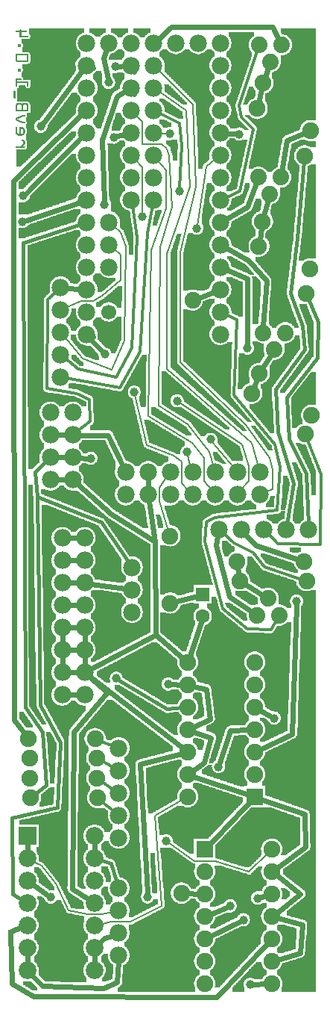
<source format=gbl>
G04 MADE WITH FRITZING*
G04 WWW.FRITZING.ORG*
G04 DOUBLE SIDED*
G04 HOLES PLATED*
G04 CONTOUR ON CENTER OF CONTOUR VECTOR*
%ASAXBY*%
%FSLAX23Y23*%
%MOIN*%
%OFA0B0*%
%SFA1.0B1.0*%
%ADD10C,0.075000*%
%ADD11C,0.066667*%
%ADD12C,0.062992*%
%ADD13C,0.078000*%
%ADD14C,0.079370*%
%ADD15C,0.074000*%
%ADD16C,0.039370*%
%ADD17R,0.062992X0.062992*%
%ADD18R,0.079370X0.079370*%
%ADD19R,0.075000X0.075000*%
%ADD20C,0.024000*%
%ADD21C,0.012000*%
%ADD22C,0.008000*%
%ADD23C,0.016000*%
%ADD24C,0.006000*%
%ADD25C,0.007000*%
%ADD26R,0.001000X0.001000*%
%LNCOPPER0*%
G90*
G70*
G54D10*
X793Y4149D03*
X164Y4272D03*
X1309Y4211D03*
X1236Y3513D03*
X254Y3659D03*
X1043Y3437D03*
X256Y3371D03*
X845Y3351D03*
X848Y3020D03*
X439Y2648D03*
X410Y2329D03*
X454Y1944D03*
X809Y2147D03*
X1266Y1112D03*
X451Y1777D03*
X746Y1663D03*
X648Y1538D03*
X1190Y1566D03*
X682Y1008D03*
X750Y800D03*
X1121Y800D03*
X444Y1269D03*
X747Y604D03*
X976Y508D03*
X190Y358D03*
G54D11*
X353Y4278D03*
X353Y4178D03*
X353Y4078D03*
X353Y3978D03*
X353Y3878D03*
X353Y3778D03*
X353Y3678D03*
X353Y3578D03*
X353Y3478D03*
X353Y3378D03*
X353Y3278D03*
X353Y3178D03*
X353Y3078D03*
X353Y2978D03*
X453Y3078D03*
X953Y4278D03*
X953Y4178D03*
X953Y4078D03*
X953Y3978D03*
X953Y3878D03*
X953Y3778D03*
X953Y3678D03*
X953Y3578D03*
X953Y3478D03*
X953Y3378D03*
X953Y3278D03*
X953Y3178D03*
X953Y3078D03*
X953Y2978D03*
X453Y3378D03*
X453Y3278D03*
X453Y3478D03*
X753Y4278D03*
X853Y4278D03*
X653Y4278D03*
X453Y4278D03*
X553Y4278D03*
X353Y4278D03*
X353Y4178D03*
X353Y4078D03*
X353Y3978D03*
X353Y3878D03*
X353Y3778D03*
X353Y3678D03*
X353Y3578D03*
X353Y3478D03*
X353Y3378D03*
X353Y3278D03*
X353Y3178D03*
X353Y3078D03*
X353Y2978D03*
X453Y3078D03*
X953Y4278D03*
X953Y4178D03*
X953Y4078D03*
X953Y3978D03*
X953Y3878D03*
X953Y3778D03*
X953Y3678D03*
X953Y3578D03*
X953Y3478D03*
X953Y3378D03*
X953Y3278D03*
X953Y3178D03*
X953Y3078D03*
X953Y2978D03*
X453Y3378D03*
X453Y3278D03*
X453Y3478D03*
X753Y4278D03*
X853Y4278D03*
X653Y4278D03*
X453Y4278D03*
X553Y4278D03*
X553Y4178D03*
X553Y4178D03*
X653Y4178D03*
X653Y4178D03*
X654Y4078D03*
X654Y3978D03*
X654Y3878D03*
X654Y3778D03*
X654Y3678D03*
X654Y3578D03*
X654Y4078D03*
X654Y3978D03*
X654Y3878D03*
X654Y3778D03*
X654Y3678D03*
X654Y3578D03*
X553Y4078D03*
X553Y3978D03*
X553Y3878D03*
X553Y3778D03*
X553Y3678D03*
X553Y3578D03*
X553Y4078D03*
X553Y3978D03*
X553Y3878D03*
X553Y3778D03*
X553Y3678D03*
X553Y3578D03*
G54D10*
X727Y2078D03*
X727Y1778D03*
G54D12*
X873Y1818D03*
X873Y1720D03*
G54D13*
X556Y1938D03*
X556Y1838D03*
X556Y1738D03*
X237Y3187D03*
X237Y3087D03*
X237Y2987D03*
X237Y2887D03*
X237Y2787D03*
X528Y2263D03*
X628Y2263D03*
X728Y2263D03*
X828Y2263D03*
X928Y2263D03*
X1028Y2263D03*
X1128Y2263D03*
X528Y2263D03*
X628Y2263D03*
X728Y2263D03*
X828Y2263D03*
X928Y2263D03*
X1028Y2263D03*
X1128Y2263D03*
X1128Y2363D03*
X1028Y2363D03*
X928Y2363D03*
X828Y2363D03*
X728Y2363D03*
X628Y2363D03*
X528Y2363D03*
X245Y2069D03*
X245Y1969D03*
X245Y1869D03*
X245Y1769D03*
X245Y1669D03*
X245Y1569D03*
X245Y1469D03*
X245Y1369D03*
X245Y2069D03*
X245Y1969D03*
X245Y1869D03*
X245Y1769D03*
X245Y1669D03*
X245Y1569D03*
X245Y1469D03*
X245Y1369D03*
X345Y1369D03*
X345Y1469D03*
X345Y1569D03*
X345Y1669D03*
X345Y1769D03*
X345Y1869D03*
X345Y1969D03*
X345Y2069D03*
G54D14*
X89Y740D03*
X389Y740D03*
X89Y640D03*
X389Y640D03*
X89Y540D03*
X389Y540D03*
X89Y440D03*
X389Y440D03*
X89Y340D03*
X389Y340D03*
X89Y240D03*
X389Y240D03*
X89Y140D03*
X389Y140D03*
G54D13*
X292Y2329D03*
X292Y2429D03*
X292Y2529D03*
X292Y2629D03*
X292Y2329D03*
X292Y2429D03*
X292Y2529D03*
X292Y2629D03*
X192Y2629D03*
X192Y2529D03*
X192Y2429D03*
X192Y2329D03*
G54D15*
X1226Y4269D03*
X1176Y4194D03*
X1126Y4269D03*
X1222Y3679D03*
X1172Y3604D03*
X1122Y3679D03*
X1116Y1725D03*
X1166Y1800D03*
X1216Y1725D03*
X1242Y2985D03*
X1192Y2910D03*
X1142Y2985D03*
G54D10*
X1329Y3774D03*
X1117Y3986D03*
X1337Y3159D03*
X1124Y3371D03*
X1327Y1964D03*
X1027Y1964D03*
X1332Y2533D03*
X1093Y2715D03*
X1143Y4099D03*
X1355Y3887D03*
X1140Y3481D03*
X1352Y3269D03*
X1038Y1878D03*
X1338Y1878D03*
X1126Y2803D03*
X1361Y2617D03*
X403Y910D03*
X103Y910D03*
X399Y997D03*
X99Y997D03*
X399Y1087D03*
X99Y1087D03*
X392Y1173D03*
X92Y1173D03*
X1106Y915D03*
X806Y915D03*
X1106Y1015D03*
X806Y1015D03*
X1106Y1115D03*
X806Y1115D03*
X1106Y1215D03*
X806Y1215D03*
X1106Y1315D03*
X806Y1315D03*
X1106Y1415D03*
X806Y1415D03*
X1106Y1515D03*
X806Y1515D03*
X882Y680D03*
X1182Y680D03*
X882Y580D03*
X1182Y580D03*
X882Y480D03*
X1182Y480D03*
X882Y380D03*
X1182Y380D03*
X882Y280D03*
X1182Y280D03*
X882Y180D03*
X1182Y180D03*
X882Y80D03*
X1182Y80D03*
G54D13*
X497Y206D03*
X497Y306D03*
X497Y406D03*
X497Y506D03*
X947Y2106D03*
X1047Y2106D03*
X1147Y2106D03*
X1247Y2106D03*
X1347Y2106D03*
X497Y731D03*
X497Y831D03*
X497Y931D03*
X497Y1031D03*
X497Y1131D03*
X354Y4277D03*
X354Y4177D03*
X354Y4077D03*
X354Y3977D03*
X354Y3877D03*
X354Y3777D03*
X354Y3677D03*
X354Y3577D03*
X354Y3477D03*
X354Y3377D03*
X354Y3277D03*
X354Y3177D03*
X354Y3077D03*
X354Y2977D03*
X354Y4277D03*
X354Y4177D03*
X354Y4077D03*
X354Y3977D03*
X354Y3877D03*
X354Y3777D03*
X354Y3677D03*
X354Y3577D03*
X354Y3477D03*
X354Y3377D03*
X354Y3277D03*
X354Y3177D03*
X354Y3077D03*
X354Y2977D03*
X952Y4278D03*
X952Y4178D03*
X952Y4078D03*
X952Y3978D03*
X952Y3878D03*
X952Y3778D03*
X952Y3678D03*
X952Y3578D03*
X952Y3478D03*
X952Y3378D03*
X952Y3278D03*
X952Y3178D03*
X952Y3078D03*
X952Y2978D03*
X952Y4278D03*
X952Y4178D03*
X952Y4078D03*
X952Y3978D03*
X952Y3878D03*
X952Y3778D03*
X952Y3678D03*
X952Y3578D03*
X952Y3478D03*
X952Y3378D03*
X952Y3278D03*
X952Y3178D03*
X952Y3078D03*
X952Y2978D03*
X454Y3478D03*
X454Y3378D03*
X454Y3278D03*
X852Y4277D03*
X752Y4277D03*
X652Y4277D03*
X552Y4277D03*
X452Y4277D03*
X654Y4177D03*
X654Y4077D03*
X654Y3977D03*
X654Y3877D03*
X654Y3777D03*
X654Y3677D03*
X654Y3577D03*
X654Y4177D03*
X654Y4077D03*
X654Y3977D03*
X654Y3877D03*
X654Y3777D03*
X654Y3677D03*
X654Y3577D03*
X552Y4178D03*
X552Y4078D03*
X552Y3978D03*
X552Y3878D03*
X552Y3778D03*
X552Y3678D03*
X552Y3578D03*
X552Y4178D03*
X552Y4078D03*
X552Y3978D03*
X552Y3878D03*
X552Y3778D03*
X552Y3678D03*
X552Y3578D03*
G54D16*
X148Y3906D03*
X482Y4173D03*
X434Y3556D03*
X452Y4102D03*
X476Y3858D03*
X944Y1048D03*
X996Y427D03*
X603Y3503D03*
X804Y2453D03*
X1037Y3871D03*
X71Y3597D03*
X67Y3481D03*
X847Y3451D03*
X1056Y365D03*
X1193Y1265D03*
X709Y717D03*
X193Y466D03*
X1085Y76D03*
X1119Y461D03*
X626Y467D03*
X769Y3616D03*
X758Y2681D03*
X725Y3873D03*
X435Y2889D03*
X372Y2424D03*
X719Y1417D03*
X908Y2509D03*
X1073Y2916D03*
X1294Y1786D03*
X486Y1442D03*
X567Y2720D03*
G54D10*
X828Y3131D03*
X778Y484D03*
G54D17*
X873Y1818D03*
G54D18*
X89Y740D03*
G54D19*
X1106Y915D03*
X882Y680D03*
G54D20*
X89Y209D02*
X89Y171D01*
D02*
X937Y21D02*
X1162Y259D01*
D02*
X19Y80D02*
X115Y23D01*
D02*
X14Y308D02*
X19Y80D01*
D02*
X115Y23D02*
X937Y21D01*
D02*
X314Y2069D02*
X275Y2069D01*
G54D21*
D02*
X1014Y2048D02*
X966Y2090D01*
G54D20*
D02*
X933Y2036D02*
X941Y2076D01*
G54D22*
D02*
X549Y356D02*
X464Y356D01*
D02*
X464Y356D02*
X413Y345D01*
D02*
X786Y903D02*
X658Y831D01*
D02*
X689Y428D02*
X549Y356D01*
G54D20*
D02*
X994Y1806D02*
X933Y2036D01*
D02*
X1116Y2776D02*
X1103Y2742D01*
D02*
X1093Y1740D02*
X994Y1806D01*
D02*
X267Y3185D02*
X322Y3180D01*
G54D21*
D02*
X1150Y1939D02*
X1100Y2002D01*
G54D20*
D02*
X1136Y3453D02*
X1129Y3400D01*
G54D21*
D02*
X1316Y1885D02*
X1150Y1939D01*
D02*
X1100Y2002D02*
X1014Y2048D01*
G54D23*
D02*
X222Y866D02*
X237Y1158D01*
D02*
X22Y479D02*
X20Y819D01*
D02*
X237Y1158D02*
X146Y1324D01*
D02*
X20Y819D02*
X222Y866D01*
D02*
X133Y2253D02*
X124Y2364D01*
D02*
X124Y2364D02*
X174Y2412D01*
D02*
X146Y1324D02*
X133Y2253D01*
D02*
X67Y453D02*
X22Y479D01*
D02*
X419Y2139D02*
X133Y2253D01*
D02*
X543Y1959D02*
X419Y2139D01*
G54D20*
D02*
X314Y1369D02*
X275Y1369D01*
G54D21*
D02*
X476Y1043D02*
X419Y1076D01*
G54D22*
D02*
X724Y3773D02*
X714Y3806D01*
D02*
X714Y3806D02*
X689Y3827D01*
D02*
X902Y2453D02*
X806Y2578D01*
D02*
X682Y3366D02*
X736Y3548D01*
D02*
X922Y2387D02*
X902Y2453D01*
D02*
X604Y3828D02*
X603Y3927D01*
D02*
X603Y3927D02*
X570Y3960D01*
D02*
X675Y2659D02*
X682Y3366D01*
D02*
X736Y3548D02*
X724Y3773D01*
D02*
X689Y3827D02*
X604Y3828D01*
G54D20*
D02*
X815Y1542D02*
X865Y1694D01*
D02*
X1111Y2036D02*
X1067Y2084D01*
D02*
X1300Y1973D02*
X1111Y2036D01*
D02*
X262Y2329D02*
X222Y2329D01*
D02*
X314Y1969D02*
X275Y1969D01*
D02*
X433Y282D02*
X411Y261D01*
D02*
X469Y295D02*
X433Y282D01*
D02*
X245Y1599D02*
X245Y1639D01*
D02*
X314Y1669D02*
X275Y1669D01*
D02*
X314Y1569D02*
X275Y1569D01*
G54D23*
D02*
X329Y3470D02*
X70Y3387D01*
D02*
X70Y3387D02*
X78Y1313D01*
G54D21*
D02*
X1013Y2708D02*
X1019Y2865D01*
D02*
X1019Y2865D02*
X1025Y3045D01*
D02*
X1025Y3045D02*
X975Y3067D01*
G54D20*
D02*
X906Y1261D02*
X832Y1227D01*
G54D23*
D02*
X173Y966D02*
X121Y924D01*
G54D20*
D02*
X834Y1408D02*
X889Y1395D01*
D02*
X889Y1395D02*
X906Y1261D01*
G54D23*
D02*
X78Y1313D02*
X156Y1203D01*
D02*
X156Y1203D02*
X173Y966D01*
G54D21*
D02*
X1074Y1663D02*
X964Y1753D01*
D02*
X1196Y2487D02*
X1013Y2708D01*
D02*
X925Y2161D02*
X1207Y2193D01*
D02*
X1220Y2387D02*
X1196Y2487D01*
D02*
X883Y2053D02*
X889Y2139D01*
D02*
X889Y2139D02*
X925Y2161D01*
D02*
X1207Y2193D02*
X1220Y2387D01*
D02*
X964Y1753D02*
X883Y2053D01*
D02*
X1178Y1660D02*
X1074Y1663D01*
G54D20*
D02*
X527Y1843D02*
X374Y1864D01*
G54D21*
D02*
X1205Y1706D02*
X1178Y1660D01*
D02*
X1039Y3617D02*
X1100Y3895D01*
D02*
X975Y3588D02*
X1039Y3617D01*
G54D20*
D02*
X262Y2529D02*
X222Y2529D01*
D02*
X262Y2429D02*
X222Y2429D01*
G54D22*
D02*
X889Y3728D02*
X849Y3465D01*
D02*
X933Y3762D02*
X889Y3728D01*
G54D20*
D02*
X1063Y1863D02*
X1143Y1814D01*
G54D21*
D02*
X1036Y3999D02*
X1119Y4249D01*
G54D20*
D02*
X1141Y2827D02*
X1178Y2887D01*
D02*
X1137Y4071D02*
X1124Y4014D01*
G54D22*
D02*
X1185Y2374D02*
X1174Y2426D01*
D02*
X772Y3345D02*
X844Y3636D01*
D02*
X844Y3636D02*
X829Y4004D01*
D02*
X1185Y2287D02*
X1185Y2374D01*
D02*
X1174Y2426D02*
X1067Y2575D01*
D02*
X772Y2853D02*
X772Y3345D01*
D02*
X1151Y2273D02*
X1185Y2287D01*
D02*
X829Y4004D02*
X672Y4160D01*
G54D20*
D02*
X733Y4350D02*
X1187Y4350D01*
D02*
X675Y4298D02*
X733Y4350D01*
D02*
X1187Y4350D02*
X1214Y4293D01*
D02*
X783Y1132D02*
X368Y1450D01*
G54D21*
D02*
X649Y3553D02*
X625Y3431D01*
G54D20*
D02*
X345Y1599D02*
X345Y1639D01*
D02*
X245Y1499D02*
X245Y1539D01*
D02*
X314Y1869D02*
X275Y1869D01*
G54D21*
D02*
X502Y2739D02*
X261Y2783D01*
D02*
X592Y2901D02*
X502Y2739D01*
G54D24*
D02*
X1166Y664D02*
X1081Y580D01*
G54D21*
D02*
X625Y3431D02*
X592Y2901D01*
G54D23*
D02*
X490Y529D02*
X463Y617D01*
G54D20*
D02*
X345Y1499D02*
X345Y1539D01*
G54D22*
D02*
X384Y3128D02*
X424Y3150D01*
D02*
X507Y3221D02*
X507Y3333D01*
D02*
X507Y3333D02*
X472Y3362D01*
D02*
X260Y3097D02*
X331Y3128D01*
D02*
X331Y3128D02*
X384Y3128D01*
G54D20*
D02*
X289Y504D02*
X363Y457D01*
D02*
X297Y1203D02*
X289Y504D01*
D02*
X447Y1381D02*
X297Y1203D01*
D02*
X367Y1449D02*
X447Y1381D01*
D02*
X1019Y3873D02*
X983Y3875D01*
G54D25*
D02*
X814Y2407D02*
X807Y2440D01*
G54D20*
D02*
X89Y671D02*
X89Y709D01*
G54D25*
D02*
X821Y2386D02*
X814Y2407D01*
G54D20*
D02*
X1319Y343D02*
X1210Y372D01*
D02*
X1210Y188D02*
X1308Y217D01*
D02*
X1308Y217D02*
X1319Y343D01*
D02*
X1152Y4126D02*
X1167Y4168D01*
G54D21*
D02*
X1398Y2041D02*
X1402Y2354D01*
D02*
X1402Y2354D02*
X1340Y2512D01*
G54D20*
D02*
X1079Y924D02*
X833Y1005D01*
G54D21*
D02*
X1165Y2089D02*
X1211Y2045D01*
D02*
X1211Y2045D02*
X1398Y2041D01*
G54D20*
D02*
X663Y1636D02*
X784Y1533D01*
D02*
X371Y1483D02*
X663Y1636D01*
D02*
X491Y86D02*
X428Y61D01*
D02*
X496Y176D02*
X491Y86D01*
D02*
X85Y3487D02*
X324Y3568D01*
D02*
X848Y1811D02*
X755Y1786D01*
D02*
X428Y61D02*
X156Y69D01*
D02*
X1086Y894D02*
X902Y701D01*
D02*
X156Y69D02*
X110Y118D01*
D02*
X1147Y3509D02*
X1165Y3578D01*
G54D23*
D02*
X1267Y3161D02*
X1297Y3411D01*
D02*
X1297Y3411D02*
X1327Y3751D01*
G54D20*
D02*
X1329Y3876D02*
X1251Y3844D01*
D02*
X1251Y3844D02*
X1227Y3705D01*
G54D21*
D02*
X474Y1140D02*
X413Y1165D01*
G54D22*
D02*
X1122Y2387D02*
X1092Y2492D01*
G54D23*
D02*
X1211Y2543D02*
X1200Y2732D01*
D02*
X1200Y2732D02*
X1330Y2910D01*
D02*
X1330Y2910D02*
X1319Y3017D01*
D02*
X1281Y2313D02*
X1211Y2543D01*
D02*
X1319Y3017D02*
X1289Y3097D01*
D02*
X1289Y3097D02*
X1267Y3161D01*
D02*
X1251Y2130D02*
X1281Y2313D01*
G54D22*
D02*
X816Y3637D02*
X798Y3977D01*
G54D24*
D02*
X215Y526D02*
X274Y407D01*
D02*
X111Y628D02*
X152Y606D01*
G54D22*
D02*
X1092Y2492D02*
X714Y2825D01*
D02*
X713Y3337D02*
X816Y3637D01*
D02*
X798Y3977D02*
X675Y4063D01*
D02*
X714Y2825D02*
X713Y3337D01*
G54D20*
D02*
X878Y1067D02*
X829Y1031D01*
D02*
X833Y1205D02*
X911Y1178D01*
D02*
X911Y1178D02*
X878Y1067D01*
G54D24*
D02*
X274Y407D02*
X359Y390D01*
D02*
X421Y390D02*
X473Y401D01*
D02*
X359Y390D02*
X421Y390D01*
G54D25*
D02*
X881Y2324D02*
X878Y2428D01*
D02*
X878Y2428D02*
X827Y2495D01*
D02*
X644Y3355D02*
X708Y3539D01*
D02*
X630Y2613D02*
X644Y3355D01*
D02*
X913Y2282D02*
X881Y2324D01*
D02*
X708Y3539D02*
X710Y3711D01*
D02*
X710Y3711D02*
X670Y3758D01*
G54D20*
D02*
X1158Y3217D02*
X1144Y3012D01*
D02*
X979Y3363D02*
X1081Y3306D01*
D02*
X1081Y3306D02*
X1158Y3217D01*
G54D21*
D02*
X485Y2786D02*
X556Y2917D01*
D02*
X315Y2823D02*
X485Y2786D01*
D02*
X581Y3409D02*
X558Y3553D01*
D02*
X556Y2917D02*
X581Y3409D01*
D02*
X256Y2872D02*
X315Y2823D01*
G54D20*
D02*
X1113Y3653D02*
X1074Y3547D01*
D02*
X1074Y3547D02*
X979Y3493D01*
D02*
X1333Y691D02*
X1205Y597D01*
D02*
X981Y3266D02*
X1073Y3226D01*
D02*
X389Y671D02*
X389Y709D01*
D02*
X1330Y836D02*
X1333Y691D01*
D02*
X1133Y905D02*
X1330Y836D01*
G54D21*
D02*
X778Y3821D02*
X769Y3920D01*
D02*
X770Y3630D02*
X778Y3821D01*
D02*
X769Y3920D02*
X676Y3966D01*
G54D20*
D02*
X331Y3956D02*
X26Y3665D01*
D02*
X389Y209D02*
X389Y171D01*
D02*
X26Y3665D02*
X30Y1258D01*
D02*
X30Y1258D02*
X75Y1196D01*
G54D21*
D02*
X477Y945D02*
X418Y984D01*
D02*
X478Y847D02*
X420Y895D01*
G54D20*
D02*
X628Y2293D02*
X628Y2333D01*
G54D22*
D02*
X1013Y2382D02*
X917Y2498D01*
G54D20*
D02*
X1035Y1907D02*
X1031Y1935D01*
D02*
X314Y1769D02*
X275Y1769D01*
D02*
X314Y1469D02*
X275Y1469D01*
G54D22*
D02*
X712Y3874D02*
X703Y3875D01*
D02*
X522Y2950D02*
X529Y3370D01*
D02*
X467Y2821D02*
X522Y2950D01*
D02*
X529Y3370D02*
X507Y3433D01*
D02*
X253Y2969D02*
X337Y2869D01*
D02*
X337Y2869D02*
X467Y2821D01*
D02*
X703Y3875D02*
X679Y3876D01*
G54D23*
D02*
X1389Y3032D02*
X1345Y3138D01*
G54D20*
D02*
X331Y3856D02*
X85Y3610D01*
G54D23*
D02*
X1337Y2356D02*
X1259Y2510D01*
D02*
X1385Y2873D02*
X1389Y3032D01*
D02*
X1259Y2510D02*
X1248Y2698D01*
D02*
X1248Y2698D02*
X1385Y2873D01*
D02*
X1346Y2130D02*
X1337Y2356D01*
G54D20*
D02*
X463Y2176D02*
X314Y2309D01*
D02*
X659Y2054D02*
X463Y2176D01*
D02*
X659Y2054D02*
X633Y2233D01*
D02*
X663Y1636D02*
X659Y2054D01*
G54D21*
D02*
X370Y2589D02*
X367Y2687D01*
D02*
X309Y2715D02*
X176Y2736D01*
D02*
X367Y2687D02*
X309Y2715D01*
D02*
X311Y2544D02*
X370Y2589D01*
D02*
X176Y2736D02*
X180Y3134D01*
D02*
X180Y3134D02*
X219Y3171D01*
G54D20*
D02*
X382Y4168D02*
X325Y4186D01*
D02*
X160Y3921D02*
X334Y4153D01*
D02*
X565Y4151D02*
X540Y4205D01*
D02*
X501Y4175D02*
X522Y4176D01*
D02*
X424Y3848D02*
X434Y3575D01*
D02*
X526Y4063D02*
X489Y4041D01*
D02*
X489Y4041D02*
X424Y3848D01*
D02*
X565Y4051D02*
X540Y4105D01*
D02*
X442Y4249D02*
X429Y4210D01*
D02*
X429Y4210D02*
X448Y4121D01*
D02*
X523Y3870D02*
X494Y3863D01*
D02*
X950Y1067D02*
X997Y1209D01*
D02*
X979Y420D02*
X909Y391D01*
G54D22*
D02*
X604Y3724D02*
X569Y3760D01*
D02*
X603Y3517D02*
X604Y3724D01*
D02*
X679Y2232D02*
X720Y2100D01*
D02*
X678Y2295D02*
X679Y2232D01*
D02*
X714Y2343D02*
X678Y2295D01*
G54D20*
D02*
X908Y292D02*
X1039Y357D01*
D02*
X1131Y1300D02*
X1176Y1275D01*
D02*
X1311Y480D02*
X1205Y562D01*
D02*
X1205Y397D02*
X1311Y480D01*
D02*
X114Y522D02*
X177Y477D01*
G54D25*
D02*
X1050Y2486D02*
X770Y2673D01*
D02*
X1078Y2391D02*
X1050Y2486D01*
D02*
X1079Y2323D02*
X1078Y2391D01*
D02*
X1044Y2282D02*
X1079Y2323D01*
G54D20*
D02*
X422Y2903D02*
X374Y2955D01*
D02*
X353Y2425D02*
X322Y2427D01*
D02*
X325Y2986D02*
X382Y2968D01*
D02*
X322Y2528D02*
X450Y2528D01*
D02*
X450Y2528D02*
X515Y2390D01*
D02*
X777Y1415D02*
X737Y1416D01*
G54D23*
D02*
X463Y617D02*
X413Y633D01*
G54D20*
D02*
X594Y1059D02*
X625Y486D01*
D02*
X778Y1107D02*
X594Y1059D01*
G54D24*
D02*
X152Y606D02*
X215Y526D01*
G54D22*
D02*
X658Y831D02*
X689Y428D01*
G54D24*
D02*
X837Y628D02*
X720Y709D01*
D02*
X931Y626D02*
X837Y628D01*
D02*
X1081Y580D02*
X931Y626D01*
G54D22*
D02*
X424Y3150D02*
X507Y3221D01*
D02*
X507Y3433D02*
X472Y3462D01*
G54D25*
D02*
X827Y2495D02*
X630Y2613D01*
G54D21*
D02*
X1047Y3946D02*
X1036Y3999D01*
D02*
X1100Y3895D02*
X1047Y3946D01*
G54D20*
D02*
X997Y1209D02*
X1077Y1213D01*
D02*
X1274Y1195D02*
X1293Y1767D01*
D02*
X1132Y1127D02*
X1274Y1195D01*
D02*
X1073Y3226D02*
X1073Y2935D01*
G54D23*
D02*
X714Y1306D02*
X783Y1312D01*
D02*
X498Y1435D02*
X714Y1306D01*
G54D22*
D02*
X742Y2436D02*
X622Y2484D01*
D02*
X622Y2484D02*
X570Y2707D01*
D02*
X778Y2411D02*
X742Y2436D01*
D02*
X780Y2313D02*
X778Y2411D01*
D02*
X811Y2281D02*
X780Y2313D01*
D02*
X806Y2578D02*
X675Y2659D01*
D02*
X1067Y2575D02*
X772Y2853D01*
G54D20*
D02*
X854Y481D02*
X806Y483D01*
D02*
X855Y3141D02*
X924Y3167D01*
D02*
X1137Y467D02*
X1155Y472D01*
D02*
X1154Y79D02*
X1104Y77D01*
G36*
X366Y4344D02*
X366Y4324D01*
X372Y4324D01*
X372Y4322D01*
X376Y4322D01*
X376Y4320D01*
X380Y4320D01*
X380Y4318D01*
X382Y4318D01*
X382Y4316D01*
X386Y4316D01*
X386Y4314D01*
X388Y4314D01*
X388Y4312D01*
X390Y4312D01*
X390Y4310D01*
X392Y4310D01*
X392Y4306D01*
X414Y4306D01*
X414Y4308D01*
X416Y4308D01*
X416Y4312D01*
X418Y4312D01*
X418Y4314D01*
X422Y4314D01*
X422Y4316D01*
X424Y4316D01*
X424Y4318D01*
X426Y4318D01*
X426Y4320D01*
X430Y4320D01*
X430Y4322D01*
X434Y4322D01*
X434Y4324D01*
X440Y4324D01*
X440Y4344D01*
X366Y4344D01*
G37*
D02*
G36*
X464Y4344D02*
X464Y4324D01*
X470Y4324D01*
X470Y4322D01*
X474Y4322D01*
X474Y4320D01*
X478Y4320D01*
X478Y4318D01*
X482Y4318D01*
X482Y4316D01*
X484Y4316D01*
X484Y4314D01*
X486Y4314D01*
X486Y4312D01*
X488Y4312D01*
X488Y4310D01*
X490Y4310D01*
X490Y4308D01*
X492Y4308D01*
X492Y4304D01*
X512Y4304D01*
X512Y4306D01*
X514Y4306D01*
X514Y4308D01*
X516Y4308D01*
X516Y4312D01*
X518Y4312D01*
X518Y4314D01*
X522Y4314D01*
X522Y4316D01*
X524Y4316D01*
X524Y4318D01*
X526Y4318D01*
X526Y4320D01*
X530Y4320D01*
X530Y4322D01*
X534Y4322D01*
X534Y4324D01*
X540Y4324D01*
X540Y4344D01*
X464Y4344D01*
G37*
D02*
G36*
X564Y4344D02*
X564Y4324D01*
X570Y4324D01*
X570Y4322D01*
X574Y4322D01*
X574Y4320D01*
X578Y4320D01*
X578Y4318D01*
X582Y4318D01*
X582Y4316D01*
X584Y4316D01*
X584Y4314D01*
X586Y4314D01*
X586Y4312D01*
X588Y4312D01*
X588Y4310D01*
X590Y4310D01*
X590Y4308D01*
X592Y4308D01*
X592Y4304D01*
X612Y4304D01*
X612Y4306D01*
X614Y4306D01*
X614Y4308D01*
X616Y4308D01*
X616Y4312D01*
X618Y4312D01*
X618Y4314D01*
X622Y4314D01*
X622Y4316D01*
X624Y4316D01*
X624Y4318D01*
X626Y4318D01*
X626Y4320D01*
X630Y4320D01*
X630Y4322D01*
X634Y4322D01*
X634Y4324D01*
X640Y4324D01*
X640Y4344D01*
X564Y4344D01*
G37*
D02*
G36*
X990Y4328D02*
X990Y4308D01*
X992Y4308D01*
X992Y4306D01*
X994Y4306D01*
X994Y4302D01*
X996Y4302D01*
X996Y4298D01*
X998Y4298D01*
X998Y4292D01*
X1000Y4292D01*
X1000Y4284D01*
X1002Y4284D01*
X1002Y4274D01*
X1000Y4274D01*
X1000Y4264D01*
X998Y4264D01*
X998Y4258D01*
X996Y4258D01*
X996Y4254D01*
X994Y4254D01*
X994Y4252D01*
X992Y4252D01*
X992Y4248D01*
X990Y4248D01*
X990Y4246D01*
X988Y4246D01*
X988Y4244D01*
X986Y4244D01*
X986Y4242D01*
X984Y4242D01*
X984Y4240D01*
X982Y4240D01*
X982Y4238D01*
X980Y4238D01*
X980Y4218D01*
X982Y4218D01*
X982Y4216D01*
X984Y4216D01*
X984Y4214D01*
X988Y4214D01*
X988Y4210D01*
X990Y4210D01*
X990Y4208D01*
X992Y4208D01*
X992Y4206D01*
X994Y4206D01*
X994Y4202D01*
X996Y4202D01*
X996Y4198D01*
X998Y4198D01*
X998Y4192D01*
X1000Y4192D01*
X1000Y4184D01*
X1002Y4184D01*
X1002Y4174D01*
X1000Y4174D01*
X1000Y4164D01*
X998Y4164D01*
X998Y4158D01*
X996Y4158D01*
X996Y4154D01*
X994Y4154D01*
X994Y4152D01*
X992Y4152D01*
X992Y4148D01*
X990Y4148D01*
X990Y4146D01*
X988Y4146D01*
X988Y4144D01*
X986Y4144D01*
X986Y4142D01*
X984Y4142D01*
X984Y4140D01*
X982Y4140D01*
X982Y4138D01*
X980Y4138D01*
X980Y4118D01*
X982Y4118D01*
X982Y4116D01*
X984Y4116D01*
X984Y4114D01*
X988Y4114D01*
X988Y4110D01*
X990Y4110D01*
X990Y4108D01*
X992Y4108D01*
X992Y4106D01*
X994Y4106D01*
X994Y4102D01*
X996Y4102D01*
X996Y4098D01*
X998Y4098D01*
X998Y4092D01*
X1000Y4092D01*
X1000Y4084D01*
X1002Y4084D01*
X1002Y4074D01*
X1000Y4074D01*
X1000Y4064D01*
X998Y4064D01*
X998Y4058D01*
X996Y4058D01*
X996Y4054D01*
X994Y4054D01*
X994Y4052D01*
X992Y4052D01*
X992Y4048D01*
X990Y4048D01*
X990Y4046D01*
X988Y4046D01*
X988Y4044D01*
X986Y4044D01*
X986Y4042D01*
X984Y4042D01*
X984Y4040D01*
X982Y4040D01*
X982Y4038D01*
X980Y4038D01*
X980Y4018D01*
X982Y4018D01*
X982Y4016D01*
X984Y4016D01*
X984Y4014D01*
X988Y4014D01*
X988Y4010D01*
X990Y4010D01*
X990Y4008D01*
X992Y4008D01*
X992Y4006D01*
X994Y4006D01*
X994Y4002D01*
X996Y4002D01*
X996Y3998D01*
X998Y3998D01*
X998Y3992D01*
X1000Y3992D01*
X1000Y3984D01*
X1002Y3984D01*
X1002Y3974D01*
X1000Y3974D01*
X1000Y3964D01*
X998Y3964D01*
X998Y3958D01*
X996Y3958D01*
X996Y3954D01*
X994Y3954D01*
X994Y3952D01*
X992Y3952D01*
X992Y3948D01*
X990Y3948D01*
X990Y3946D01*
X988Y3946D01*
X988Y3944D01*
X986Y3944D01*
X986Y3942D01*
X984Y3942D01*
X984Y3940D01*
X982Y3940D01*
X982Y3938D01*
X980Y3938D01*
X980Y3918D01*
X982Y3918D01*
X982Y3916D01*
X984Y3916D01*
X984Y3914D01*
X988Y3914D01*
X988Y3910D01*
X990Y3910D01*
X990Y3908D01*
X992Y3908D01*
X992Y3906D01*
X994Y3906D01*
X994Y3902D01*
X1040Y3902D01*
X1040Y3900D01*
X1048Y3900D01*
X1048Y3898D01*
X1052Y3898D01*
X1052Y3896D01*
X1056Y3896D01*
X1056Y3894D01*
X1058Y3894D01*
X1058Y3892D01*
X1060Y3892D01*
X1060Y3890D01*
X1080Y3890D01*
X1080Y3894D01*
X1076Y3894D01*
X1076Y3896D01*
X1074Y3896D01*
X1074Y3898D01*
X1072Y3898D01*
X1072Y3900D01*
X1070Y3900D01*
X1070Y3902D01*
X1068Y3902D01*
X1068Y3904D01*
X1066Y3904D01*
X1066Y3906D01*
X1064Y3906D01*
X1064Y3908D01*
X1062Y3908D01*
X1062Y3910D01*
X1060Y3910D01*
X1060Y3912D01*
X1058Y3912D01*
X1058Y3914D01*
X1056Y3914D01*
X1056Y3916D01*
X1054Y3916D01*
X1054Y3918D01*
X1052Y3918D01*
X1052Y3920D01*
X1050Y3920D01*
X1050Y3922D01*
X1048Y3922D01*
X1048Y3924D01*
X1046Y3924D01*
X1046Y3926D01*
X1044Y3926D01*
X1044Y3928D01*
X1042Y3928D01*
X1042Y3930D01*
X1040Y3930D01*
X1040Y3932D01*
X1038Y3932D01*
X1038Y3934D01*
X1036Y3934D01*
X1036Y3936D01*
X1034Y3936D01*
X1034Y3938D01*
X1032Y3938D01*
X1032Y3944D01*
X1030Y3944D01*
X1030Y3952D01*
X1028Y3952D01*
X1028Y3962D01*
X1026Y3962D01*
X1026Y3972D01*
X1024Y3972D01*
X1024Y3982D01*
X1022Y3982D01*
X1022Y3990D01*
X1020Y3990D01*
X1020Y4006D01*
X1022Y4006D01*
X1022Y4012D01*
X1024Y4012D01*
X1024Y4018D01*
X1026Y4018D01*
X1026Y4024D01*
X1028Y4024D01*
X1028Y4030D01*
X1030Y4030D01*
X1030Y4036D01*
X1032Y4036D01*
X1032Y4042D01*
X1034Y4042D01*
X1034Y4048D01*
X1036Y4048D01*
X1036Y4054D01*
X1038Y4054D01*
X1038Y4060D01*
X1040Y4060D01*
X1040Y4066D01*
X1042Y4066D01*
X1042Y4072D01*
X1044Y4072D01*
X1044Y4078D01*
X1046Y4078D01*
X1046Y4084D01*
X1048Y4084D01*
X1048Y4090D01*
X1050Y4090D01*
X1050Y4096D01*
X1052Y4096D01*
X1052Y4102D01*
X1054Y4102D01*
X1054Y4108D01*
X1056Y4108D01*
X1056Y4114D01*
X1058Y4114D01*
X1058Y4120D01*
X1060Y4120D01*
X1060Y4126D01*
X1062Y4126D01*
X1062Y4132D01*
X1064Y4132D01*
X1064Y4138D01*
X1066Y4138D01*
X1066Y4144D01*
X1068Y4144D01*
X1068Y4150D01*
X1070Y4150D01*
X1070Y4156D01*
X1072Y4156D01*
X1072Y4162D01*
X1074Y4162D01*
X1074Y4168D01*
X1076Y4168D01*
X1076Y4174D01*
X1078Y4174D01*
X1078Y4180D01*
X1080Y4180D01*
X1080Y4186D01*
X1082Y4186D01*
X1082Y4192D01*
X1084Y4192D01*
X1084Y4198D01*
X1086Y4198D01*
X1086Y4204D01*
X1088Y4204D01*
X1088Y4210D01*
X1090Y4210D01*
X1090Y4216D01*
X1092Y4216D01*
X1092Y4238D01*
X1090Y4238D01*
X1090Y4240D01*
X1088Y4240D01*
X1088Y4244D01*
X1086Y4244D01*
X1086Y4248D01*
X1084Y4248D01*
X1084Y4250D01*
X1082Y4250D01*
X1082Y4258D01*
X1080Y4258D01*
X1080Y4282D01*
X1082Y4282D01*
X1082Y4288D01*
X1084Y4288D01*
X1084Y4292D01*
X1086Y4292D01*
X1086Y4296D01*
X1088Y4296D01*
X1088Y4298D01*
X1090Y4298D01*
X1090Y4300D01*
X1092Y4300D01*
X1092Y4302D01*
X1094Y4302D01*
X1094Y4304D01*
X1096Y4304D01*
X1096Y4306D01*
X1098Y4306D01*
X1098Y4308D01*
X1102Y4308D01*
X1102Y4328D01*
X990Y4328D01*
G37*
D02*
G36*
X996Y3902D02*
X996Y3898D01*
X998Y3898D01*
X998Y3896D01*
X1022Y3896D01*
X1022Y3898D01*
X1026Y3898D01*
X1026Y3900D01*
X1036Y3900D01*
X1036Y3902D01*
X996Y3902D01*
G37*
D02*
G36*
X492Y4250D02*
X492Y4248D01*
X490Y4248D01*
X490Y4246D01*
X488Y4246D01*
X488Y4244D01*
X486Y4244D01*
X486Y4242D01*
X484Y4242D01*
X484Y4240D01*
X482Y4240D01*
X482Y4238D01*
X480Y4238D01*
X480Y4236D01*
X476Y4236D01*
X476Y4234D01*
X472Y4234D01*
X472Y4232D01*
X466Y4232D01*
X466Y4230D01*
X458Y4230D01*
X458Y4224D01*
X456Y4224D01*
X456Y4218D01*
X454Y4218D01*
X454Y4204D01*
X484Y4204D01*
X484Y4202D01*
X510Y4202D01*
X510Y4204D01*
X512Y4204D01*
X512Y4208D01*
X514Y4208D01*
X514Y4210D01*
X516Y4210D01*
X516Y4212D01*
X518Y4212D01*
X518Y4214D01*
X520Y4214D01*
X520Y4216D01*
X522Y4216D01*
X522Y4240D01*
X520Y4240D01*
X520Y4242D01*
X518Y4242D01*
X518Y4244D01*
X516Y4244D01*
X516Y4246D01*
X514Y4246D01*
X514Y4248D01*
X512Y4248D01*
X512Y4250D01*
X492Y4250D01*
G37*
D02*
G36*
X454Y4204D02*
X454Y4202D01*
X480Y4202D01*
X480Y4204D01*
X454Y4204D01*
G37*
D02*
G36*
X692Y4250D02*
X692Y4248D01*
X690Y4248D01*
X690Y4246D01*
X688Y4246D01*
X688Y4244D01*
X686Y4244D01*
X686Y4242D01*
X684Y4242D01*
X684Y4240D01*
X682Y4240D01*
X682Y4238D01*
X680Y4238D01*
X680Y4228D01*
X748Y4228D01*
X748Y4230D01*
X738Y4230D01*
X738Y4232D01*
X732Y4232D01*
X732Y4234D01*
X728Y4234D01*
X728Y4236D01*
X726Y4236D01*
X726Y4238D01*
X722Y4238D01*
X722Y4240D01*
X720Y4240D01*
X720Y4242D01*
X718Y4242D01*
X718Y4244D01*
X716Y4244D01*
X716Y4246D01*
X714Y4246D01*
X714Y4248D01*
X712Y4248D01*
X712Y4250D01*
X692Y4250D01*
G37*
D02*
G36*
X792Y4250D02*
X792Y4248D01*
X790Y4248D01*
X790Y4246D01*
X788Y4246D01*
X788Y4244D01*
X786Y4244D01*
X786Y4242D01*
X784Y4242D01*
X784Y4240D01*
X782Y4240D01*
X782Y4238D01*
X780Y4238D01*
X780Y4236D01*
X776Y4236D01*
X776Y4234D01*
X772Y4234D01*
X772Y4232D01*
X766Y4232D01*
X766Y4230D01*
X758Y4230D01*
X758Y4228D01*
X848Y4228D01*
X848Y4230D01*
X838Y4230D01*
X838Y4232D01*
X832Y4232D01*
X832Y4234D01*
X828Y4234D01*
X828Y4236D01*
X826Y4236D01*
X826Y4238D01*
X822Y4238D01*
X822Y4240D01*
X820Y4240D01*
X820Y4242D01*
X818Y4242D01*
X818Y4244D01*
X816Y4244D01*
X816Y4246D01*
X814Y4246D01*
X814Y4248D01*
X812Y4248D01*
X812Y4250D01*
X792Y4250D01*
G37*
D02*
G36*
X892Y4250D02*
X892Y4248D01*
X890Y4248D01*
X890Y4246D01*
X888Y4246D01*
X888Y4244D01*
X886Y4244D01*
X886Y4242D01*
X884Y4242D01*
X884Y4240D01*
X882Y4240D01*
X882Y4238D01*
X880Y4238D01*
X880Y4236D01*
X876Y4236D01*
X876Y4234D01*
X872Y4234D01*
X872Y4232D01*
X866Y4232D01*
X866Y4230D01*
X858Y4230D01*
X858Y4228D01*
X926Y4228D01*
X926Y4238D01*
X924Y4238D01*
X924Y4240D01*
X922Y4240D01*
X922Y4242D01*
X918Y4242D01*
X918Y4244D01*
X916Y4244D01*
X916Y4248D01*
X914Y4248D01*
X914Y4250D01*
X892Y4250D01*
G37*
D02*
G36*
X680Y4228D02*
X680Y4226D01*
X926Y4226D01*
X926Y4228D01*
X680Y4228D01*
G37*
D02*
G36*
X680Y4228D02*
X680Y4226D01*
X926Y4226D01*
X926Y4228D01*
X680Y4228D01*
G37*
D02*
G36*
X680Y4228D02*
X680Y4226D01*
X926Y4226D01*
X926Y4228D01*
X680Y4228D01*
G37*
D02*
G36*
X680Y4226D02*
X680Y4218D01*
X682Y4218D01*
X682Y4216D01*
X686Y4216D01*
X686Y4214D01*
X688Y4214D01*
X688Y4212D01*
X690Y4212D01*
X690Y4210D01*
X692Y4210D01*
X692Y4206D01*
X694Y4206D01*
X694Y4204D01*
X696Y4204D01*
X696Y4200D01*
X698Y4200D01*
X698Y4196D01*
X700Y4196D01*
X700Y4190D01*
X702Y4190D01*
X702Y4150D01*
X704Y4150D01*
X704Y4148D01*
X706Y4148D01*
X706Y4146D01*
X708Y4146D01*
X708Y4144D01*
X710Y4144D01*
X710Y4142D01*
X712Y4142D01*
X712Y4140D01*
X714Y4140D01*
X714Y4138D01*
X716Y4138D01*
X716Y4136D01*
X718Y4136D01*
X718Y4134D01*
X720Y4134D01*
X720Y4132D01*
X722Y4132D01*
X722Y4130D01*
X724Y4130D01*
X724Y4128D01*
X726Y4128D01*
X726Y4126D01*
X728Y4126D01*
X728Y4124D01*
X730Y4124D01*
X730Y4122D01*
X732Y4122D01*
X732Y4120D01*
X734Y4120D01*
X734Y4118D01*
X736Y4118D01*
X736Y4116D01*
X738Y4116D01*
X738Y4114D01*
X740Y4114D01*
X740Y4112D01*
X742Y4112D01*
X742Y4110D01*
X744Y4110D01*
X744Y4108D01*
X746Y4108D01*
X746Y4106D01*
X748Y4106D01*
X748Y4104D01*
X750Y4104D01*
X750Y4102D01*
X752Y4102D01*
X752Y4100D01*
X754Y4100D01*
X754Y4098D01*
X756Y4098D01*
X756Y4096D01*
X758Y4096D01*
X758Y4094D01*
X760Y4094D01*
X760Y4092D01*
X762Y4092D01*
X762Y4090D01*
X764Y4090D01*
X764Y4088D01*
X766Y4088D01*
X766Y4086D01*
X768Y4086D01*
X768Y4084D01*
X770Y4084D01*
X770Y4082D01*
X772Y4082D01*
X772Y4080D01*
X774Y4080D01*
X774Y4078D01*
X776Y4078D01*
X776Y4076D01*
X778Y4076D01*
X778Y4074D01*
X780Y4074D01*
X780Y4072D01*
X782Y4072D01*
X782Y4070D01*
X784Y4070D01*
X784Y4068D01*
X786Y4068D01*
X786Y4066D01*
X788Y4066D01*
X788Y4064D01*
X790Y4064D01*
X790Y4062D01*
X792Y4062D01*
X792Y4060D01*
X794Y4060D01*
X794Y4058D01*
X796Y4058D01*
X796Y4056D01*
X798Y4056D01*
X798Y4054D01*
X800Y4054D01*
X800Y4052D01*
X802Y4052D01*
X802Y4050D01*
X804Y4050D01*
X804Y4048D01*
X806Y4048D01*
X806Y4046D01*
X808Y4046D01*
X808Y4044D01*
X810Y4044D01*
X810Y4042D01*
X812Y4042D01*
X812Y4040D01*
X814Y4040D01*
X814Y4038D01*
X816Y4038D01*
X816Y4036D01*
X818Y4036D01*
X818Y4034D01*
X820Y4034D01*
X820Y4032D01*
X822Y4032D01*
X822Y4030D01*
X824Y4030D01*
X824Y4028D01*
X826Y4028D01*
X826Y4026D01*
X828Y4026D01*
X828Y4024D01*
X830Y4024D01*
X830Y4022D01*
X832Y4022D01*
X832Y4020D01*
X834Y4020D01*
X834Y4018D01*
X836Y4018D01*
X836Y4016D01*
X838Y4016D01*
X838Y4014D01*
X840Y4014D01*
X840Y4010D01*
X842Y4010D01*
X842Y4002D01*
X844Y4002D01*
X844Y3954D01*
X846Y3954D01*
X846Y3908D01*
X848Y3908D01*
X848Y3860D01*
X850Y3860D01*
X850Y3812D01*
X852Y3812D01*
X852Y3766D01*
X854Y3766D01*
X854Y3718D01*
X874Y3718D01*
X874Y3730D01*
X876Y3730D01*
X876Y3736D01*
X878Y3736D01*
X878Y3738D01*
X880Y3738D01*
X880Y3740D01*
X882Y3740D01*
X882Y3742D01*
X884Y3742D01*
X884Y3744D01*
X888Y3744D01*
X888Y3746D01*
X890Y3746D01*
X890Y3748D01*
X892Y3748D01*
X892Y3750D01*
X896Y3750D01*
X896Y3752D01*
X898Y3752D01*
X898Y3754D01*
X900Y3754D01*
X900Y3756D01*
X902Y3756D01*
X902Y3758D01*
X904Y3758D01*
X904Y3790D01*
X906Y3790D01*
X906Y3796D01*
X908Y3796D01*
X908Y3800D01*
X910Y3800D01*
X910Y3804D01*
X912Y3804D01*
X912Y3808D01*
X914Y3808D01*
X914Y3810D01*
X916Y3810D01*
X916Y3812D01*
X918Y3812D01*
X918Y3814D01*
X920Y3814D01*
X920Y3816D01*
X922Y3816D01*
X922Y3818D01*
X926Y3818D01*
X926Y3838D01*
X924Y3838D01*
X924Y3840D01*
X922Y3840D01*
X922Y3842D01*
X918Y3842D01*
X918Y3844D01*
X916Y3844D01*
X916Y3848D01*
X914Y3848D01*
X914Y3850D01*
X912Y3850D01*
X912Y3852D01*
X910Y3852D01*
X910Y3856D01*
X908Y3856D01*
X908Y3860D01*
X906Y3860D01*
X906Y3866D01*
X904Y3866D01*
X904Y3890D01*
X906Y3890D01*
X906Y3896D01*
X908Y3896D01*
X908Y3900D01*
X910Y3900D01*
X910Y3904D01*
X912Y3904D01*
X912Y3908D01*
X914Y3908D01*
X914Y3910D01*
X916Y3910D01*
X916Y3912D01*
X918Y3912D01*
X918Y3914D01*
X920Y3914D01*
X920Y3916D01*
X922Y3916D01*
X922Y3918D01*
X926Y3918D01*
X926Y3938D01*
X924Y3938D01*
X924Y3940D01*
X922Y3940D01*
X922Y3942D01*
X918Y3942D01*
X918Y3944D01*
X916Y3944D01*
X916Y3948D01*
X914Y3948D01*
X914Y3950D01*
X912Y3950D01*
X912Y3952D01*
X910Y3952D01*
X910Y3956D01*
X908Y3956D01*
X908Y3960D01*
X906Y3960D01*
X906Y3966D01*
X904Y3966D01*
X904Y3990D01*
X906Y3990D01*
X906Y3996D01*
X908Y3996D01*
X908Y4000D01*
X910Y4000D01*
X910Y4004D01*
X912Y4004D01*
X912Y4008D01*
X914Y4008D01*
X914Y4010D01*
X916Y4010D01*
X916Y4012D01*
X918Y4012D01*
X918Y4014D01*
X920Y4014D01*
X920Y4016D01*
X922Y4016D01*
X922Y4018D01*
X926Y4018D01*
X926Y4038D01*
X924Y4038D01*
X924Y4040D01*
X922Y4040D01*
X922Y4042D01*
X918Y4042D01*
X918Y4044D01*
X916Y4044D01*
X916Y4048D01*
X914Y4048D01*
X914Y4050D01*
X912Y4050D01*
X912Y4052D01*
X910Y4052D01*
X910Y4056D01*
X908Y4056D01*
X908Y4060D01*
X906Y4060D01*
X906Y4066D01*
X904Y4066D01*
X904Y4090D01*
X906Y4090D01*
X906Y4096D01*
X908Y4096D01*
X908Y4100D01*
X910Y4100D01*
X910Y4104D01*
X912Y4104D01*
X912Y4108D01*
X914Y4108D01*
X914Y4110D01*
X916Y4110D01*
X916Y4112D01*
X918Y4112D01*
X918Y4114D01*
X920Y4114D01*
X920Y4116D01*
X922Y4116D01*
X922Y4118D01*
X926Y4118D01*
X926Y4138D01*
X924Y4138D01*
X924Y4140D01*
X922Y4140D01*
X922Y4142D01*
X918Y4142D01*
X918Y4144D01*
X916Y4144D01*
X916Y4148D01*
X914Y4148D01*
X914Y4150D01*
X912Y4150D01*
X912Y4152D01*
X910Y4152D01*
X910Y4156D01*
X908Y4156D01*
X908Y4160D01*
X906Y4160D01*
X906Y4166D01*
X904Y4166D01*
X904Y4190D01*
X906Y4190D01*
X906Y4196D01*
X908Y4196D01*
X908Y4200D01*
X910Y4200D01*
X910Y4204D01*
X912Y4204D01*
X912Y4208D01*
X914Y4208D01*
X914Y4210D01*
X916Y4210D01*
X916Y4212D01*
X918Y4212D01*
X918Y4214D01*
X920Y4214D01*
X920Y4216D01*
X922Y4216D01*
X922Y4218D01*
X926Y4218D01*
X926Y4226D01*
X680Y4226D01*
G37*
D02*
G36*
X398Y4154D02*
X398Y4152D01*
X396Y4152D01*
X396Y4150D01*
X394Y4150D01*
X394Y4148D01*
X392Y4148D01*
X392Y4146D01*
X390Y4146D01*
X390Y4144D01*
X388Y4144D01*
X388Y4142D01*
X386Y4142D01*
X386Y4140D01*
X384Y4140D01*
X384Y4138D01*
X382Y4138D01*
X382Y4116D01*
X386Y4116D01*
X386Y4114D01*
X388Y4114D01*
X388Y4112D01*
X390Y4112D01*
X390Y4110D01*
X392Y4110D01*
X392Y4106D01*
X394Y4106D01*
X394Y4104D01*
X396Y4104D01*
X396Y4100D01*
X398Y4100D01*
X398Y4096D01*
X400Y4096D01*
X400Y4090D01*
X402Y4090D01*
X402Y4072D01*
X450Y4072D01*
X450Y4074D01*
X440Y4074D01*
X440Y4076D01*
X438Y4076D01*
X438Y4078D01*
X434Y4078D01*
X434Y4080D01*
X432Y4080D01*
X432Y4082D01*
X430Y4082D01*
X430Y4084D01*
X428Y4084D01*
X428Y4086D01*
X426Y4086D01*
X426Y4090D01*
X424Y4090D01*
X424Y4096D01*
X422Y4096D01*
X422Y4108D01*
X424Y4108D01*
X424Y4132D01*
X422Y4132D01*
X422Y4142D01*
X420Y4142D01*
X420Y4152D01*
X418Y4152D01*
X418Y4154D01*
X398Y4154D01*
G37*
D02*
G36*
X494Y4148D02*
X494Y4146D01*
X490Y4146D01*
X490Y4144D01*
X470Y4144D01*
X470Y4126D01*
X472Y4126D01*
X472Y4124D01*
X474Y4124D01*
X474Y4120D01*
X476Y4120D01*
X476Y4118D01*
X478Y4118D01*
X478Y4114D01*
X480Y4114D01*
X480Y4108D01*
X482Y4108D01*
X482Y4098D01*
X480Y4098D01*
X480Y4090D01*
X478Y4090D01*
X478Y4086D01*
X476Y4086D01*
X476Y4084D01*
X474Y4084D01*
X474Y4082D01*
X472Y4082D01*
X472Y4080D01*
X470Y4080D01*
X470Y4078D01*
X466Y4078D01*
X466Y4076D01*
X462Y4076D01*
X462Y4074D01*
X454Y4074D01*
X454Y4072D01*
X498Y4072D01*
X498Y4074D01*
X502Y4074D01*
X502Y4076D01*
X504Y4076D01*
X504Y4090D01*
X506Y4090D01*
X506Y4096D01*
X508Y4096D01*
X508Y4100D01*
X510Y4100D01*
X510Y4104D01*
X512Y4104D01*
X512Y4108D01*
X514Y4108D01*
X514Y4110D01*
X516Y4110D01*
X516Y4112D01*
X518Y4112D01*
X518Y4114D01*
X520Y4114D01*
X520Y4116D01*
X522Y4116D01*
X522Y4120D01*
X524Y4120D01*
X524Y4140D01*
X522Y4140D01*
X522Y4142D01*
X518Y4142D01*
X518Y4144D01*
X516Y4144D01*
X516Y4148D01*
X494Y4148D01*
G37*
D02*
G36*
X402Y4072D02*
X402Y4070D01*
X496Y4070D01*
X496Y4072D01*
X402Y4072D01*
G37*
D02*
G36*
X402Y4072D02*
X402Y4070D01*
X496Y4070D01*
X496Y4072D01*
X402Y4072D01*
G37*
D02*
G36*
X402Y4070D02*
X402Y4064D01*
X400Y4064D01*
X400Y4058D01*
X398Y4058D01*
X398Y4054D01*
X396Y4054D01*
X396Y4050D01*
X394Y4050D01*
X394Y4048D01*
X392Y4048D01*
X392Y4046D01*
X390Y4046D01*
X390Y4044D01*
X388Y4044D01*
X388Y4042D01*
X386Y4042D01*
X386Y4040D01*
X384Y4040D01*
X384Y4038D01*
X382Y4038D01*
X382Y4016D01*
X386Y4016D01*
X386Y4014D01*
X388Y4014D01*
X388Y4012D01*
X390Y4012D01*
X390Y4010D01*
X392Y4010D01*
X392Y4006D01*
X394Y4006D01*
X394Y4004D01*
X396Y4004D01*
X396Y4000D01*
X398Y4000D01*
X398Y3996D01*
X400Y3996D01*
X400Y3990D01*
X402Y3990D01*
X402Y3964D01*
X400Y3964D01*
X400Y3958D01*
X398Y3958D01*
X398Y3954D01*
X396Y3954D01*
X396Y3950D01*
X394Y3950D01*
X394Y3948D01*
X392Y3948D01*
X392Y3946D01*
X390Y3946D01*
X390Y3944D01*
X388Y3944D01*
X388Y3942D01*
X386Y3942D01*
X386Y3940D01*
X384Y3940D01*
X384Y3938D01*
X382Y3938D01*
X382Y3916D01*
X386Y3916D01*
X386Y3914D01*
X388Y3914D01*
X388Y3912D01*
X390Y3912D01*
X390Y3910D01*
X392Y3910D01*
X392Y3906D01*
X394Y3906D01*
X394Y3904D01*
X396Y3904D01*
X396Y3900D01*
X398Y3900D01*
X398Y3896D01*
X418Y3896D01*
X418Y3902D01*
X420Y3902D01*
X420Y3908D01*
X422Y3908D01*
X422Y3914D01*
X424Y3914D01*
X424Y3920D01*
X426Y3920D01*
X426Y3926D01*
X428Y3926D01*
X428Y3932D01*
X430Y3932D01*
X430Y3938D01*
X432Y3938D01*
X432Y3944D01*
X434Y3944D01*
X434Y3950D01*
X436Y3950D01*
X436Y3956D01*
X438Y3956D01*
X438Y3962D01*
X440Y3962D01*
X440Y3968D01*
X442Y3968D01*
X442Y3974D01*
X444Y3974D01*
X444Y3980D01*
X446Y3980D01*
X446Y3986D01*
X448Y3986D01*
X448Y3992D01*
X450Y3992D01*
X450Y3998D01*
X452Y3998D01*
X452Y4004D01*
X454Y4004D01*
X454Y4010D01*
X456Y4010D01*
X456Y4016D01*
X458Y4016D01*
X458Y4022D01*
X460Y4022D01*
X460Y4028D01*
X462Y4028D01*
X462Y4034D01*
X464Y4034D01*
X464Y4040D01*
X466Y4040D01*
X466Y4046D01*
X468Y4046D01*
X468Y4052D01*
X470Y4052D01*
X470Y4054D01*
X472Y4054D01*
X472Y4056D01*
X474Y4056D01*
X474Y4058D01*
X476Y4058D01*
X476Y4060D01*
X478Y4060D01*
X478Y4062D01*
X482Y4062D01*
X482Y4064D01*
X486Y4064D01*
X486Y4066D01*
X488Y4066D01*
X488Y4068D01*
X492Y4068D01*
X492Y4070D01*
X402Y4070D01*
G37*
D02*
G36*
X700Y4094D02*
X700Y4090D01*
X702Y4090D01*
X702Y4060D01*
X706Y4060D01*
X706Y4058D01*
X708Y4058D01*
X708Y4056D01*
X712Y4056D01*
X712Y4054D01*
X714Y4054D01*
X714Y4052D01*
X716Y4052D01*
X716Y4050D01*
X720Y4050D01*
X720Y4048D01*
X722Y4048D01*
X722Y4046D01*
X726Y4046D01*
X726Y4044D01*
X728Y4044D01*
X728Y4042D01*
X732Y4042D01*
X732Y4040D01*
X734Y4040D01*
X734Y4038D01*
X736Y4038D01*
X736Y4036D01*
X740Y4036D01*
X740Y4034D01*
X742Y4034D01*
X742Y4032D01*
X746Y4032D01*
X746Y4030D01*
X748Y4030D01*
X748Y4028D01*
X752Y4028D01*
X752Y4026D01*
X754Y4026D01*
X754Y4024D01*
X756Y4024D01*
X756Y4022D01*
X760Y4022D01*
X760Y4020D01*
X762Y4020D01*
X762Y4018D01*
X766Y4018D01*
X766Y4016D01*
X768Y4016D01*
X768Y4014D01*
X772Y4014D01*
X772Y4012D01*
X774Y4012D01*
X774Y4010D01*
X776Y4010D01*
X776Y4008D01*
X780Y4008D01*
X780Y4006D01*
X782Y4006D01*
X782Y4004D01*
X804Y4004D01*
X804Y4010D01*
X802Y4010D01*
X802Y4012D01*
X800Y4012D01*
X800Y4014D01*
X798Y4014D01*
X798Y4016D01*
X796Y4016D01*
X796Y4018D01*
X794Y4018D01*
X794Y4020D01*
X792Y4020D01*
X792Y4022D01*
X790Y4022D01*
X790Y4024D01*
X788Y4024D01*
X788Y4026D01*
X786Y4026D01*
X786Y4028D01*
X784Y4028D01*
X784Y4030D01*
X782Y4030D01*
X782Y4032D01*
X780Y4032D01*
X780Y4034D01*
X778Y4034D01*
X778Y4036D01*
X776Y4036D01*
X776Y4038D01*
X774Y4038D01*
X774Y4040D01*
X772Y4040D01*
X772Y4042D01*
X770Y4042D01*
X770Y4044D01*
X768Y4044D01*
X768Y4046D01*
X766Y4046D01*
X766Y4048D01*
X764Y4048D01*
X764Y4050D01*
X762Y4050D01*
X762Y4052D01*
X760Y4052D01*
X760Y4054D01*
X758Y4054D01*
X758Y4056D01*
X756Y4056D01*
X756Y4058D01*
X754Y4058D01*
X754Y4060D01*
X752Y4060D01*
X752Y4062D01*
X750Y4062D01*
X750Y4064D01*
X748Y4064D01*
X748Y4066D01*
X746Y4066D01*
X746Y4068D01*
X744Y4068D01*
X744Y4070D01*
X742Y4070D01*
X742Y4072D01*
X740Y4072D01*
X740Y4074D01*
X738Y4074D01*
X738Y4076D01*
X736Y4076D01*
X736Y4078D01*
X734Y4078D01*
X734Y4080D01*
X732Y4080D01*
X732Y4082D01*
X730Y4082D01*
X730Y4084D01*
X728Y4084D01*
X728Y4086D01*
X726Y4086D01*
X726Y4088D01*
X724Y4088D01*
X724Y4090D01*
X722Y4090D01*
X722Y4092D01*
X720Y4092D01*
X720Y4094D01*
X700Y4094D01*
G37*
D02*
G36*
X96Y4344D02*
X96Y4318D01*
X98Y4318D01*
X98Y4316D01*
X100Y4316D01*
X100Y4312D01*
X102Y4312D01*
X102Y4302D01*
X100Y4302D01*
X100Y4300D01*
X98Y4300D01*
X98Y4298D01*
X94Y4298D01*
X94Y4296D01*
X64Y4296D01*
X64Y4276D01*
X66Y4276D01*
X66Y4272D01*
X68Y4272D01*
X68Y4260D01*
X66Y4260D01*
X66Y4238D01*
X92Y4238D01*
X92Y4236D01*
X96Y4236D01*
X96Y4234D01*
X98Y4234D01*
X98Y4232D01*
X100Y4232D01*
X100Y4228D01*
X102Y4228D01*
X102Y4194D01*
X100Y4194D01*
X100Y4190D01*
X98Y4190D01*
X98Y4188D01*
X94Y4188D01*
X94Y4186D01*
X88Y4186D01*
X88Y4184D01*
X66Y4184D01*
X66Y4162D01*
X68Y4162D01*
X68Y4152D01*
X66Y4152D01*
X66Y4146D01*
X64Y4146D01*
X64Y4126D01*
X66Y4126D01*
X66Y4124D01*
X68Y4124D01*
X68Y4122D01*
X70Y4122D01*
X70Y4114D01*
X102Y4114D01*
X102Y4082D01*
X100Y4082D01*
X100Y4078D01*
X96Y4078D01*
X96Y4076D01*
X250Y4076D01*
X250Y4080D01*
X252Y4080D01*
X252Y4082D01*
X254Y4082D01*
X254Y4084D01*
X256Y4084D01*
X256Y4088D01*
X258Y4088D01*
X258Y4090D01*
X260Y4090D01*
X260Y4092D01*
X262Y4092D01*
X262Y4096D01*
X264Y4096D01*
X264Y4098D01*
X266Y4098D01*
X266Y4100D01*
X268Y4100D01*
X268Y4104D01*
X270Y4104D01*
X270Y4106D01*
X272Y4106D01*
X272Y4108D01*
X274Y4108D01*
X274Y4112D01*
X276Y4112D01*
X276Y4114D01*
X278Y4114D01*
X278Y4116D01*
X280Y4116D01*
X280Y4120D01*
X282Y4120D01*
X282Y4122D01*
X284Y4122D01*
X284Y4124D01*
X286Y4124D01*
X286Y4128D01*
X288Y4128D01*
X288Y4130D01*
X290Y4130D01*
X290Y4132D01*
X292Y4132D01*
X292Y4136D01*
X294Y4136D01*
X294Y4138D01*
X296Y4138D01*
X296Y4140D01*
X298Y4140D01*
X298Y4144D01*
X300Y4144D01*
X300Y4146D01*
X302Y4146D01*
X302Y4148D01*
X304Y4148D01*
X304Y4152D01*
X306Y4152D01*
X306Y4178D01*
X304Y4178D01*
X304Y4194D01*
X306Y4194D01*
X306Y4198D01*
X308Y4198D01*
X308Y4202D01*
X310Y4202D01*
X310Y4204D01*
X314Y4204D01*
X314Y4206D01*
X316Y4206D01*
X316Y4210D01*
X318Y4210D01*
X318Y4212D01*
X320Y4212D01*
X320Y4214D01*
X322Y4214D01*
X322Y4216D01*
X326Y4216D01*
X326Y4238D01*
X324Y4238D01*
X324Y4240D01*
X322Y4240D01*
X322Y4242D01*
X320Y4242D01*
X320Y4244D01*
X318Y4244D01*
X318Y4246D01*
X316Y4246D01*
X316Y4248D01*
X314Y4248D01*
X314Y4250D01*
X312Y4250D01*
X312Y4254D01*
X310Y4254D01*
X310Y4258D01*
X308Y4258D01*
X308Y4264D01*
X306Y4264D01*
X306Y4290D01*
X308Y4290D01*
X308Y4296D01*
X310Y4296D01*
X310Y4300D01*
X312Y4300D01*
X312Y4304D01*
X314Y4304D01*
X314Y4306D01*
X316Y4306D01*
X316Y4310D01*
X318Y4310D01*
X318Y4312D01*
X320Y4312D01*
X320Y4314D01*
X322Y4314D01*
X322Y4316D01*
X326Y4316D01*
X326Y4318D01*
X328Y4318D01*
X328Y4320D01*
X332Y4320D01*
X332Y4322D01*
X336Y4322D01*
X336Y4324D01*
X344Y4324D01*
X344Y4344D01*
X96Y4344D01*
G37*
D02*
G36*
X52Y4090D02*
X52Y4086D01*
X50Y4086D01*
X50Y4080D01*
X48Y4080D01*
X48Y4078D01*
X46Y4078D01*
X46Y4076D01*
X86Y4076D01*
X86Y4078D01*
X84Y4078D01*
X84Y4080D01*
X82Y4080D01*
X82Y4082D01*
X80Y4082D01*
X80Y4090D01*
X52Y4090D01*
G37*
D02*
G36*
X44Y4076D02*
X44Y4074D01*
X248Y4074D01*
X248Y4076D01*
X44Y4076D01*
G37*
D02*
G36*
X44Y4076D02*
X44Y4074D01*
X248Y4074D01*
X248Y4076D01*
X44Y4076D01*
G37*
D02*
G36*
X44Y4074D02*
X44Y4018D01*
X88Y4018D01*
X88Y4016D01*
X92Y4016D01*
X92Y4014D01*
X94Y4014D01*
X94Y4012D01*
X96Y4012D01*
X96Y4010D01*
X98Y4010D01*
X98Y4008D01*
X100Y4008D01*
X100Y4004D01*
X102Y4004D01*
X102Y3966D01*
X86Y3966D01*
X86Y3948D01*
X84Y3948D01*
X84Y3928D01*
X86Y3928D01*
X86Y3918D01*
X84Y3918D01*
X84Y3896D01*
X86Y3896D01*
X86Y3876D01*
X144Y3876D01*
X144Y3878D01*
X136Y3878D01*
X136Y3880D01*
X132Y3880D01*
X132Y3882D01*
X130Y3882D01*
X130Y3884D01*
X128Y3884D01*
X128Y3886D01*
X126Y3886D01*
X126Y3888D01*
X124Y3888D01*
X124Y3890D01*
X122Y3890D01*
X122Y3894D01*
X120Y3894D01*
X120Y3902D01*
X118Y3902D01*
X118Y3910D01*
X120Y3910D01*
X120Y3918D01*
X122Y3918D01*
X122Y3922D01*
X124Y3922D01*
X124Y3924D01*
X126Y3924D01*
X126Y3926D01*
X128Y3926D01*
X128Y3928D01*
X130Y3928D01*
X130Y3930D01*
X132Y3930D01*
X132Y3932D01*
X136Y3932D01*
X136Y3934D01*
X142Y3934D01*
X142Y3936D01*
X144Y3936D01*
X144Y3938D01*
X146Y3938D01*
X146Y3942D01*
X148Y3942D01*
X148Y3944D01*
X150Y3944D01*
X150Y3946D01*
X152Y3946D01*
X152Y3950D01*
X154Y3950D01*
X154Y3952D01*
X156Y3952D01*
X156Y3954D01*
X158Y3954D01*
X158Y3958D01*
X160Y3958D01*
X160Y3960D01*
X162Y3960D01*
X162Y3962D01*
X164Y3962D01*
X164Y3966D01*
X166Y3966D01*
X166Y3968D01*
X168Y3968D01*
X168Y3970D01*
X170Y3970D01*
X170Y3974D01*
X172Y3974D01*
X172Y3976D01*
X174Y3976D01*
X174Y3978D01*
X176Y3978D01*
X176Y3982D01*
X178Y3982D01*
X178Y3984D01*
X180Y3984D01*
X180Y3986D01*
X182Y3986D01*
X182Y3990D01*
X184Y3990D01*
X184Y3992D01*
X186Y3992D01*
X186Y3994D01*
X188Y3994D01*
X188Y3998D01*
X190Y3998D01*
X190Y4000D01*
X192Y4000D01*
X192Y4002D01*
X194Y4002D01*
X194Y4006D01*
X196Y4006D01*
X196Y4008D01*
X198Y4008D01*
X198Y4010D01*
X200Y4010D01*
X200Y4014D01*
X202Y4014D01*
X202Y4016D01*
X204Y4016D01*
X204Y4018D01*
X206Y4018D01*
X206Y4022D01*
X208Y4022D01*
X208Y4024D01*
X210Y4024D01*
X210Y4026D01*
X212Y4026D01*
X212Y4030D01*
X214Y4030D01*
X214Y4032D01*
X216Y4032D01*
X216Y4034D01*
X218Y4034D01*
X218Y4036D01*
X220Y4036D01*
X220Y4040D01*
X222Y4040D01*
X222Y4042D01*
X224Y4042D01*
X224Y4044D01*
X226Y4044D01*
X226Y4048D01*
X228Y4048D01*
X228Y4050D01*
X230Y4050D01*
X230Y4052D01*
X232Y4052D01*
X232Y4056D01*
X234Y4056D01*
X234Y4058D01*
X236Y4058D01*
X236Y4060D01*
X238Y4060D01*
X238Y4064D01*
X240Y4064D01*
X240Y4066D01*
X242Y4066D01*
X242Y4068D01*
X244Y4068D01*
X244Y4072D01*
X246Y4072D01*
X246Y4074D01*
X44Y4074D01*
G37*
D02*
G36*
X290Y4058D02*
X290Y4056D01*
X288Y4056D01*
X288Y4054D01*
X286Y4054D01*
X286Y4052D01*
X284Y4052D01*
X284Y4048D01*
X282Y4048D01*
X282Y4046D01*
X280Y4046D01*
X280Y4044D01*
X278Y4044D01*
X278Y4040D01*
X276Y4040D01*
X276Y4038D01*
X274Y4038D01*
X274Y4036D01*
X272Y4036D01*
X272Y4032D01*
X270Y4032D01*
X270Y4030D01*
X268Y4030D01*
X268Y4028D01*
X266Y4028D01*
X266Y4024D01*
X264Y4024D01*
X264Y4022D01*
X262Y4022D01*
X262Y4020D01*
X260Y4020D01*
X260Y4016D01*
X258Y4016D01*
X258Y4014D01*
X256Y4014D01*
X256Y4012D01*
X254Y4012D01*
X254Y4008D01*
X252Y4008D01*
X252Y4006D01*
X250Y4006D01*
X250Y4004D01*
X248Y4004D01*
X248Y4000D01*
X246Y4000D01*
X246Y3998D01*
X244Y3998D01*
X244Y3996D01*
X242Y3996D01*
X242Y3994D01*
X240Y3994D01*
X240Y3990D01*
X238Y3990D01*
X238Y3988D01*
X236Y3988D01*
X236Y3986D01*
X234Y3986D01*
X234Y3982D01*
X232Y3982D01*
X232Y3980D01*
X230Y3980D01*
X230Y3978D01*
X228Y3978D01*
X228Y3974D01*
X226Y3974D01*
X226Y3972D01*
X224Y3972D01*
X224Y3970D01*
X222Y3970D01*
X222Y3966D01*
X220Y3966D01*
X220Y3964D01*
X218Y3964D01*
X218Y3962D01*
X216Y3962D01*
X216Y3958D01*
X214Y3958D01*
X214Y3956D01*
X212Y3956D01*
X212Y3954D01*
X210Y3954D01*
X210Y3950D01*
X208Y3950D01*
X208Y3948D01*
X206Y3948D01*
X206Y3946D01*
X204Y3946D01*
X204Y3942D01*
X202Y3942D01*
X202Y3940D01*
X200Y3940D01*
X200Y3938D01*
X198Y3938D01*
X198Y3934D01*
X196Y3934D01*
X196Y3932D01*
X194Y3932D01*
X194Y3930D01*
X192Y3930D01*
X192Y3926D01*
X190Y3926D01*
X190Y3924D01*
X188Y3924D01*
X188Y3922D01*
X186Y3922D01*
X186Y3918D01*
X184Y3918D01*
X184Y3916D01*
X182Y3916D01*
X182Y3914D01*
X180Y3914D01*
X180Y3910D01*
X178Y3910D01*
X178Y3900D01*
X176Y3900D01*
X176Y3894D01*
X174Y3894D01*
X174Y3890D01*
X172Y3890D01*
X172Y3888D01*
X170Y3888D01*
X170Y3886D01*
X168Y3886D01*
X168Y3884D01*
X166Y3884D01*
X166Y3882D01*
X164Y3882D01*
X164Y3880D01*
X160Y3880D01*
X160Y3878D01*
X152Y3878D01*
X152Y3876D01*
X216Y3876D01*
X216Y3878D01*
X218Y3878D01*
X218Y3880D01*
X220Y3880D01*
X220Y3882D01*
X222Y3882D01*
X222Y3884D01*
X224Y3884D01*
X224Y3886D01*
X226Y3886D01*
X226Y3888D01*
X228Y3888D01*
X228Y3890D01*
X230Y3890D01*
X230Y3892D01*
X232Y3892D01*
X232Y3894D01*
X234Y3894D01*
X234Y3896D01*
X236Y3896D01*
X236Y3898D01*
X238Y3898D01*
X238Y3900D01*
X240Y3900D01*
X240Y3902D01*
X242Y3902D01*
X242Y3904D01*
X244Y3904D01*
X244Y3906D01*
X246Y3906D01*
X246Y3908D01*
X248Y3908D01*
X248Y3910D01*
X250Y3910D01*
X250Y3912D01*
X252Y3912D01*
X252Y3914D01*
X256Y3914D01*
X256Y3916D01*
X258Y3916D01*
X258Y3918D01*
X260Y3918D01*
X260Y3920D01*
X262Y3920D01*
X262Y3922D01*
X264Y3922D01*
X264Y3924D01*
X266Y3924D01*
X266Y3926D01*
X268Y3926D01*
X268Y3928D01*
X270Y3928D01*
X270Y3930D01*
X272Y3930D01*
X272Y3932D01*
X274Y3932D01*
X274Y3934D01*
X276Y3934D01*
X276Y3936D01*
X278Y3936D01*
X278Y3938D01*
X280Y3938D01*
X280Y3940D01*
X282Y3940D01*
X282Y3942D01*
X284Y3942D01*
X284Y3944D01*
X286Y3944D01*
X286Y3946D01*
X288Y3946D01*
X288Y3948D01*
X290Y3948D01*
X290Y3950D01*
X292Y3950D01*
X292Y3952D01*
X294Y3952D01*
X294Y3954D01*
X296Y3954D01*
X296Y3956D01*
X298Y3956D01*
X298Y3958D01*
X302Y3958D01*
X302Y3960D01*
X304Y3960D01*
X304Y3962D01*
X306Y3962D01*
X306Y3990D01*
X308Y3990D01*
X308Y3996D01*
X310Y3996D01*
X310Y4000D01*
X312Y4000D01*
X312Y4004D01*
X314Y4004D01*
X314Y4006D01*
X316Y4006D01*
X316Y4010D01*
X318Y4010D01*
X318Y4012D01*
X320Y4012D01*
X320Y4014D01*
X322Y4014D01*
X322Y4016D01*
X326Y4016D01*
X326Y4038D01*
X324Y4038D01*
X324Y4040D01*
X322Y4040D01*
X322Y4042D01*
X320Y4042D01*
X320Y4044D01*
X318Y4044D01*
X318Y4046D01*
X316Y4046D01*
X316Y4048D01*
X314Y4048D01*
X314Y4050D01*
X312Y4050D01*
X312Y4054D01*
X310Y4054D01*
X310Y4058D01*
X290Y4058D01*
G37*
D02*
G36*
X86Y3876D02*
X86Y3874D01*
X214Y3874D01*
X214Y3876D01*
X86Y3876D01*
G37*
D02*
G36*
X86Y3876D02*
X86Y3874D01*
X214Y3874D01*
X214Y3876D01*
X86Y3876D01*
G37*
D02*
G36*
X86Y3874D02*
X86Y3872D01*
X84Y3872D01*
X84Y3868D01*
X82Y3868D01*
X82Y3846D01*
X84Y3846D01*
X84Y3844D01*
X86Y3844D01*
X86Y3808D01*
X84Y3808D01*
X84Y3806D01*
X82Y3806D01*
X82Y3804D01*
X80Y3804D01*
X80Y3802D01*
X40Y3802D01*
X40Y3728D01*
X60Y3728D01*
X60Y3730D01*
X62Y3730D01*
X62Y3732D01*
X64Y3732D01*
X64Y3734D01*
X66Y3734D01*
X66Y3736D01*
X68Y3736D01*
X68Y3738D01*
X70Y3738D01*
X70Y3740D01*
X74Y3740D01*
X74Y3742D01*
X76Y3742D01*
X76Y3744D01*
X78Y3744D01*
X78Y3746D01*
X80Y3746D01*
X80Y3748D01*
X82Y3748D01*
X82Y3750D01*
X84Y3750D01*
X84Y3752D01*
X86Y3752D01*
X86Y3754D01*
X88Y3754D01*
X88Y3756D01*
X90Y3756D01*
X90Y3758D01*
X92Y3758D01*
X92Y3760D01*
X94Y3760D01*
X94Y3762D01*
X96Y3762D01*
X96Y3764D01*
X98Y3764D01*
X98Y3766D01*
X100Y3766D01*
X100Y3768D01*
X102Y3768D01*
X102Y3770D01*
X104Y3770D01*
X104Y3772D01*
X106Y3772D01*
X106Y3774D01*
X108Y3774D01*
X108Y3776D01*
X110Y3776D01*
X110Y3778D01*
X112Y3778D01*
X112Y3780D01*
X114Y3780D01*
X114Y3782D01*
X116Y3782D01*
X116Y3784D01*
X120Y3784D01*
X120Y3786D01*
X122Y3786D01*
X122Y3788D01*
X124Y3788D01*
X124Y3790D01*
X126Y3790D01*
X126Y3792D01*
X128Y3792D01*
X128Y3794D01*
X130Y3794D01*
X130Y3796D01*
X132Y3796D01*
X132Y3798D01*
X134Y3798D01*
X134Y3800D01*
X136Y3800D01*
X136Y3802D01*
X138Y3802D01*
X138Y3804D01*
X140Y3804D01*
X140Y3806D01*
X142Y3806D01*
X142Y3808D01*
X144Y3808D01*
X144Y3810D01*
X146Y3810D01*
X146Y3812D01*
X148Y3812D01*
X148Y3814D01*
X150Y3814D01*
X150Y3816D01*
X152Y3816D01*
X152Y3818D01*
X154Y3818D01*
X154Y3820D01*
X156Y3820D01*
X156Y3822D01*
X158Y3822D01*
X158Y3824D01*
X160Y3824D01*
X160Y3826D01*
X162Y3826D01*
X162Y3828D01*
X166Y3828D01*
X166Y3830D01*
X168Y3830D01*
X168Y3832D01*
X170Y3832D01*
X170Y3834D01*
X172Y3834D01*
X172Y3836D01*
X174Y3836D01*
X174Y3838D01*
X176Y3838D01*
X176Y3840D01*
X178Y3840D01*
X178Y3842D01*
X180Y3842D01*
X180Y3844D01*
X182Y3844D01*
X182Y3846D01*
X184Y3846D01*
X184Y3848D01*
X186Y3848D01*
X186Y3850D01*
X188Y3850D01*
X188Y3852D01*
X190Y3852D01*
X190Y3854D01*
X192Y3854D01*
X192Y3856D01*
X194Y3856D01*
X194Y3858D01*
X196Y3858D01*
X196Y3860D01*
X198Y3860D01*
X198Y3862D01*
X200Y3862D01*
X200Y3864D01*
X202Y3864D01*
X202Y3866D01*
X204Y3866D01*
X204Y3868D01*
X206Y3868D01*
X206Y3870D01*
X208Y3870D01*
X208Y3872D01*
X212Y3872D01*
X212Y3874D01*
X86Y3874D01*
G37*
D02*
G36*
X1080Y4082D02*
X1080Y4078D01*
X1078Y4078D01*
X1078Y4072D01*
X1076Y4072D01*
X1076Y4066D01*
X1074Y4066D01*
X1074Y4060D01*
X1072Y4060D01*
X1072Y4054D01*
X1070Y4054D01*
X1070Y4048D01*
X1068Y4048D01*
X1068Y4042D01*
X1066Y4042D01*
X1066Y4038D01*
X1064Y4038D01*
X1064Y4032D01*
X1062Y4032D01*
X1062Y4026D01*
X1060Y4026D01*
X1060Y4020D01*
X1058Y4020D01*
X1058Y4014D01*
X1056Y4014D01*
X1056Y4008D01*
X1054Y4008D01*
X1054Y4004D01*
X1074Y4004D01*
X1074Y4008D01*
X1076Y4008D01*
X1076Y4012D01*
X1078Y4012D01*
X1078Y4014D01*
X1080Y4014D01*
X1080Y4016D01*
X1082Y4016D01*
X1082Y4020D01*
X1084Y4020D01*
X1084Y4022D01*
X1088Y4022D01*
X1088Y4024D01*
X1090Y4024D01*
X1090Y4026D01*
X1094Y4026D01*
X1094Y4028D01*
X1098Y4028D01*
X1098Y4030D01*
X1102Y4030D01*
X1102Y4032D01*
X1106Y4032D01*
X1106Y4040D01*
X1108Y4040D01*
X1108Y4068D01*
X1106Y4068D01*
X1106Y4070D01*
X1104Y4070D01*
X1104Y4074D01*
X1102Y4074D01*
X1102Y4078D01*
X1100Y4078D01*
X1100Y4082D01*
X1080Y4082D01*
G37*
D02*
G36*
X680Y4030D02*
X680Y4018D01*
X682Y4018D01*
X682Y4016D01*
X686Y4016D01*
X686Y4014D01*
X688Y4014D01*
X688Y4012D01*
X690Y4012D01*
X690Y4010D01*
X692Y4010D01*
X692Y4006D01*
X694Y4006D01*
X694Y4004D01*
X696Y4004D01*
X696Y4000D01*
X698Y4000D01*
X698Y3996D01*
X700Y3996D01*
X700Y3990D01*
X702Y3990D01*
X702Y3972D01*
X704Y3972D01*
X704Y3970D01*
X708Y3970D01*
X708Y3968D01*
X712Y3968D01*
X712Y3966D01*
X716Y3966D01*
X716Y3964D01*
X720Y3964D01*
X720Y3962D01*
X724Y3962D01*
X724Y3960D01*
X728Y3960D01*
X728Y3958D01*
X732Y3958D01*
X732Y3956D01*
X736Y3956D01*
X736Y3954D01*
X740Y3954D01*
X740Y3952D01*
X744Y3952D01*
X744Y3950D01*
X748Y3950D01*
X748Y3948D01*
X752Y3948D01*
X752Y3946D01*
X756Y3946D01*
X756Y3944D01*
X760Y3944D01*
X760Y3942D01*
X764Y3942D01*
X764Y3940D01*
X786Y3940D01*
X786Y3954D01*
X784Y3954D01*
X784Y3970D01*
X782Y3970D01*
X782Y3972D01*
X780Y3972D01*
X780Y3974D01*
X776Y3974D01*
X776Y3976D01*
X774Y3976D01*
X774Y3978D01*
X770Y3978D01*
X770Y3980D01*
X768Y3980D01*
X768Y3982D01*
X766Y3982D01*
X766Y3984D01*
X762Y3984D01*
X762Y3986D01*
X760Y3986D01*
X760Y3988D01*
X756Y3988D01*
X756Y3990D01*
X754Y3990D01*
X754Y3992D01*
X750Y3992D01*
X750Y3994D01*
X748Y3994D01*
X748Y3996D01*
X746Y3996D01*
X746Y3998D01*
X742Y3998D01*
X742Y4000D01*
X740Y4000D01*
X740Y4002D01*
X736Y4002D01*
X736Y4004D01*
X734Y4004D01*
X734Y4006D01*
X730Y4006D01*
X730Y4008D01*
X728Y4008D01*
X728Y4010D01*
X726Y4010D01*
X726Y4012D01*
X722Y4012D01*
X722Y4014D01*
X720Y4014D01*
X720Y4016D01*
X716Y4016D01*
X716Y4018D01*
X714Y4018D01*
X714Y4020D01*
X710Y4020D01*
X710Y4022D01*
X708Y4022D01*
X708Y4024D01*
X706Y4024D01*
X706Y4026D01*
X702Y4026D01*
X702Y4028D01*
X700Y4028D01*
X700Y4030D01*
X680Y4030D01*
G37*
D02*
G36*
X486Y3966D02*
X486Y3962D01*
X484Y3962D01*
X484Y3956D01*
X482Y3956D01*
X482Y3950D01*
X480Y3950D01*
X480Y3944D01*
X478Y3944D01*
X478Y3938D01*
X476Y3938D01*
X476Y3932D01*
X474Y3932D01*
X474Y3926D01*
X472Y3926D01*
X472Y3920D01*
X470Y3920D01*
X470Y3914D01*
X468Y3914D01*
X468Y3908D01*
X466Y3908D01*
X466Y3888D01*
X504Y3888D01*
X504Y3890D01*
X506Y3890D01*
X506Y3896D01*
X508Y3896D01*
X508Y3900D01*
X510Y3900D01*
X510Y3904D01*
X512Y3904D01*
X512Y3908D01*
X514Y3908D01*
X514Y3910D01*
X516Y3910D01*
X516Y3912D01*
X518Y3912D01*
X518Y3914D01*
X520Y3914D01*
X520Y3916D01*
X522Y3916D01*
X522Y3918D01*
X526Y3918D01*
X526Y3938D01*
X524Y3938D01*
X524Y3940D01*
X522Y3940D01*
X522Y3942D01*
X518Y3942D01*
X518Y3944D01*
X516Y3944D01*
X516Y3948D01*
X514Y3948D01*
X514Y3950D01*
X512Y3950D01*
X512Y3952D01*
X510Y3952D01*
X510Y3956D01*
X508Y3956D01*
X508Y3960D01*
X506Y3960D01*
X506Y3966D01*
X486Y3966D01*
G37*
D02*
G36*
X1224Y4344D02*
X1224Y4322D01*
X1226Y4322D01*
X1226Y4318D01*
X1228Y4318D01*
X1228Y4316D01*
X1236Y4316D01*
X1236Y4314D01*
X1244Y4314D01*
X1244Y4312D01*
X1248Y4312D01*
X1248Y4310D01*
X1252Y4310D01*
X1252Y4308D01*
X1254Y4308D01*
X1254Y4306D01*
X1256Y4306D01*
X1256Y4304D01*
X1258Y4304D01*
X1258Y4302D01*
X1260Y4302D01*
X1260Y4300D01*
X1262Y4300D01*
X1262Y4298D01*
X1264Y4298D01*
X1264Y4296D01*
X1266Y4296D01*
X1266Y4292D01*
X1268Y4292D01*
X1268Y4288D01*
X1270Y4288D01*
X1270Y4282D01*
X1272Y4282D01*
X1272Y4272D01*
X1274Y4272D01*
X1274Y4268D01*
X1272Y4268D01*
X1272Y4256D01*
X1270Y4256D01*
X1270Y4250D01*
X1268Y4250D01*
X1268Y4246D01*
X1266Y4246D01*
X1266Y4244D01*
X1264Y4244D01*
X1264Y4240D01*
X1262Y4240D01*
X1262Y4238D01*
X1260Y4238D01*
X1260Y4236D01*
X1258Y4236D01*
X1258Y4234D01*
X1256Y4234D01*
X1256Y4232D01*
X1252Y4232D01*
X1252Y4230D01*
X1250Y4230D01*
X1250Y4228D01*
X1246Y4228D01*
X1246Y4226D01*
X1240Y4226D01*
X1240Y4224D01*
X1232Y4224D01*
X1232Y4222D01*
X1222Y4222D01*
X1222Y4196D01*
X1224Y4196D01*
X1224Y4192D01*
X1222Y4192D01*
X1222Y4182D01*
X1220Y4182D01*
X1220Y4176D01*
X1218Y4176D01*
X1218Y4172D01*
X1216Y4172D01*
X1216Y4168D01*
X1214Y4168D01*
X1214Y4166D01*
X1212Y4166D01*
X1212Y4164D01*
X1210Y4164D01*
X1210Y4160D01*
X1206Y4160D01*
X1206Y4158D01*
X1204Y4158D01*
X1204Y4156D01*
X1202Y4156D01*
X1202Y4154D01*
X1198Y4154D01*
X1198Y4152D01*
X1194Y4152D01*
X1194Y4150D01*
X1188Y4150D01*
X1188Y4148D01*
X1182Y4148D01*
X1182Y4124D01*
X1184Y4124D01*
X1184Y4120D01*
X1186Y4120D01*
X1186Y4116D01*
X1188Y4116D01*
X1188Y4110D01*
X1190Y4110D01*
X1190Y4088D01*
X1188Y4088D01*
X1188Y4082D01*
X1186Y4082D01*
X1186Y4078D01*
X1184Y4078D01*
X1184Y4074D01*
X1182Y4074D01*
X1182Y4072D01*
X1180Y4072D01*
X1180Y4068D01*
X1178Y4068D01*
X1178Y4066D01*
X1176Y4066D01*
X1176Y4064D01*
X1174Y4064D01*
X1174Y4062D01*
X1170Y4062D01*
X1170Y4060D01*
X1168Y4060D01*
X1168Y4058D01*
X1164Y4058D01*
X1164Y4056D01*
X1160Y4056D01*
X1160Y4054D01*
X1154Y4054D01*
X1154Y4044D01*
X1152Y4044D01*
X1152Y4018D01*
X1154Y4018D01*
X1154Y4016D01*
X1156Y4016D01*
X1156Y4012D01*
X1158Y4012D01*
X1158Y4008D01*
X1160Y4008D01*
X1160Y4004D01*
X1162Y4004D01*
X1162Y3998D01*
X1164Y3998D01*
X1164Y3974D01*
X1162Y3974D01*
X1162Y3968D01*
X1160Y3968D01*
X1160Y3964D01*
X1158Y3964D01*
X1158Y3960D01*
X1156Y3960D01*
X1156Y3958D01*
X1154Y3958D01*
X1154Y3956D01*
X1152Y3956D01*
X1152Y3952D01*
X1148Y3952D01*
X1148Y3950D01*
X1146Y3950D01*
X1146Y3948D01*
X1144Y3948D01*
X1144Y3946D01*
X1140Y3946D01*
X1140Y3944D01*
X1136Y3944D01*
X1136Y3942D01*
X1130Y3942D01*
X1130Y3940D01*
X1120Y3940D01*
X1120Y3938D01*
X1378Y3938D01*
X1378Y4344D01*
X1224Y4344D01*
G37*
D02*
G36*
X1060Y3958D02*
X1060Y3956D01*
X1062Y3956D01*
X1062Y3952D01*
X1064Y3952D01*
X1064Y3950D01*
X1066Y3950D01*
X1066Y3948D01*
X1068Y3948D01*
X1068Y3946D01*
X1072Y3946D01*
X1072Y3944D01*
X1074Y3944D01*
X1074Y3942D01*
X1076Y3942D01*
X1076Y3940D01*
X1078Y3940D01*
X1078Y3938D01*
X1116Y3938D01*
X1116Y3940D01*
X1104Y3940D01*
X1104Y3942D01*
X1098Y3942D01*
X1098Y3944D01*
X1094Y3944D01*
X1094Y3946D01*
X1090Y3946D01*
X1090Y3948D01*
X1088Y3948D01*
X1088Y3950D01*
X1086Y3950D01*
X1086Y3952D01*
X1084Y3952D01*
X1084Y3954D01*
X1082Y3954D01*
X1082Y3956D01*
X1080Y3956D01*
X1080Y3958D01*
X1060Y3958D01*
G37*
D02*
G36*
X1080Y3938D02*
X1080Y3936D01*
X1378Y3936D01*
X1378Y3938D01*
X1080Y3938D01*
G37*
D02*
G36*
X1080Y3938D02*
X1080Y3936D01*
X1378Y3936D01*
X1378Y3938D01*
X1080Y3938D01*
G37*
D02*
G36*
X1082Y3936D02*
X1082Y3934D01*
X1084Y3934D01*
X1084Y3932D01*
X1086Y3932D01*
X1086Y3930D01*
X1088Y3930D01*
X1088Y3928D01*
X1090Y3928D01*
X1090Y3926D01*
X1092Y3926D01*
X1092Y3924D01*
X1094Y3924D01*
X1094Y3922D01*
X1096Y3922D01*
X1096Y3920D01*
X1098Y3920D01*
X1098Y3918D01*
X1100Y3918D01*
X1100Y3916D01*
X1102Y3916D01*
X1102Y3914D01*
X1104Y3914D01*
X1104Y3912D01*
X1106Y3912D01*
X1106Y3910D01*
X1108Y3910D01*
X1108Y3908D01*
X1110Y3908D01*
X1110Y3906D01*
X1112Y3906D01*
X1112Y3904D01*
X1114Y3904D01*
X1114Y3900D01*
X1116Y3900D01*
X1116Y3888D01*
X1114Y3888D01*
X1114Y3880D01*
X1112Y3880D01*
X1112Y3870D01*
X1110Y3870D01*
X1110Y3862D01*
X1108Y3862D01*
X1108Y3852D01*
X1106Y3852D01*
X1106Y3844D01*
X1104Y3844D01*
X1104Y3834D01*
X1102Y3834D01*
X1102Y3826D01*
X1100Y3826D01*
X1100Y3816D01*
X1098Y3816D01*
X1098Y3808D01*
X1096Y3808D01*
X1096Y3798D01*
X1094Y3798D01*
X1094Y3788D01*
X1092Y3788D01*
X1092Y3780D01*
X1090Y3780D01*
X1090Y3770D01*
X1088Y3770D01*
X1088Y3762D01*
X1086Y3762D01*
X1086Y3752D01*
X1084Y3752D01*
X1084Y3744D01*
X1082Y3744D01*
X1082Y3734D01*
X1080Y3734D01*
X1080Y3726D01*
X1132Y3726D01*
X1132Y3724D01*
X1138Y3724D01*
X1138Y3722D01*
X1142Y3722D01*
X1142Y3720D01*
X1146Y3720D01*
X1146Y3718D01*
X1150Y3718D01*
X1150Y3716D01*
X1152Y3716D01*
X1152Y3714D01*
X1154Y3714D01*
X1154Y3712D01*
X1156Y3712D01*
X1156Y3710D01*
X1158Y3710D01*
X1158Y3708D01*
X1160Y3708D01*
X1160Y3706D01*
X1162Y3706D01*
X1162Y3702D01*
X1182Y3702D01*
X1182Y3706D01*
X1184Y3706D01*
X1184Y3708D01*
X1186Y3708D01*
X1186Y3710D01*
X1188Y3710D01*
X1188Y3712D01*
X1190Y3712D01*
X1190Y3714D01*
X1192Y3714D01*
X1192Y3716D01*
X1194Y3716D01*
X1194Y3718D01*
X1198Y3718D01*
X1198Y3720D01*
X1202Y3720D01*
X1202Y3722D01*
X1206Y3722D01*
X1206Y3724D01*
X1208Y3724D01*
X1208Y3732D01*
X1210Y3732D01*
X1210Y3744D01*
X1212Y3744D01*
X1212Y3754D01*
X1214Y3754D01*
X1214Y3766D01*
X1216Y3766D01*
X1216Y3778D01*
X1218Y3778D01*
X1218Y3788D01*
X1220Y3788D01*
X1220Y3800D01*
X1222Y3800D01*
X1222Y3812D01*
X1224Y3812D01*
X1224Y3822D01*
X1226Y3822D01*
X1226Y3834D01*
X1228Y3834D01*
X1228Y3846D01*
X1230Y3846D01*
X1230Y3852D01*
X1232Y3852D01*
X1232Y3856D01*
X1234Y3856D01*
X1234Y3858D01*
X1236Y3858D01*
X1236Y3860D01*
X1238Y3860D01*
X1238Y3862D01*
X1240Y3862D01*
X1240Y3864D01*
X1244Y3864D01*
X1244Y3866D01*
X1250Y3866D01*
X1250Y3868D01*
X1254Y3868D01*
X1254Y3870D01*
X1258Y3870D01*
X1258Y3872D01*
X1264Y3872D01*
X1264Y3874D01*
X1268Y3874D01*
X1268Y3876D01*
X1274Y3876D01*
X1274Y3878D01*
X1278Y3878D01*
X1278Y3880D01*
X1282Y3880D01*
X1282Y3882D01*
X1288Y3882D01*
X1288Y3884D01*
X1292Y3884D01*
X1292Y3886D01*
X1298Y3886D01*
X1298Y3888D01*
X1302Y3888D01*
X1302Y3890D01*
X1306Y3890D01*
X1306Y3892D01*
X1308Y3892D01*
X1308Y3898D01*
X1310Y3898D01*
X1310Y3904D01*
X1312Y3904D01*
X1312Y3908D01*
X1314Y3908D01*
X1314Y3912D01*
X1316Y3912D01*
X1316Y3916D01*
X1318Y3916D01*
X1318Y3918D01*
X1320Y3918D01*
X1320Y3920D01*
X1322Y3920D01*
X1322Y3922D01*
X1324Y3922D01*
X1324Y3924D01*
X1326Y3924D01*
X1326Y3926D01*
X1330Y3926D01*
X1330Y3928D01*
X1334Y3928D01*
X1334Y3930D01*
X1336Y3930D01*
X1336Y3932D01*
X1344Y3932D01*
X1344Y3934D01*
X1378Y3934D01*
X1378Y3936D01*
X1082Y3936D01*
G37*
D02*
G36*
X1078Y3726D02*
X1078Y3718D01*
X1098Y3718D01*
X1098Y3720D01*
X1102Y3720D01*
X1102Y3722D01*
X1106Y3722D01*
X1106Y3724D01*
X1112Y3724D01*
X1112Y3726D01*
X1078Y3726D01*
G37*
D02*
G36*
X680Y3938D02*
X680Y3918D01*
X682Y3918D01*
X682Y3916D01*
X686Y3916D01*
X686Y3914D01*
X688Y3914D01*
X688Y3912D01*
X690Y3912D01*
X690Y3910D01*
X692Y3910D01*
X692Y3906D01*
X694Y3906D01*
X694Y3904D01*
X696Y3904D01*
X696Y3900D01*
X716Y3900D01*
X716Y3902D01*
X732Y3902D01*
X732Y3922D01*
X728Y3922D01*
X728Y3924D01*
X724Y3924D01*
X724Y3926D01*
X720Y3926D01*
X720Y3928D01*
X716Y3928D01*
X716Y3930D01*
X712Y3930D01*
X712Y3932D01*
X708Y3932D01*
X708Y3934D01*
X704Y3934D01*
X704Y3936D01*
X700Y3936D01*
X700Y3938D01*
X680Y3938D01*
G37*
D02*
G36*
X286Y3884D02*
X286Y3882D01*
X284Y3882D01*
X284Y3880D01*
X282Y3880D01*
X282Y3878D01*
X278Y3878D01*
X278Y3876D01*
X276Y3876D01*
X276Y3874D01*
X274Y3874D01*
X274Y3872D01*
X272Y3872D01*
X272Y3870D01*
X270Y3870D01*
X270Y3868D01*
X268Y3868D01*
X268Y3866D01*
X266Y3866D01*
X266Y3864D01*
X264Y3864D01*
X264Y3862D01*
X262Y3862D01*
X262Y3860D01*
X260Y3860D01*
X260Y3858D01*
X258Y3858D01*
X258Y3856D01*
X256Y3856D01*
X256Y3854D01*
X254Y3854D01*
X254Y3852D01*
X252Y3852D01*
X252Y3850D01*
X250Y3850D01*
X250Y3848D01*
X248Y3848D01*
X248Y3846D01*
X246Y3846D01*
X246Y3844D01*
X244Y3844D01*
X244Y3842D01*
X242Y3842D01*
X242Y3840D01*
X240Y3840D01*
X240Y3838D01*
X238Y3838D01*
X238Y3836D01*
X236Y3836D01*
X236Y3834D01*
X232Y3834D01*
X232Y3832D01*
X230Y3832D01*
X230Y3830D01*
X228Y3830D01*
X228Y3828D01*
X226Y3828D01*
X226Y3826D01*
X224Y3826D01*
X224Y3824D01*
X222Y3824D01*
X222Y3822D01*
X220Y3822D01*
X220Y3820D01*
X218Y3820D01*
X218Y3818D01*
X216Y3818D01*
X216Y3816D01*
X214Y3816D01*
X214Y3814D01*
X212Y3814D01*
X212Y3812D01*
X210Y3812D01*
X210Y3810D01*
X208Y3810D01*
X208Y3808D01*
X206Y3808D01*
X206Y3806D01*
X204Y3806D01*
X204Y3804D01*
X202Y3804D01*
X202Y3802D01*
X200Y3802D01*
X200Y3800D01*
X198Y3800D01*
X198Y3798D01*
X196Y3798D01*
X196Y3796D01*
X194Y3796D01*
X194Y3794D01*
X192Y3794D01*
X192Y3792D01*
X190Y3792D01*
X190Y3790D01*
X186Y3790D01*
X186Y3788D01*
X184Y3788D01*
X184Y3786D01*
X182Y3786D01*
X182Y3784D01*
X180Y3784D01*
X180Y3782D01*
X178Y3782D01*
X178Y3780D01*
X176Y3780D01*
X176Y3778D01*
X174Y3778D01*
X174Y3776D01*
X172Y3776D01*
X172Y3774D01*
X170Y3774D01*
X170Y3772D01*
X168Y3772D01*
X168Y3770D01*
X166Y3770D01*
X166Y3768D01*
X164Y3768D01*
X164Y3766D01*
X162Y3766D01*
X162Y3764D01*
X160Y3764D01*
X160Y3762D01*
X158Y3762D01*
X158Y3760D01*
X156Y3760D01*
X156Y3758D01*
X154Y3758D01*
X154Y3756D01*
X152Y3756D01*
X152Y3754D01*
X150Y3754D01*
X150Y3752D01*
X148Y3752D01*
X148Y3750D01*
X146Y3750D01*
X146Y3748D01*
X142Y3748D01*
X142Y3746D01*
X140Y3746D01*
X140Y3744D01*
X138Y3744D01*
X138Y3742D01*
X136Y3742D01*
X136Y3740D01*
X134Y3740D01*
X134Y3738D01*
X132Y3738D01*
X132Y3736D01*
X130Y3736D01*
X130Y3734D01*
X128Y3734D01*
X128Y3732D01*
X126Y3732D01*
X126Y3730D01*
X124Y3730D01*
X124Y3728D01*
X122Y3728D01*
X122Y3726D01*
X120Y3726D01*
X120Y3724D01*
X118Y3724D01*
X118Y3722D01*
X116Y3722D01*
X116Y3720D01*
X114Y3720D01*
X114Y3718D01*
X112Y3718D01*
X112Y3716D01*
X110Y3716D01*
X110Y3714D01*
X108Y3714D01*
X108Y3712D01*
X106Y3712D01*
X106Y3710D01*
X104Y3710D01*
X104Y3708D01*
X102Y3708D01*
X102Y3706D01*
X100Y3706D01*
X100Y3704D01*
X96Y3704D01*
X96Y3702D01*
X94Y3702D01*
X94Y3700D01*
X92Y3700D01*
X92Y3698D01*
X90Y3698D01*
X90Y3696D01*
X88Y3696D01*
X88Y3694D01*
X86Y3694D01*
X86Y3692D01*
X84Y3692D01*
X84Y3690D01*
X82Y3690D01*
X82Y3688D01*
X80Y3688D01*
X80Y3686D01*
X78Y3686D01*
X78Y3684D01*
X76Y3684D01*
X76Y3682D01*
X74Y3682D01*
X74Y3680D01*
X72Y3680D01*
X72Y3678D01*
X70Y3678D01*
X70Y3676D01*
X68Y3676D01*
X68Y3674D01*
X66Y3674D01*
X66Y3672D01*
X64Y3672D01*
X64Y3670D01*
X62Y3670D01*
X62Y3668D01*
X60Y3668D01*
X60Y3666D01*
X58Y3666D01*
X58Y3664D01*
X56Y3664D01*
X56Y3662D01*
X54Y3662D01*
X54Y3660D01*
X50Y3660D01*
X50Y3658D01*
X48Y3658D01*
X48Y3626D01*
X70Y3626D01*
X70Y3628D01*
X72Y3628D01*
X72Y3630D01*
X74Y3630D01*
X74Y3632D01*
X76Y3632D01*
X76Y3634D01*
X78Y3634D01*
X78Y3636D01*
X80Y3636D01*
X80Y3638D01*
X82Y3638D01*
X82Y3640D01*
X84Y3640D01*
X84Y3642D01*
X86Y3642D01*
X86Y3644D01*
X88Y3644D01*
X88Y3646D01*
X90Y3646D01*
X90Y3648D01*
X92Y3648D01*
X92Y3650D01*
X94Y3650D01*
X94Y3652D01*
X96Y3652D01*
X96Y3654D01*
X98Y3654D01*
X98Y3656D01*
X100Y3656D01*
X100Y3658D01*
X102Y3658D01*
X102Y3660D01*
X104Y3660D01*
X104Y3662D01*
X106Y3662D01*
X106Y3664D01*
X108Y3664D01*
X108Y3666D01*
X110Y3666D01*
X110Y3668D01*
X112Y3668D01*
X112Y3670D01*
X114Y3670D01*
X114Y3672D01*
X116Y3672D01*
X116Y3674D01*
X118Y3674D01*
X118Y3676D01*
X120Y3676D01*
X120Y3678D01*
X122Y3678D01*
X122Y3680D01*
X124Y3680D01*
X124Y3682D01*
X126Y3682D01*
X126Y3684D01*
X128Y3684D01*
X128Y3686D01*
X130Y3686D01*
X130Y3688D01*
X132Y3688D01*
X132Y3690D01*
X134Y3690D01*
X134Y3692D01*
X136Y3692D01*
X136Y3694D01*
X138Y3694D01*
X138Y3696D01*
X140Y3696D01*
X140Y3698D01*
X142Y3698D01*
X142Y3700D01*
X144Y3700D01*
X144Y3702D01*
X146Y3702D01*
X146Y3704D01*
X148Y3704D01*
X148Y3706D01*
X150Y3706D01*
X150Y3708D01*
X152Y3708D01*
X152Y3710D01*
X154Y3710D01*
X154Y3712D01*
X156Y3712D01*
X156Y3714D01*
X158Y3714D01*
X158Y3716D01*
X160Y3716D01*
X160Y3718D01*
X162Y3718D01*
X162Y3720D01*
X164Y3720D01*
X164Y3722D01*
X166Y3722D01*
X166Y3724D01*
X168Y3724D01*
X168Y3726D01*
X170Y3726D01*
X170Y3728D01*
X172Y3728D01*
X172Y3730D01*
X174Y3730D01*
X174Y3732D01*
X176Y3732D01*
X176Y3734D01*
X178Y3734D01*
X178Y3736D01*
X180Y3736D01*
X180Y3738D01*
X182Y3738D01*
X182Y3740D01*
X184Y3740D01*
X184Y3742D01*
X186Y3742D01*
X186Y3744D01*
X188Y3744D01*
X188Y3746D01*
X190Y3746D01*
X190Y3748D01*
X192Y3748D01*
X192Y3750D01*
X194Y3750D01*
X194Y3752D01*
X196Y3752D01*
X196Y3754D01*
X198Y3754D01*
X198Y3756D01*
X200Y3756D01*
X200Y3758D01*
X202Y3758D01*
X202Y3760D01*
X204Y3760D01*
X204Y3762D01*
X206Y3762D01*
X206Y3764D01*
X208Y3764D01*
X208Y3766D01*
X210Y3766D01*
X210Y3768D01*
X212Y3768D01*
X212Y3770D01*
X214Y3770D01*
X214Y3772D01*
X216Y3772D01*
X216Y3774D01*
X218Y3774D01*
X218Y3776D01*
X220Y3776D01*
X220Y3778D01*
X222Y3778D01*
X222Y3780D01*
X224Y3780D01*
X224Y3782D01*
X226Y3782D01*
X226Y3784D01*
X228Y3784D01*
X228Y3786D01*
X230Y3786D01*
X230Y3788D01*
X232Y3788D01*
X232Y3790D01*
X234Y3790D01*
X234Y3792D01*
X236Y3792D01*
X236Y3794D01*
X238Y3794D01*
X238Y3796D01*
X240Y3796D01*
X240Y3798D01*
X242Y3798D01*
X242Y3800D01*
X244Y3800D01*
X244Y3802D01*
X246Y3802D01*
X246Y3804D01*
X248Y3804D01*
X248Y3806D01*
X250Y3806D01*
X250Y3808D01*
X252Y3808D01*
X252Y3810D01*
X254Y3810D01*
X254Y3812D01*
X256Y3812D01*
X256Y3814D01*
X258Y3814D01*
X258Y3816D01*
X260Y3816D01*
X260Y3818D01*
X262Y3818D01*
X262Y3820D01*
X264Y3820D01*
X264Y3822D01*
X266Y3822D01*
X266Y3824D01*
X268Y3824D01*
X268Y3826D01*
X270Y3826D01*
X270Y3828D01*
X272Y3828D01*
X272Y3830D01*
X274Y3830D01*
X274Y3832D01*
X276Y3832D01*
X276Y3834D01*
X278Y3834D01*
X278Y3836D01*
X280Y3836D01*
X280Y3838D01*
X282Y3838D01*
X282Y3840D01*
X284Y3840D01*
X284Y3842D01*
X286Y3842D01*
X286Y3844D01*
X288Y3844D01*
X288Y3846D01*
X290Y3846D01*
X290Y3848D01*
X292Y3848D01*
X292Y3850D01*
X294Y3850D01*
X294Y3852D01*
X296Y3852D01*
X296Y3854D01*
X298Y3854D01*
X298Y3856D01*
X300Y3856D01*
X300Y3858D01*
X302Y3858D01*
X302Y3860D01*
X304Y3860D01*
X304Y3862D01*
X306Y3862D01*
X306Y3884D01*
X286Y3884D01*
G37*
D02*
G36*
X992Y3852D02*
X992Y3848D01*
X990Y3848D01*
X990Y3846D01*
X988Y3846D01*
X988Y3844D01*
X986Y3844D01*
X986Y3842D01*
X1030Y3842D01*
X1030Y3844D01*
X1024Y3844D01*
X1024Y3846D01*
X1020Y3846D01*
X1020Y3848D01*
X1018Y3848D01*
X1018Y3850D01*
X1016Y3850D01*
X1016Y3852D01*
X992Y3852D01*
G37*
D02*
G36*
X1054Y3848D02*
X1054Y3846D01*
X1050Y3846D01*
X1050Y3844D01*
X1046Y3844D01*
X1046Y3842D01*
X1072Y3842D01*
X1072Y3846D01*
X1074Y3846D01*
X1074Y3848D01*
X1054Y3848D01*
G37*
D02*
G36*
X984Y3842D02*
X984Y3840D01*
X1072Y3840D01*
X1072Y3842D01*
X984Y3842D01*
G37*
D02*
G36*
X984Y3842D02*
X984Y3840D01*
X1072Y3840D01*
X1072Y3842D01*
X984Y3842D01*
G37*
D02*
G36*
X982Y3840D02*
X982Y3838D01*
X980Y3838D01*
X980Y3818D01*
X982Y3818D01*
X982Y3816D01*
X984Y3816D01*
X984Y3814D01*
X988Y3814D01*
X988Y3810D01*
X990Y3810D01*
X990Y3808D01*
X992Y3808D01*
X992Y3806D01*
X994Y3806D01*
X994Y3802D01*
X996Y3802D01*
X996Y3798D01*
X998Y3798D01*
X998Y3792D01*
X1000Y3792D01*
X1000Y3784D01*
X1002Y3784D01*
X1002Y3774D01*
X1000Y3774D01*
X1000Y3764D01*
X998Y3764D01*
X998Y3758D01*
X996Y3758D01*
X996Y3754D01*
X994Y3754D01*
X994Y3752D01*
X992Y3752D01*
X992Y3748D01*
X990Y3748D01*
X990Y3746D01*
X988Y3746D01*
X988Y3744D01*
X986Y3744D01*
X986Y3742D01*
X984Y3742D01*
X984Y3740D01*
X982Y3740D01*
X982Y3738D01*
X980Y3738D01*
X980Y3718D01*
X982Y3718D01*
X982Y3716D01*
X984Y3716D01*
X984Y3714D01*
X988Y3714D01*
X988Y3710D01*
X990Y3710D01*
X990Y3708D01*
X992Y3708D01*
X992Y3706D01*
X994Y3706D01*
X994Y3702D01*
X996Y3702D01*
X996Y3698D01*
X998Y3698D01*
X998Y3692D01*
X1000Y3692D01*
X1000Y3684D01*
X1002Y3684D01*
X1002Y3674D01*
X1000Y3674D01*
X1000Y3664D01*
X998Y3664D01*
X998Y3658D01*
X996Y3658D01*
X996Y3654D01*
X994Y3654D01*
X994Y3652D01*
X992Y3652D01*
X992Y3648D01*
X990Y3648D01*
X990Y3646D01*
X988Y3646D01*
X988Y3644D01*
X986Y3644D01*
X986Y3642D01*
X984Y3642D01*
X984Y3640D01*
X982Y3640D01*
X982Y3638D01*
X980Y3638D01*
X980Y3618D01*
X1004Y3618D01*
X1004Y3620D01*
X1008Y3620D01*
X1008Y3622D01*
X1012Y3622D01*
X1012Y3624D01*
X1018Y3624D01*
X1018Y3626D01*
X1022Y3626D01*
X1022Y3628D01*
X1026Y3628D01*
X1026Y3638D01*
X1028Y3638D01*
X1028Y3646D01*
X1030Y3646D01*
X1030Y3656D01*
X1032Y3656D01*
X1032Y3666D01*
X1034Y3666D01*
X1034Y3674D01*
X1036Y3674D01*
X1036Y3684D01*
X1038Y3684D01*
X1038Y3692D01*
X1040Y3692D01*
X1040Y3702D01*
X1042Y3702D01*
X1042Y3710D01*
X1044Y3710D01*
X1044Y3720D01*
X1046Y3720D01*
X1046Y3728D01*
X1048Y3728D01*
X1048Y3738D01*
X1050Y3738D01*
X1050Y3746D01*
X1052Y3746D01*
X1052Y3756D01*
X1054Y3756D01*
X1054Y3766D01*
X1056Y3766D01*
X1056Y3774D01*
X1058Y3774D01*
X1058Y3784D01*
X1060Y3784D01*
X1060Y3792D01*
X1062Y3792D01*
X1062Y3802D01*
X1064Y3802D01*
X1064Y3810D01*
X1066Y3810D01*
X1066Y3820D01*
X1068Y3820D01*
X1068Y3828D01*
X1070Y3828D01*
X1070Y3838D01*
X1072Y3838D01*
X1072Y3840D01*
X982Y3840D01*
G37*
D02*
G36*
X740Y3848D02*
X740Y3846D01*
X734Y3846D01*
X734Y3844D01*
X710Y3844D01*
X710Y3828D01*
X712Y3828D01*
X712Y3826D01*
X714Y3826D01*
X714Y3824D01*
X716Y3824D01*
X716Y3822D01*
X718Y3822D01*
X718Y3820D01*
X720Y3820D01*
X720Y3818D01*
X724Y3818D01*
X724Y3816D01*
X726Y3816D01*
X726Y3812D01*
X728Y3812D01*
X728Y3806D01*
X730Y3806D01*
X730Y3798D01*
X732Y3798D01*
X732Y3792D01*
X734Y3792D01*
X734Y3786D01*
X736Y3786D01*
X736Y3778D01*
X738Y3778D01*
X738Y3756D01*
X740Y3756D01*
X740Y3754D01*
X760Y3754D01*
X760Y3804D01*
X762Y3804D01*
X762Y3830D01*
X760Y3830D01*
X760Y3848D01*
X740Y3848D01*
G37*
D02*
G36*
X1310Y3846D02*
X1310Y3844D01*
X1306Y3844D01*
X1306Y3842D01*
X1302Y3842D01*
X1302Y3840D01*
X1296Y3840D01*
X1296Y3838D01*
X1292Y3838D01*
X1292Y3836D01*
X1286Y3836D01*
X1286Y3834D01*
X1282Y3834D01*
X1282Y3832D01*
X1278Y3832D01*
X1278Y3830D01*
X1272Y3830D01*
X1272Y3828D01*
X1270Y3828D01*
X1270Y3822D01*
X1336Y3822D01*
X1336Y3820D01*
X1344Y3820D01*
X1344Y3818D01*
X1350Y3818D01*
X1350Y3816D01*
X1354Y3816D01*
X1354Y3814D01*
X1356Y3814D01*
X1356Y3812D01*
X1378Y3812D01*
X1378Y3840D01*
X1344Y3840D01*
X1344Y3842D01*
X1338Y3842D01*
X1338Y3844D01*
X1334Y3844D01*
X1334Y3846D01*
X1310Y3846D01*
G37*
D02*
G36*
X1270Y3822D02*
X1270Y3818D01*
X1268Y3818D01*
X1268Y3808D01*
X1266Y3808D01*
X1266Y3796D01*
X1264Y3796D01*
X1264Y3784D01*
X1262Y3784D01*
X1262Y3774D01*
X1260Y3774D01*
X1260Y3762D01*
X1258Y3762D01*
X1258Y3750D01*
X1256Y3750D01*
X1256Y3740D01*
X1254Y3740D01*
X1254Y3712D01*
X1256Y3712D01*
X1256Y3710D01*
X1258Y3710D01*
X1258Y3708D01*
X1260Y3708D01*
X1260Y3706D01*
X1262Y3706D01*
X1262Y3702D01*
X1264Y3702D01*
X1264Y3698D01*
X1266Y3698D01*
X1266Y3692D01*
X1268Y3692D01*
X1268Y3666D01*
X1266Y3666D01*
X1266Y3660D01*
X1264Y3660D01*
X1264Y3656D01*
X1262Y3656D01*
X1262Y3654D01*
X1260Y3654D01*
X1260Y3650D01*
X1258Y3650D01*
X1258Y3648D01*
X1256Y3648D01*
X1256Y3646D01*
X1254Y3646D01*
X1254Y3644D01*
X1252Y3644D01*
X1252Y3642D01*
X1250Y3642D01*
X1250Y3640D01*
X1246Y3640D01*
X1246Y3638D01*
X1242Y3638D01*
X1242Y3636D01*
X1238Y3636D01*
X1238Y3634D01*
X1230Y3634D01*
X1230Y3632D01*
X1218Y3632D01*
X1218Y3592D01*
X1216Y3592D01*
X1216Y3586D01*
X1214Y3586D01*
X1214Y3582D01*
X1212Y3582D01*
X1212Y3578D01*
X1210Y3578D01*
X1210Y3576D01*
X1208Y3576D01*
X1208Y3574D01*
X1206Y3574D01*
X1206Y3570D01*
X1202Y3570D01*
X1202Y3568D01*
X1200Y3568D01*
X1200Y3566D01*
X1198Y3566D01*
X1198Y3564D01*
X1194Y3564D01*
X1194Y3562D01*
X1190Y3562D01*
X1190Y3560D01*
X1184Y3560D01*
X1184Y3558D01*
X1182Y3558D01*
X1182Y3552D01*
X1180Y3552D01*
X1180Y3544D01*
X1178Y3544D01*
X1178Y3536D01*
X1176Y3536D01*
X1176Y3512D01*
X1178Y3512D01*
X1178Y3508D01*
X1180Y3508D01*
X1180Y3506D01*
X1182Y3506D01*
X1182Y3502D01*
X1184Y3502D01*
X1184Y3496D01*
X1186Y3496D01*
X1186Y3488D01*
X1188Y3488D01*
X1188Y3474D01*
X1186Y3474D01*
X1186Y3466D01*
X1184Y3466D01*
X1184Y3462D01*
X1182Y3462D01*
X1182Y3458D01*
X1180Y3458D01*
X1180Y3454D01*
X1178Y3454D01*
X1178Y3452D01*
X1176Y3452D01*
X1176Y3450D01*
X1174Y3450D01*
X1174Y3448D01*
X1172Y3448D01*
X1172Y3446D01*
X1170Y3446D01*
X1170Y3444D01*
X1168Y3444D01*
X1168Y3442D01*
X1164Y3442D01*
X1164Y3440D01*
X1160Y3440D01*
X1160Y3438D01*
X1156Y3438D01*
X1156Y3430D01*
X1154Y3430D01*
X1154Y3408D01*
X1156Y3408D01*
X1156Y3406D01*
X1158Y3406D01*
X1158Y3404D01*
X1160Y3404D01*
X1160Y3402D01*
X1162Y3402D01*
X1162Y3400D01*
X1164Y3400D01*
X1164Y3396D01*
X1166Y3396D01*
X1166Y3392D01*
X1168Y3392D01*
X1168Y3388D01*
X1170Y3388D01*
X1170Y3380D01*
X1172Y3380D01*
X1172Y3362D01*
X1170Y3362D01*
X1170Y3356D01*
X1168Y3356D01*
X1168Y3350D01*
X1166Y3350D01*
X1166Y3348D01*
X1164Y3348D01*
X1164Y3344D01*
X1162Y3344D01*
X1162Y3342D01*
X1160Y3342D01*
X1160Y3340D01*
X1158Y3340D01*
X1158Y3338D01*
X1156Y3338D01*
X1156Y3336D01*
X1154Y3336D01*
X1154Y3334D01*
X1152Y3334D01*
X1152Y3332D01*
X1148Y3332D01*
X1148Y3330D01*
X1144Y3330D01*
X1144Y3328D01*
X1140Y3328D01*
X1140Y3326D01*
X1132Y3326D01*
X1132Y3324D01*
X1110Y3324D01*
X1110Y3304D01*
X1112Y3304D01*
X1112Y3302D01*
X1114Y3302D01*
X1114Y3300D01*
X1116Y3300D01*
X1116Y3298D01*
X1118Y3298D01*
X1118Y3296D01*
X1120Y3296D01*
X1120Y3294D01*
X1122Y3294D01*
X1122Y3290D01*
X1124Y3290D01*
X1124Y3288D01*
X1126Y3288D01*
X1126Y3286D01*
X1128Y3286D01*
X1128Y3284D01*
X1130Y3284D01*
X1130Y3282D01*
X1132Y3282D01*
X1132Y3280D01*
X1134Y3280D01*
X1134Y3278D01*
X1136Y3278D01*
X1136Y3274D01*
X1138Y3274D01*
X1138Y3272D01*
X1140Y3272D01*
X1140Y3270D01*
X1142Y3270D01*
X1142Y3268D01*
X1144Y3268D01*
X1144Y3266D01*
X1146Y3266D01*
X1146Y3264D01*
X1148Y3264D01*
X1148Y3260D01*
X1150Y3260D01*
X1150Y3258D01*
X1152Y3258D01*
X1152Y3256D01*
X1154Y3256D01*
X1154Y3254D01*
X1156Y3254D01*
X1156Y3252D01*
X1158Y3252D01*
X1158Y3250D01*
X1160Y3250D01*
X1160Y3248D01*
X1162Y3248D01*
X1162Y3244D01*
X1164Y3244D01*
X1164Y3242D01*
X1166Y3242D01*
X1166Y3240D01*
X1168Y3240D01*
X1168Y3238D01*
X1170Y3238D01*
X1170Y3236D01*
X1172Y3236D01*
X1172Y3234D01*
X1174Y3234D01*
X1174Y3230D01*
X1176Y3230D01*
X1176Y3228D01*
X1178Y3228D01*
X1178Y3222D01*
X1180Y3222D01*
X1180Y3204D01*
X1178Y3204D01*
X1178Y3174D01*
X1176Y3174D01*
X1176Y3144D01*
X1174Y3144D01*
X1174Y3114D01*
X1172Y3114D01*
X1172Y3084D01*
X1170Y3084D01*
X1170Y3054D01*
X1168Y3054D01*
X1168Y3032D01*
X1252Y3032D01*
X1252Y3030D01*
X1260Y3030D01*
X1260Y3028D01*
X1264Y3028D01*
X1264Y3026D01*
X1268Y3026D01*
X1268Y3024D01*
X1270Y3024D01*
X1270Y3022D01*
X1272Y3022D01*
X1272Y3020D01*
X1274Y3020D01*
X1274Y3018D01*
X1276Y3018D01*
X1276Y3016D01*
X1278Y3016D01*
X1278Y3014D01*
X1280Y3014D01*
X1280Y3012D01*
X1282Y3012D01*
X1282Y3008D01*
X1302Y3008D01*
X1302Y3016D01*
X1300Y3016D01*
X1300Y3020D01*
X1298Y3020D01*
X1298Y3026D01*
X1296Y3026D01*
X1296Y3030D01*
X1294Y3030D01*
X1294Y3036D01*
X1292Y3036D01*
X1292Y3042D01*
X1290Y3042D01*
X1290Y3046D01*
X1288Y3046D01*
X1288Y3052D01*
X1286Y3052D01*
X1286Y3056D01*
X1284Y3056D01*
X1284Y3062D01*
X1282Y3062D01*
X1282Y3068D01*
X1280Y3068D01*
X1280Y3072D01*
X1278Y3072D01*
X1278Y3078D01*
X1276Y3078D01*
X1276Y3082D01*
X1274Y3082D01*
X1274Y3088D01*
X1272Y3088D01*
X1272Y3094D01*
X1270Y3094D01*
X1270Y3100D01*
X1268Y3100D01*
X1268Y3106D01*
X1266Y3106D01*
X1266Y3112D01*
X1264Y3112D01*
X1264Y3116D01*
X1262Y3116D01*
X1262Y3122D01*
X1260Y3122D01*
X1260Y3128D01*
X1258Y3128D01*
X1258Y3134D01*
X1256Y3134D01*
X1256Y3140D01*
X1254Y3140D01*
X1254Y3146D01*
X1252Y3146D01*
X1252Y3152D01*
X1250Y3152D01*
X1250Y3158D01*
X1248Y3158D01*
X1248Y3166D01*
X1250Y3166D01*
X1250Y3182D01*
X1252Y3182D01*
X1252Y3198D01*
X1254Y3198D01*
X1254Y3214D01*
X1256Y3214D01*
X1256Y3232D01*
X1258Y3232D01*
X1258Y3248D01*
X1260Y3248D01*
X1260Y3264D01*
X1262Y3264D01*
X1262Y3280D01*
X1264Y3280D01*
X1264Y3296D01*
X1266Y3296D01*
X1266Y3312D01*
X1268Y3312D01*
X1268Y3330D01*
X1270Y3330D01*
X1270Y3346D01*
X1272Y3346D01*
X1272Y3362D01*
X1274Y3362D01*
X1274Y3378D01*
X1276Y3378D01*
X1276Y3394D01*
X1278Y3394D01*
X1278Y3412D01*
X1280Y3412D01*
X1280Y3432D01*
X1282Y3432D01*
X1282Y3456D01*
X1284Y3456D01*
X1284Y3478D01*
X1286Y3478D01*
X1286Y3500D01*
X1288Y3500D01*
X1288Y3522D01*
X1290Y3522D01*
X1290Y3546D01*
X1292Y3546D01*
X1292Y3568D01*
X1294Y3568D01*
X1294Y3590D01*
X1296Y3590D01*
X1296Y3612D01*
X1298Y3612D01*
X1298Y3634D01*
X1300Y3634D01*
X1300Y3658D01*
X1302Y3658D01*
X1302Y3680D01*
X1304Y3680D01*
X1304Y3702D01*
X1306Y3702D01*
X1306Y3734D01*
X1302Y3734D01*
X1302Y3736D01*
X1300Y3736D01*
X1300Y3738D01*
X1298Y3738D01*
X1298Y3740D01*
X1296Y3740D01*
X1296Y3742D01*
X1294Y3742D01*
X1294Y3744D01*
X1292Y3744D01*
X1292Y3746D01*
X1290Y3746D01*
X1290Y3750D01*
X1288Y3750D01*
X1288Y3754D01*
X1286Y3754D01*
X1286Y3758D01*
X1284Y3758D01*
X1284Y3766D01*
X1282Y3766D01*
X1282Y3784D01*
X1284Y3784D01*
X1284Y3790D01*
X1286Y3790D01*
X1286Y3794D01*
X1288Y3794D01*
X1288Y3798D01*
X1290Y3798D01*
X1290Y3802D01*
X1292Y3802D01*
X1292Y3804D01*
X1294Y3804D01*
X1294Y3806D01*
X1296Y3806D01*
X1296Y3808D01*
X1298Y3808D01*
X1298Y3810D01*
X1300Y3810D01*
X1300Y3812D01*
X1302Y3812D01*
X1302Y3814D01*
X1306Y3814D01*
X1306Y3816D01*
X1310Y3816D01*
X1310Y3818D01*
X1314Y3818D01*
X1314Y3820D01*
X1322Y3820D01*
X1322Y3822D01*
X1270Y3822D01*
G37*
D02*
G36*
X1168Y3032D02*
X1168Y3024D01*
X1170Y3024D01*
X1170Y3022D01*
X1172Y3022D01*
X1172Y3020D01*
X1174Y3020D01*
X1174Y3018D01*
X1176Y3018D01*
X1176Y3016D01*
X1178Y3016D01*
X1178Y3014D01*
X1180Y3014D01*
X1180Y3012D01*
X1182Y3012D01*
X1182Y3008D01*
X1202Y3008D01*
X1202Y3010D01*
X1204Y3010D01*
X1204Y3014D01*
X1206Y3014D01*
X1206Y3016D01*
X1208Y3016D01*
X1208Y3018D01*
X1210Y3018D01*
X1210Y3020D01*
X1212Y3020D01*
X1212Y3022D01*
X1214Y3022D01*
X1214Y3024D01*
X1218Y3024D01*
X1218Y3026D01*
X1222Y3026D01*
X1222Y3028D01*
X1226Y3028D01*
X1226Y3030D01*
X1232Y3030D01*
X1232Y3032D01*
X1168Y3032D01*
G37*
D02*
G36*
X500Y3842D02*
X500Y3840D01*
X498Y3840D01*
X498Y3838D01*
X496Y3838D01*
X496Y3836D01*
X494Y3836D01*
X494Y3834D01*
X492Y3834D01*
X492Y3832D01*
X488Y3832D01*
X488Y3830D01*
X480Y3830D01*
X480Y3828D01*
X526Y3828D01*
X526Y3838D01*
X524Y3838D01*
X524Y3840D01*
X522Y3840D01*
X522Y3842D01*
X500Y3842D01*
G37*
D02*
G36*
X446Y3830D02*
X446Y3828D01*
X472Y3828D01*
X472Y3830D01*
X446Y3830D01*
G37*
D02*
G36*
X446Y3828D02*
X446Y3826D01*
X526Y3826D01*
X526Y3828D01*
X446Y3828D01*
G37*
D02*
G36*
X446Y3828D02*
X446Y3826D01*
X526Y3826D01*
X526Y3828D01*
X446Y3828D01*
G37*
D02*
G36*
X446Y3826D02*
X446Y3822D01*
X448Y3822D01*
X448Y3766D01*
X450Y3766D01*
X450Y3708D01*
X452Y3708D01*
X452Y3650D01*
X454Y3650D01*
X454Y3594D01*
X456Y3594D01*
X456Y3576D01*
X458Y3576D01*
X458Y3572D01*
X460Y3572D01*
X460Y3570D01*
X462Y3570D01*
X462Y3564D01*
X464Y3564D01*
X464Y3550D01*
X462Y3550D01*
X462Y3526D01*
X468Y3526D01*
X468Y3524D01*
X474Y3524D01*
X474Y3522D01*
X478Y3522D01*
X478Y3520D01*
X482Y3520D01*
X482Y3518D01*
X484Y3518D01*
X484Y3516D01*
X486Y3516D01*
X486Y3514D01*
X488Y3514D01*
X488Y3512D01*
X490Y3512D01*
X490Y3510D01*
X492Y3510D01*
X492Y3508D01*
X494Y3508D01*
X494Y3504D01*
X496Y3504D01*
X496Y3502D01*
X498Y3502D01*
X498Y3498D01*
X500Y3498D01*
X500Y3492D01*
X502Y3492D01*
X502Y3454D01*
X504Y3454D01*
X504Y3452D01*
X506Y3452D01*
X506Y3450D01*
X510Y3450D01*
X510Y3448D01*
X512Y3448D01*
X512Y3446D01*
X514Y3446D01*
X514Y3444D01*
X516Y3444D01*
X516Y3442D01*
X518Y3442D01*
X518Y3440D01*
X520Y3440D01*
X520Y3434D01*
X522Y3434D01*
X522Y3428D01*
X524Y3428D01*
X524Y3424D01*
X526Y3424D01*
X526Y3418D01*
X528Y3418D01*
X528Y3412D01*
X530Y3412D01*
X530Y3406D01*
X532Y3406D01*
X532Y3400D01*
X534Y3400D01*
X534Y3396D01*
X536Y3396D01*
X536Y3390D01*
X538Y3390D01*
X538Y3384D01*
X540Y3384D01*
X540Y3378D01*
X542Y3378D01*
X542Y3334D01*
X562Y3334D01*
X562Y3372D01*
X564Y3372D01*
X564Y3420D01*
X562Y3420D01*
X562Y3434D01*
X560Y3434D01*
X560Y3446D01*
X558Y3446D01*
X558Y3458D01*
X556Y3458D01*
X556Y3472D01*
X554Y3472D01*
X554Y3484D01*
X552Y3484D01*
X552Y3496D01*
X550Y3496D01*
X550Y3510D01*
X548Y3510D01*
X548Y3522D01*
X546Y3522D01*
X546Y3530D01*
X540Y3530D01*
X540Y3532D01*
X534Y3532D01*
X534Y3534D01*
X530Y3534D01*
X530Y3536D01*
X526Y3536D01*
X526Y3538D01*
X524Y3538D01*
X524Y3540D01*
X522Y3540D01*
X522Y3542D01*
X518Y3542D01*
X518Y3544D01*
X516Y3544D01*
X516Y3548D01*
X514Y3548D01*
X514Y3550D01*
X512Y3550D01*
X512Y3552D01*
X510Y3552D01*
X510Y3556D01*
X508Y3556D01*
X508Y3560D01*
X506Y3560D01*
X506Y3566D01*
X504Y3566D01*
X504Y3590D01*
X506Y3590D01*
X506Y3596D01*
X508Y3596D01*
X508Y3600D01*
X510Y3600D01*
X510Y3604D01*
X512Y3604D01*
X512Y3608D01*
X514Y3608D01*
X514Y3610D01*
X516Y3610D01*
X516Y3612D01*
X518Y3612D01*
X518Y3614D01*
X520Y3614D01*
X520Y3616D01*
X522Y3616D01*
X522Y3618D01*
X526Y3618D01*
X526Y3638D01*
X524Y3638D01*
X524Y3640D01*
X522Y3640D01*
X522Y3642D01*
X518Y3642D01*
X518Y3644D01*
X516Y3644D01*
X516Y3648D01*
X514Y3648D01*
X514Y3650D01*
X512Y3650D01*
X512Y3652D01*
X510Y3652D01*
X510Y3656D01*
X508Y3656D01*
X508Y3660D01*
X506Y3660D01*
X506Y3666D01*
X504Y3666D01*
X504Y3690D01*
X506Y3690D01*
X506Y3696D01*
X508Y3696D01*
X508Y3700D01*
X510Y3700D01*
X510Y3704D01*
X512Y3704D01*
X512Y3708D01*
X514Y3708D01*
X514Y3710D01*
X516Y3710D01*
X516Y3712D01*
X518Y3712D01*
X518Y3714D01*
X520Y3714D01*
X520Y3716D01*
X522Y3716D01*
X522Y3718D01*
X526Y3718D01*
X526Y3738D01*
X524Y3738D01*
X524Y3740D01*
X522Y3740D01*
X522Y3742D01*
X518Y3742D01*
X518Y3744D01*
X516Y3744D01*
X516Y3748D01*
X514Y3748D01*
X514Y3750D01*
X512Y3750D01*
X512Y3752D01*
X510Y3752D01*
X510Y3756D01*
X508Y3756D01*
X508Y3760D01*
X506Y3760D01*
X506Y3766D01*
X504Y3766D01*
X504Y3790D01*
X506Y3790D01*
X506Y3796D01*
X508Y3796D01*
X508Y3800D01*
X510Y3800D01*
X510Y3804D01*
X512Y3804D01*
X512Y3808D01*
X514Y3808D01*
X514Y3810D01*
X516Y3810D01*
X516Y3812D01*
X518Y3812D01*
X518Y3814D01*
X520Y3814D01*
X520Y3816D01*
X522Y3816D01*
X522Y3818D01*
X526Y3818D01*
X526Y3826D01*
X446Y3826D01*
G37*
D02*
G36*
X286Y3782D02*
X286Y3780D01*
X284Y3780D01*
X284Y3778D01*
X282Y3778D01*
X282Y3776D01*
X280Y3776D01*
X280Y3774D01*
X278Y3774D01*
X278Y3772D01*
X276Y3772D01*
X276Y3770D01*
X274Y3770D01*
X274Y3768D01*
X272Y3768D01*
X272Y3766D01*
X270Y3766D01*
X270Y3764D01*
X268Y3764D01*
X268Y3762D01*
X266Y3762D01*
X266Y3760D01*
X264Y3760D01*
X264Y3758D01*
X262Y3758D01*
X262Y3756D01*
X260Y3756D01*
X260Y3754D01*
X258Y3754D01*
X258Y3752D01*
X256Y3752D01*
X256Y3750D01*
X254Y3750D01*
X254Y3748D01*
X252Y3748D01*
X252Y3746D01*
X250Y3746D01*
X250Y3744D01*
X248Y3744D01*
X248Y3742D01*
X246Y3742D01*
X246Y3740D01*
X244Y3740D01*
X244Y3738D01*
X242Y3738D01*
X242Y3736D01*
X240Y3736D01*
X240Y3734D01*
X238Y3734D01*
X238Y3732D01*
X236Y3732D01*
X236Y3730D01*
X234Y3730D01*
X234Y3728D01*
X232Y3728D01*
X232Y3726D01*
X230Y3726D01*
X230Y3724D01*
X228Y3724D01*
X228Y3722D01*
X226Y3722D01*
X226Y3720D01*
X224Y3720D01*
X224Y3718D01*
X222Y3718D01*
X222Y3716D01*
X220Y3716D01*
X220Y3714D01*
X218Y3714D01*
X218Y3712D01*
X216Y3712D01*
X216Y3710D01*
X214Y3710D01*
X214Y3708D01*
X212Y3708D01*
X212Y3706D01*
X210Y3706D01*
X210Y3704D01*
X208Y3704D01*
X208Y3702D01*
X206Y3702D01*
X206Y3700D01*
X204Y3700D01*
X204Y3698D01*
X202Y3698D01*
X202Y3696D01*
X200Y3696D01*
X200Y3694D01*
X198Y3694D01*
X198Y3692D01*
X196Y3692D01*
X196Y3690D01*
X194Y3690D01*
X194Y3688D01*
X192Y3688D01*
X192Y3686D01*
X190Y3686D01*
X190Y3684D01*
X188Y3684D01*
X188Y3682D01*
X186Y3682D01*
X186Y3680D01*
X184Y3680D01*
X184Y3678D01*
X182Y3678D01*
X182Y3676D01*
X180Y3676D01*
X180Y3674D01*
X178Y3674D01*
X178Y3672D01*
X176Y3672D01*
X176Y3670D01*
X174Y3670D01*
X174Y3668D01*
X172Y3668D01*
X172Y3666D01*
X170Y3666D01*
X170Y3664D01*
X168Y3664D01*
X168Y3662D01*
X166Y3662D01*
X166Y3660D01*
X164Y3660D01*
X164Y3658D01*
X162Y3658D01*
X162Y3656D01*
X160Y3656D01*
X160Y3654D01*
X158Y3654D01*
X158Y3652D01*
X156Y3652D01*
X156Y3650D01*
X154Y3650D01*
X154Y3648D01*
X152Y3648D01*
X152Y3646D01*
X150Y3646D01*
X150Y3644D01*
X148Y3644D01*
X148Y3642D01*
X146Y3642D01*
X146Y3640D01*
X144Y3640D01*
X144Y3638D01*
X142Y3638D01*
X142Y3636D01*
X140Y3636D01*
X140Y3634D01*
X138Y3634D01*
X138Y3632D01*
X136Y3632D01*
X136Y3630D01*
X134Y3630D01*
X134Y3628D01*
X132Y3628D01*
X132Y3626D01*
X130Y3626D01*
X130Y3624D01*
X128Y3624D01*
X128Y3622D01*
X126Y3622D01*
X126Y3620D01*
X124Y3620D01*
X124Y3618D01*
X122Y3618D01*
X122Y3616D01*
X120Y3616D01*
X120Y3614D01*
X118Y3614D01*
X118Y3612D01*
X116Y3612D01*
X116Y3610D01*
X114Y3610D01*
X114Y3608D01*
X112Y3608D01*
X112Y3606D01*
X110Y3606D01*
X110Y3604D01*
X108Y3604D01*
X108Y3602D01*
X106Y3602D01*
X106Y3600D01*
X104Y3600D01*
X104Y3598D01*
X102Y3598D01*
X102Y3596D01*
X100Y3596D01*
X100Y3588D01*
X98Y3588D01*
X98Y3584D01*
X96Y3584D01*
X96Y3580D01*
X94Y3580D01*
X94Y3578D01*
X92Y3578D01*
X92Y3576D01*
X90Y3576D01*
X90Y3574D01*
X88Y3574D01*
X88Y3572D01*
X84Y3572D01*
X84Y3570D01*
X80Y3570D01*
X80Y3568D01*
X48Y3568D01*
X48Y3512D01*
X90Y3512D01*
X90Y3514D01*
X96Y3514D01*
X96Y3516D01*
X102Y3516D01*
X102Y3518D01*
X108Y3518D01*
X108Y3520D01*
X114Y3520D01*
X114Y3522D01*
X120Y3522D01*
X120Y3524D01*
X126Y3524D01*
X126Y3526D01*
X132Y3526D01*
X132Y3528D01*
X138Y3528D01*
X138Y3530D01*
X144Y3530D01*
X144Y3532D01*
X150Y3532D01*
X150Y3534D01*
X156Y3534D01*
X156Y3536D01*
X162Y3536D01*
X162Y3538D01*
X168Y3538D01*
X168Y3540D01*
X174Y3540D01*
X174Y3542D01*
X180Y3542D01*
X180Y3544D01*
X186Y3544D01*
X186Y3546D01*
X192Y3546D01*
X192Y3548D01*
X198Y3548D01*
X198Y3550D01*
X204Y3550D01*
X204Y3552D01*
X210Y3552D01*
X210Y3554D01*
X216Y3554D01*
X216Y3556D01*
X222Y3556D01*
X222Y3558D01*
X228Y3558D01*
X228Y3560D01*
X234Y3560D01*
X234Y3562D01*
X240Y3562D01*
X240Y3564D01*
X246Y3564D01*
X246Y3566D01*
X252Y3566D01*
X252Y3568D01*
X258Y3568D01*
X258Y3570D01*
X264Y3570D01*
X264Y3572D01*
X270Y3572D01*
X270Y3574D01*
X274Y3574D01*
X274Y3576D01*
X280Y3576D01*
X280Y3578D01*
X286Y3578D01*
X286Y3580D01*
X292Y3580D01*
X292Y3582D01*
X298Y3582D01*
X298Y3584D01*
X304Y3584D01*
X304Y3586D01*
X306Y3586D01*
X306Y3590D01*
X308Y3590D01*
X308Y3596D01*
X310Y3596D01*
X310Y3600D01*
X312Y3600D01*
X312Y3604D01*
X314Y3604D01*
X314Y3606D01*
X316Y3606D01*
X316Y3610D01*
X318Y3610D01*
X318Y3612D01*
X320Y3612D01*
X320Y3614D01*
X322Y3614D01*
X322Y3616D01*
X326Y3616D01*
X326Y3638D01*
X324Y3638D01*
X324Y3640D01*
X322Y3640D01*
X322Y3642D01*
X320Y3642D01*
X320Y3644D01*
X318Y3644D01*
X318Y3646D01*
X316Y3646D01*
X316Y3648D01*
X314Y3648D01*
X314Y3650D01*
X312Y3650D01*
X312Y3654D01*
X310Y3654D01*
X310Y3658D01*
X308Y3658D01*
X308Y3664D01*
X306Y3664D01*
X306Y3690D01*
X308Y3690D01*
X308Y3696D01*
X310Y3696D01*
X310Y3700D01*
X312Y3700D01*
X312Y3704D01*
X314Y3704D01*
X314Y3706D01*
X316Y3706D01*
X316Y3710D01*
X318Y3710D01*
X318Y3712D01*
X320Y3712D01*
X320Y3714D01*
X322Y3714D01*
X322Y3716D01*
X326Y3716D01*
X326Y3738D01*
X324Y3738D01*
X324Y3740D01*
X322Y3740D01*
X322Y3742D01*
X320Y3742D01*
X320Y3744D01*
X318Y3744D01*
X318Y3746D01*
X316Y3746D01*
X316Y3748D01*
X314Y3748D01*
X314Y3750D01*
X312Y3750D01*
X312Y3754D01*
X310Y3754D01*
X310Y3758D01*
X308Y3758D01*
X308Y3764D01*
X306Y3764D01*
X306Y3782D01*
X286Y3782D01*
G37*
D02*
G36*
X1358Y3738D02*
X1358Y3736D01*
X1356Y3736D01*
X1356Y3734D01*
X1352Y3734D01*
X1352Y3732D01*
X1348Y3732D01*
X1348Y3730D01*
X1344Y3730D01*
X1344Y3724D01*
X1342Y3724D01*
X1342Y3700D01*
X1340Y3700D01*
X1340Y3678D01*
X1338Y3678D01*
X1338Y3656D01*
X1336Y3656D01*
X1336Y3634D01*
X1334Y3634D01*
X1334Y3610D01*
X1332Y3610D01*
X1332Y3588D01*
X1330Y3588D01*
X1330Y3566D01*
X1328Y3566D01*
X1328Y3544D01*
X1326Y3544D01*
X1326Y3520D01*
X1324Y3520D01*
X1324Y3498D01*
X1322Y3498D01*
X1322Y3476D01*
X1320Y3476D01*
X1320Y3454D01*
X1318Y3454D01*
X1318Y3430D01*
X1316Y3430D01*
X1316Y3408D01*
X1314Y3408D01*
X1314Y3392D01*
X1312Y3392D01*
X1312Y3376D01*
X1310Y3376D01*
X1310Y3360D01*
X1308Y3360D01*
X1308Y3344D01*
X1306Y3344D01*
X1306Y3328D01*
X1304Y3328D01*
X1304Y3310D01*
X1302Y3310D01*
X1302Y3306D01*
X1324Y3306D01*
X1324Y3308D01*
X1326Y3308D01*
X1326Y3310D01*
X1330Y3310D01*
X1330Y3312D01*
X1334Y3312D01*
X1334Y3314D01*
X1340Y3314D01*
X1340Y3316D01*
X1378Y3316D01*
X1378Y3738D01*
X1358Y3738D01*
G37*
D02*
G36*
X1062Y3652D02*
X1062Y3644D01*
X1060Y3644D01*
X1060Y3634D01*
X1058Y3634D01*
X1058Y3626D01*
X1056Y3626D01*
X1056Y3616D01*
X1054Y3616D01*
X1054Y3610D01*
X1052Y3610D01*
X1052Y3606D01*
X1048Y3606D01*
X1048Y3604D01*
X1046Y3604D01*
X1046Y3602D01*
X1042Y3602D01*
X1042Y3600D01*
X1038Y3600D01*
X1038Y3598D01*
X1032Y3598D01*
X1032Y3596D01*
X1028Y3596D01*
X1028Y3594D01*
X1024Y3594D01*
X1024Y3592D01*
X1020Y3592D01*
X1020Y3590D01*
X1016Y3590D01*
X1016Y3588D01*
X1012Y3588D01*
X1012Y3586D01*
X1006Y3586D01*
X1006Y3584D01*
X1002Y3584D01*
X1002Y3574D01*
X1000Y3574D01*
X1000Y3564D01*
X998Y3564D01*
X998Y3558D01*
X996Y3558D01*
X996Y3554D01*
X994Y3554D01*
X994Y3552D01*
X992Y3552D01*
X992Y3548D01*
X990Y3548D01*
X990Y3546D01*
X988Y3546D01*
X988Y3544D01*
X986Y3544D01*
X986Y3542D01*
X984Y3542D01*
X984Y3540D01*
X982Y3540D01*
X982Y3530D01*
X1002Y3530D01*
X1002Y3532D01*
X1004Y3532D01*
X1004Y3534D01*
X1008Y3534D01*
X1008Y3536D01*
X1012Y3536D01*
X1012Y3538D01*
X1016Y3538D01*
X1016Y3540D01*
X1020Y3540D01*
X1020Y3542D01*
X1022Y3542D01*
X1022Y3544D01*
X1026Y3544D01*
X1026Y3546D01*
X1030Y3546D01*
X1030Y3548D01*
X1034Y3548D01*
X1034Y3550D01*
X1036Y3550D01*
X1036Y3552D01*
X1040Y3552D01*
X1040Y3554D01*
X1044Y3554D01*
X1044Y3556D01*
X1048Y3556D01*
X1048Y3558D01*
X1050Y3558D01*
X1050Y3560D01*
X1054Y3560D01*
X1054Y3562D01*
X1056Y3562D01*
X1056Y3564D01*
X1058Y3564D01*
X1058Y3570D01*
X1060Y3570D01*
X1060Y3576D01*
X1062Y3576D01*
X1062Y3580D01*
X1064Y3580D01*
X1064Y3586D01*
X1066Y3586D01*
X1066Y3592D01*
X1068Y3592D01*
X1068Y3598D01*
X1070Y3598D01*
X1070Y3604D01*
X1072Y3604D01*
X1072Y3608D01*
X1074Y3608D01*
X1074Y3614D01*
X1076Y3614D01*
X1076Y3620D01*
X1078Y3620D01*
X1078Y3626D01*
X1080Y3626D01*
X1080Y3630D01*
X1082Y3630D01*
X1082Y3652D01*
X1062Y3652D01*
G37*
D02*
G36*
X1110Y3584D02*
X1110Y3578D01*
X1108Y3578D01*
X1108Y3574D01*
X1106Y3574D01*
X1106Y3568D01*
X1104Y3568D01*
X1104Y3562D01*
X1102Y3562D01*
X1102Y3556D01*
X1100Y3556D01*
X1100Y3552D01*
X1098Y3552D01*
X1098Y3546D01*
X1096Y3546D01*
X1096Y3540D01*
X1094Y3540D01*
X1094Y3536D01*
X1092Y3536D01*
X1092Y3534D01*
X1090Y3534D01*
X1090Y3530D01*
X1086Y3530D01*
X1086Y3528D01*
X1084Y3528D01*
X1084Y3526D01*
X1080Y3526D01*
X1080Y3524D01*
X1076Y3524D01*
X1076Y3522D01*
X1072Y3522D01*
X1072Y3520D01*
X1070Y3520D01*
X1070Y3518D01*
X1066Y3518D01*
X1066Y3516D01*
X1062Y3516D01*
X1062Y3514D01*
X1058Y3514D01*
X1058Y3512D01*
X1056Y3512D01*
X1056Y3510D01*
X1052Y3510D01*
X1052Y3508D01*
X1048Y3508D01*
X1048Y3506D01*
X1044Y3506D01*
X1044Y3504D01*
X1042Y3504D01*
X1042Y3502D01*
X1038Y3502D01*
X1038Y3500D01*
X1034Y3500D01*
X1034Y3498D01*
X1030Y3498D01*
X1030Y3496D01*
X1028Y3496D01*
X1028Y3494D01*
X1024Y3494D01*
X1024Y3492D01*
X1020Y3492D01*
X1020Y3490D01*
X1016Y3490D01*
X1016Y3488D01*
X1014Y3488D01*
X1014Y3486D01*
X1010Y3486D01*
X1010Y3484D01*
X1006Y3484D01*
X1006Y3482D01*
X1002Y3482D01*
X1002Y3474D01*
X1000Y3474D01*
X1000Y3464D01*
X998Y3464D01*
X998Y3458D01*
X996Y3458D01*
X996Y3454D01*
X994Y3454D01*
X994Y3452D01*
X992Y3452D01*
X992Y3448D01*
X990Y3448D01*
X990Y3446D01*
X988Y3446D01*
X988Y3444D01*
X986Y3444D01*
X986Y3442D01*
X984Y3442D01*
X984Y3440D01*
X982Y3440D01*
X982Y3438D01*
X980Y3438D01*
X980Y3418D01*
X982Y3418D01*
X982Y3416D01*
X984Y3416D01*
X984Y3414D01*
X988Y3414D01*
X988Y3410D01*
X990Y3410D01*
X990Y3408D01*
X992Y3408D01*
X992Y3406D01*
X994Y3406D01*
X994Y3402D01*
X996Y3402D01*
X996Y3398D01*
X998Y3398D01*
X998Y3392D01*
X1000Y3392D01*
X1000Y3384D01*
X1002Y3384D01*
X1002Y3374D01*
X1006Y3374D01*
X1006Y3372D01*
X1010Y3372D01*
X1010Y3370D01*
X1014Y3370D01*
X1014Y3368D01*
X1018Y3368D01*
X1018Y3366D01*
X1020Y3366D01*
X1020Y3364D01*
X1024Y3364D01*
X1024Y3362D01*
X1028Y3362D01*
X1028Y3360D01*
X1032Y3360D01*
X1032Y3358D01*
X1034Y3358D01*
X1034Y3356D01*
X1038Y3356D01*
X1038Y3354D01*
X1042Y3354D01*
X1042Y3352D01*
X1046Y3352D01*
X1046Y3350D01*
X1050Y3350D01*
X1050Y3348D01*
X1052Y3348D01*
X1052Y3346D01*
X1056Y3346D01*
X1056Y3344D01*
X1060Y3344D01*
X1060Y3342D01*
X1082Y3342D01*
X1082Y3352D01*
X1080Y3352D01*
X1080Y3358D01*
X1078Y3358D01*
X1078Y3384D01*
X1080Y3384D01*
X1080Y3390D01*
X1082Y3390D01*
X1082Y3394D01*
X1084Y3394D01*
X1084Y3398D01*
X1086Y3398D01*
X1086Y3400D01*
X1088Y3400D01*
X1088Y3404D01*
X1090Y3404D01*
X1090Y3406D01*
X1092Y3406D01*
X1092Y3408D01*
X1096Y3408D01*
X1096Y3410D01*
X1098Y3410D01*
X1098Y3412D01*
X1102Y3412D01*
X1102Y3414D01*
X1106Y3414D01*
X1106Y3416D01*
X1108Y3416D01*
X1108Y3418D01*
X1110Y3418D01*
X1110Y3446D01*
X1108Y3446D01*
X1108Y3448D01*
X1106Y3448D01*
X1106Y3450D01*
X1104Y3450D01*
X1104Y3452D01*
X1102Y3452D01*
X1102Y3456D01*
X1100Y3456D01*
X1100Y3458D01*
X1098Y3458D01*
X1098Y3462D01*
X1096Y3462D01*
X1096Y3468D01*
X1094Y3468D01*
X1094Y3478D01*
X1092Y3478D01*
X1092Y3484D01*
X1094Y3484D01*
X1094Y3496D01*
X1096Y3496D01*
X1096Y3502D01*
X1098Y3502D01*
X1098Y3504D01*
X1100Y3504D01*
X1100Y3508D01*
X1102Y3508D01*
X1102Y3512D01*
X1104Y3512D01*
X1104Y3514D01*
X1106Y3514D01*
X1106Y3516D01*
X1108Y3516D01*
X1108Y3518D01*
X1112Y3518D01*
X1112Y3520D01*
X1114Y3520D01*
X1114Y3522D01*
X1118Y3522D01*
X1118Y3524D01*
X1122Y3524D01*
X1122Y3526D01*
X1126Y3526D01*
X1126Y3528D01*
X1130Y3528D01*
X1130Y3534D01*
X1132Y3534D01*
X1132Y3542D01*
X1134Y3542D01*
X1134Y3550D01*
X1136Y3550D01*
X1136Y3576D01*
X1134Y3576D01*
X1134Y3578D01*
X1132Y3578D01*
X1132Y3582D01*
X1130Y3582D01*
X1130Y3584D01*
X1110Y3584D01*
G37*
D02*
G36*
X300Y3538D02*
X300Y3536D01*
X294Y3536D01*
X294Y3534D01*
X288Y3534D01*
X288Y3532D01*
X282Y3532D01*
X282Y3530D01*
X276Y3530D01*
X276Y3528D01*
X270Y3528D01*
X270Y3526D01*
X264Y3526D01*
X264Y3524D01*
X258Y3524D01*
X258Y3522D01*
X252Y3522D01*
X252Y3520D01*
X246Y3520D01*
X246Y3518D01*
X240Y3518D01*
X240Y3516D01*
X234Y3516D01*
X234Y3514D01*
X228Y3514D01*
X228Y3512D01*
X222Y3512D01*
X222Y3510D01*
X216Y3510D01*
X216Y3508D01*
X210Y3508D01*
X210Y3506D01*
X204Y3506D01*
X204Y3504D01*
X198Y3504D01*
X198Y3502D01*
X192Y3502D01*
X192Y3500D01*
X186Y3500D01*
X186Y3498D01*
X182Y3498D01*
X182Y3496D01*
X176Y3496D01*
X176Y3494D01*
X170Y3494D01*
X170Y3492D01*
X164Y3492D01*
X164Y3490D01*
X158Y3490D01*
X158Y3488D01*
X152Y3488D01*
X152Y3486D01*
X146Y3486D01*
X146Y3484D01*
X140Y3484D01*
X140Y3482D01*
X134Y3482D01*
X134Y3480D01*
X128Y3480D01*
X128Y3478D01*
X122Y3478D01*
X122Y3476D01*
X116Y3476D01*
X116Y3474D01*
X110Y3474D01*
X110Y3472D01*
X104Y3472D01*
X104Y3470D01*
X98Y3470D01*
X98Y3468D01*
X92Y3468D01*
X92Y3464D01*
X90Y3464D01*
X90Y3462D01*
X88Y3462D01*
X88Y3460D01*
X86Y3460D01*
X86Y3458D01*
X82Y3458D01*
X82Y3456D01*
X80Y3456D01*
X80Y3454D01*
X74Y3454D01*
X74Y3452D01*
X48Y3452D01*
X48Y3406D01*
X72Y3406D01*
X72Y3408D01*
X78Y3408D01*
X78Y3410D01*
X84Y3410D01*
X84Y3412D01*
X90Y3412D01*
X90Y3414D01*
X96Y3414D01*
X96Y3416D01*
X102Y3416D01*
X102Y3418D01*
X110Y3418D01*
X110Y3420D01*
X116Y3420D01*
X116Y3422D01*
X122Y3422D01*
X122Y3424D01*
X128Y3424D01*
X128Y3426D01*
X134Y3426D01*
X134Y3428D01*
X140Y3428D01*
X140Y3430D01*
X146Y3430D01*
X146Y3432D01*
X152Y3432D01*
X152Y3434D01*
X160Y3434D01*
X160Y3436D01*
X166Y3436D01*
X166Y3438D01*
X172Y3438D01*
X172Y3440D01*
X178Y3440D01*
X178Y3442D01*
X184Y3442D01*
X184Y3444D01*
X190Y3444D01*
X190Y3446D01*
X196Y3446D01*
X196Y3448D01*
X204Y3448D01*
X204Y3450D01*
X210Y3450D01*
X210Y3452D01*
X216Y3452D01*
X216Y3454D01*
X222Y3454D01*
X222Y3456D01*
X228Y3456D01*
X228Y3458D01*
X234Y3458D01*
X234Y3460D01*
X240Y3460D01*
X240Y3462D01*
X246Y3462D01*
X246Y3464D01*
X254Y3464D01*
X254Y3466D01*
X260Y3466D01*
X260Y3468D01*
X266Y3468D01*
X266Y3470D01*
X272Y3470D01*
X272Y3472D01*
X278Y3472D01*
X278Y3474D01*
X284Y3474D01*
X284Y3476D01*
X290Y3476D01*
X290Y3478D01*
X296Y3478D01*
X296Y3480D01*
X304Y3480D01*
X304Y3482D01*
X306Y3482D01*
X306Y3490D01*
X308Y3490D01*
X308Y3496D01*
X310Y3496D01*
X310Y3500D01*
X312Y3500D01*
X312Y3504D01*
X314Y3504D01*
X314Y3506D01*
X316Y3506D01*
X316Y3510D01*
X318Y3510D01*
X318Y3512D01*
X320Y3512D01*
X320Y3514D01*
X322Y3514D01*
X322Y3516D01*
X326Y3516D01*
X326Y3538D01*
X300Y3538D01*
G37*
D02*
G36*
X668Y3532D02*
X668Y3530D01*
X660Y3530D01*
X660Y3520D01*
X658Y3520D01*
X658Y3510D01*
X656Y3510D01*
X656Y3500D01*
X654Y3500D01*
X654Y3490D01*
X652Y3490D01*
X652Y3480D01*
X650Y3480D01*
X650Y3468D01*
X648Y3468D01*
X648Y3462D01*
X668Y3462D01*
X668Y3468D01*
X670Y3468D01*
X670Y3474D01*
X672Y3474D01*
X672Y3480D01*
X674Y3480D01*
X674Y3486D01*
X676Y3486D01*
X676Y3492D01*
X678Y3492D01*
X678Y3498D01*
X680Y3498D01*
X680Y3502D01*
X682Y3502D01*
X682Y3508D01*
X684Y3508D01*
X684Y3514D01*
X686Y3514D01*
X686Y3520D01*
X688Y3520D01*
X688Y3532D01*
X668Y3532D01*
G37*
D02*
G36*
X296Y3442D02*
X296Y3440D01*
X290Y3440D01*
X290Y3438D01*
X284Y3438D01*
X284Y3436D01*
X278Y3436D01*
X278Y3434D01*
X272Y3434D01*
X272Y3432D01*
X264Y3432D01*
X264Y3430D01*
X258Y3430D01*
X258Y3428D01*
X252Y3428D01*
X252Y3426D01*
X246Y3426D01*
X246Y3424D01*
X240Y3424D01*
X240Y3422D01*
X234Y3422D01*
X234Y3420D01*
X228Y3420D01*
X228Y3418D01*
X222Y3418D01*
X222Y3416D01*
X214Y3416D01*
X214Y3414D01*
X208Y3414D01*
X208Y3412D01*
X202Y3412D01*
X202Y3410D01*
X196Y3410D01*
X196Y3408D01*
X190Y3408D01*
X190Y3406D01*
X184Y3406D01*
X184Y3404D01*
X178Y3404D01*
X178Y3402D01*
X172Y3402D01*
X172Y3400D01*
X164Y3400D01*
X164Y3398D01*
X158Y3398D01*
X158Y3396D01*
X152Y3396D01*
X152Y3394D01*
X146Y3394D01*
X146Y3392D01*
X140Y3392D01*
X140Y3390D01*
X134Y3390D01*
X134Y3388D01*
X128Y3388D01*
X128Y3386D01*
X122Y3386D01*
X122Y3384D01*
X114Y3384D01*
X114Y3382D01*
X108Y3382D01*
X108Y3380D01*
X102Y3380D01*
X102Y3378D01*
X96Y3378D01*
X96Y3376D01*
X90Y3376D01*
X90Y3374D01*
X88Y3374D01*
X88Y3236D01*
X248Y3236D01*
X248Y3234D01*
X256Y3234D01*
X256Y3232D01*
X260Y3232D01*
X260Y3230D01*
X264Y3230D01*
X264Y3228D01*
X266Y3228D01*
X266Y3226D01*
X268Y3226D01*
X268Y3224D01*
X270Y3224D01*
X270Y3222D01*
X272Y3222D01*
X272Y3220D01*
X274Y3220D01*
X274Y3218D01*
X276Y3218D01*
X276Y3216D01*
X278Y3216D01*
X278Y3212D01*
X280Y3212D01*
X280Y3208D01*
X282Y3208D01*
X282Y3206D01*
X294Y3206D01*
X294Y3204D01*
X314Y3204D01*
X314Y3206D01*
X316Y3206D01*
X316Y3210D01*
X318Y3210D01*
X318Y3212D01*
X320Y3212D01*
X320Y3214D01*
X322Y3214D01*
X322Y3216D01*
X326Y3216D01*
X326Y3238D01*
X324Y3238D01*
X324Y3240D01*
X322Y3240D01*
X322Y3242D01*
X320Y3242D01*
X320Y3244D01*
X318Y3244D01*
X318Y3246D01*
X316Y3246D01*
X316Y3248D01*
X314Y3248D01*
X314Y3250D01*
X312Y3250D01*
X312Y3254D01*
X310Y3254D01*
X310Y3258D01*
X308Y3258D01*
X308Y3264D01*
X306Y3264D01*
X306Y3290D01*
X308Y3290D01*
X308Y3296D01*
X310Y3296D01*
X310Y3300D01*
X312Y3300D01*
X312Y3304D01*
X314Y3304D01*
X314Y3306D01*
X316Y3306D01*
X316Y3310D01*
X318Y3310D01*
X318Y3312D01*
X320Y3312D01*
X320Y3314D01*
X322Y3314D01*
X322Y3316D01*
X326Y3316D01*
X326Y3338D01*
X324Y3338D01*
X324Y3340D01*
X322Y3340D01*
X322Y3342D01*
X320Y3342D01*
X320Y3344D01*
X318Y3344D01*
X318Y3346D01*
X316Y3346D01*
X316Y3348D01*
X314Y3348D01*
X314Y3350D01*
X312Y3350D01*
X312Y3354D01*
X310Y3354D01*
X310Y3358D01*
X308Y3358D01*
X308Y3364D01*
X306Y3364D01*
X306Y3390D01*
X308Y3390D01*
X308Y3396D01*
X310Y3396D01*
X310Y3400D01*
X312Y3400D01*
X312Y3404D01*
X314Y3404D01*
X314Y3406D01*
X316Y3406D01*
X316Y3410D01*
X318Y3410D01*
X318Y3412D01*
X320Y3412D01*
X320Y3414D01*
X322Y3414D01*
X322Y3416D01*
X326Y3416D01*
X326Y3438D01*
X324Y3438D01*
X324Y3440D01*
X322Y3440D01*
X322Y3442D01*
X296Y3442D01*
G37*
D02*
G36*
X88Y3236D02*
X88Y3214D01*
X90Y3214D01*
X90Y2678D01*
X300Y2678D01*
X300Y2676D01*
X308Y2676D01*
X308Y2674D01*
X312Y2674D01*
X312Y2672D01*
X316Y2672D01*
X316Y2670D01*
X320Y2670D01*
X320Y2668D01*
X322Y2668D01*
X322Y2666D01*
X324Y2666D01*
X324Y2664D01*
X328Y2664D01*
X328Y2660D01*
X330Y2660D01*
X330Y2658D01*
X332Y2658D01*
X332Y2656D01*
X352Y2656D01*
X352Y2678D01*
X348Y2678D01*
X348Y2680D01*
X344Y2680D01*
X344Y2682D01*
X340Y2682D01*
X340Y2684D01*
X336Y2684D01*
X336Y2686D01*
X332Y2686D01*
X332Y2688D01*
X328Y2688D01*
X328Y2690D01*
X324Y2690D01*
X324Y2692D01*
X318Y2692D01*
X318Y2694D01*
X314Y2694D01*
X314Y2696D01*
X310Y2696D01*
X310Y2698D01*
X306Y2698D01*
X306Y2700D01*
X298Y2700D01*
X298Y2702D01*
X284Y2702D01*
X284Y2704D01*
X272Y2704D01*
X272Y2706D01*
X258Y2706D01*
X258Y2708D01*
X246Y2708D01*
X246Y2710D01*
X232Y2710D01*
X232Y2712D01*
X220Y2712D01*
X220Y2714D01*
X206Y2714D01*
X206Y2716D01*
X194Y2716D01*
X194Y2718D01*
X180Y2718D01*
X180Y2720D01*
X170Y2720D01*
X170Y2722D01*
X166Y2722D01*
X166Y2724D01*
X164Y2724D01*
X164Y2726D01*
X162Y2726D01*
X162Y2730D01*
X160Y2730D01*
X160Y2852D01*
X162Y2852D01*
X162Y3068D01*
X164Y3068D01*
X164Y3140D01*
X166Y3140D01*
X166Y3144D01*
X168Y3144D01*
X168Y3146D01*
X170Y3146D01*
X170Y3148D01*
X172Y3148D01*
X172Y3150D01*
X174Y3150D01*
X174Y3152D01*
X176Y3152D01*
X176Y3154D01*
X178Y3154D01*
X178Y3156D01*
X180Y3156D01*
X180Y3158D01*
X182Y3158D01*
X182Y3160D01*
X186Y3160D01*
X186Y3162D01*
X188Y3162D01*
X188Y3196D01*
X190Y3196D01*
X190Y3204D01*
X192Y3204D01*
X192Y3208D01*
X194Y3208D01*
X194Y3212D01*
X196Y3212D01*
X196Y3216D01*
X198Y3216D01*
X198Y3218D01*
X200Y3218D01*
X200Y3220D01*
X202Y3220D01*
X202Y3222D01*
X204Y3222D01*
X204Y3224D01*
X206Y3224D01*
X206Y3226D01*
X208Y3226D01*
X208Y3228D01*
X210Y3228D01*
X210Y3230D01*
X214Y3230D01*
X214Y3232D01*
X218Y3232D01*
X218Y3234D01*
X226Y3234D01*
X226Y3236D01*
X88Y3236D01*
G37*
D02*
G36*
X90Y2678D02*
X90Y2654D01*
X92Y2654D01*
X92Y2376D01*
X112Y2376D01*
X112Y2378D01*
X114Y2378D01*
X114Y2380D01*
X116Y2380D01*
X116Y2382D01*
X118Y2382D01*
X118Y2384D01*
X120Y2384D01*
X120Y2386D01*
X122Y2386D01*
X122Y2388D01*
X124Y2388D01*
X124Y2390D01*
X126Y2390D01*
X126Y2392D01*
X128Y2392D01*
X128Y2394D01*
X130Y2394D01*
X130Y2396D01*
X132Y2396D01*
X132Y2398D01*
X134Y2398D01*
X134Y2400D01*
X136Y2400D01*
X136Y2402D01*
X140Y2402D01*
X140Y2404D01*
X142Y2404D01*
X142Y2406D01*
X144Y2406D01*
X144Y2428D01*
X142Y2428D01*
X142Y2430D01*
X144Y2430D01*
X144Y2442D01*
X146Y2442D01*
X146Y2448D01*
X148Y2448D01*
X148Y2452D01*
X150Y2452D01*
X150Y2456D01*
X152Y2456D01*
X152Y2458D01*
X154Y2458D01*
X154Y2460D01*
X156Y2460D01*
X156Y2464D01*
X160Y2464D01*
X160Y2466D01*
X162Y2466D01*
X162Y2468D01*
X164Y2468D01*
X164Y2490D01*
X162Y2490D01*
X162Y2492D01*
X158Y2492D01*
X158Y2494D01*
X156Y2494D01*
X156Y2498D01*
X154Y2498D01*
X154Y2500D01*
X152Y2500D01*
X152Y2502D01*
X150Y2502D01*
X150Y2506D01*
X148Y2506D01*
X148Y2510D01*
X146Y2510D01*
X146Y2516D01*
X144Y2516D01*
X144Y2528D01*
X142Y2528D01*
X142Y2530D01*
X144Y2530D01*
X144Y2542D01*
X146Y2542D01*
X146Y2548D01*
X148Y2548D01*
X148Y2552D01*
X150Y2552D01*
X150Y2556D01*
X152Y2556D01*
X152Y2558D01*
X154Y2558D01*
X154Y2560D01*
X156Y2560D01*
X156Y2564D01*
X160Y2564D01*
X160Y2566D01*
X162Y2566D01*
X162Y2568D01*
X164Y2568D01*
X164Y2590D01*
X162Y2590D01*
X162Y2592D01*
X158Y2592D01*
X158Y2594D01*
X156Y2594D01*
X156Y2598D01*
X154Y2598D01*
X154Y2600D01*
X152Y2600D01*
X152Y2602D01*
X150Y2602D01*
X150Y2606D01*
X148Y2606D01*
X148Y2610D01*
X146Y2610D01*
X146Y2616D01*
X144Y2616D01*
X144Y2628D01*
X142Y2628D01*
X142Y2630D01*
X144Y2630D01*
X144Y2642D01*
X146Y2642D01*
X146Y2648D01*
X148Y2648D01*
X148Y2652D01*
X150Y2652D01*
X150Y2656D01*
X152Y2656D01*
X152Y2658D01*
X154Y2658D01*
X154Y2660D01*
X156Y2660D01*
X156Y2664D01*
X160Y2664D01*
X160Y2666D01*
X162Y2666D01*
X162Y2668D01*
X164Y2668D01*
X164Y2670D01*
X168Y2670D01*
X168Y2672D01*
X170Y2672D01*
X170Y2674D01*
X176Y2674D01*
X176Y2676D01*
X184Y2676D01*
X184Y2678D01*
X90Y2678D01*
G37*
D02*
G36*
X200Y2678D02*
X200Y2676D01*
X208Y2676D01*
X208Y2674D01*
X212Y2674D01*
X212Y2672D01*
X216Y2672D01*
X216Y2670D01*
X220Y2670D01*
X220Y2668D01*
X222Y2668D01*
X222Y2666D01*
X224Y2666D01*
X224Y2664D01*
X228Y2664D01*
X228Y2660D01*
X230Y2660D01*
X230Y2658D01*
X232Y2658D01*
X232Y2656D01*
X252Y2656D01*
X252Y2658D01*
X254Y2658D01*
X254Y2660D01*
X256Y2660D01*
X256Y2664D01*
X260Y2664D01*
X260Y2666D01*
X262Y2666D01*
X262Y2668D01*
X264Y2668D01*
X264Y2670D01*
X268Y2670D01*
X268Y2672D01*
X270Y2672D01*
X270Y2674D01*
X276Y2674D01*
X276Y2676D01*
X284Y2676D01*
X284Y2678D01*
X200Y2678D01*
G37*
D02*
G36*
X892Y3652D02*
X892Y3648D01*
X890Y3648D01*
X890Y3636D01*
X888Y3636D01*
X888Y3622D01*
X886Y3622D01*
X886Y3608D01*
X884Y3608D01*
X884Y3596D01*
X882Y3596D01*
X882Y3582D01*
X880Y3582D01*
X880Y3568D01*
X878Y3568D01*
X878Y3556D01*
X876Y3556D01*
X876Y3542D01*
X874Y3542D01*
X874Y3528D01*
X872Y3528D01*
X872Y3516D01*
X870Y3516D01*
X870Y3502D01*
X868Y3502D01*
X868Y3472D01*
X870Y3472D01*
X870Y3470D01*
X872Y3470D01*
X872Y3466D01*
X874Y3466D01*
X874Y3462D01*
X876Y3462D01*
X876Y3442D01*
X874Y3442D01*
X874Y3438D01*
X872Y3438D01*
X872Y3434D01*
X870Y3434D01*
X870Y3432D01*
X868Y3432D01*
X868Y3430D01*
X866Y3430D01*
X866Y3428D01*
X864Y3428D01*
X864Y3426D01*
X860Y3426D01*
X860Y3424D01*
X854Y3424D01*
X854Y3422D01*
X926Y3422D01*
X926Y3438D01*
X924Y3438D01*
X924Y3440D01*
X922Y3440D01*
X922Y3442D01*
X918Y3442D01*
X918Y3444D01*
X916Y3444D01*
X916Y3448D01*
X914Y3448D01*
X914Y3450D01*
X912Y3450D01*
X912Y3452D01*
X910Y3452D01*
X910Y3456D01*
X908Y3456D01*
X908Y3460D01*
X906Y3460D01*
X906Y3466D01*
X904Y3466D01*
X904Y3490D01*
X906Y3490D01*
X906Y3496D01*
X908Y3496D01*
X908Y3500D01*
X910Y3500D01*
X910Y3504D01*
X912Y3504D01*
X912Y3508D01*
X914Y3508D01*
X914Y3510D01*
X916Y3510D01*
X916Y3512D01*
X918Y3512D01*
X918Y3514D01*
X920Y3514D01*
X920Y3516D01*
X922Y3516D01*
X922Y3518D01*
X926Y3518D01*
X926Y3538D01*
X924Y3538D01*
X924Y3540D01*
X922Y3540D01*
X922Y3542D01*
X918Y3542D01*
X918Y3544D01*
X916Y3544D01*
X916Y3548D01*
X914Y3548D01*
X914Y3550D01*
X912Y3550D01*
X912Y3552D01*
X910Y3552D01*
X910Y3556D01*
X908Y3556D01*
X908Y3560D01*
X906Y3560D01*
X906Y3566D01*
X904Y3566D01*
X904Y3590D01*
X906Y3590D01*
X906Y3596D01*
X908Y3596D01*
X908Y3600D01*
X910Y3600D01*
X910Y3604D01*
X912Y3604D01*
X912Y3608D01*
X914Y3608D01*
X914Y3610D01*
X916Y3610D01*
X916Y3612D01*
X918Y3612D01*
X918Y3614D01*
X920Y3614D01*
X920Y3616D01*
X922Y3616D01*
X922Y3618D01*
X926Y3618D01*
X926Y3638D01*
X924Y3638D01*
X924Y3640D01*
X922Y3640D01*
X922Y3642D01*
X918Y3642D01*
X918Y3644D01*
X916Y3644D01*
X916Y3648D01*
X914Y3648D01*
X914Y3650D01*
X912Y3650D01*
X912Y3652D01*
X892Y3652D01*
G37*
D02*
G36*
X808Y3430D02*
X808Y3428D01*
X806Y3428D01*
X806Y3422D01*
X840Y3422D01*
X840Y3424D01*
X834Y3424D01*
X834Y3426D01*
X830Y3426D01*
X830Y3428D01*
X828Y3428D01*
X828Y3430D01*
X808Y3430D01*
G37*
D02*
G36*
X806Y3422D02*
X806Y3420D01*
X926Y3420D01*
X926Y3422D01*
X806Y3422D01*
G37*
D02*
G36*
X806Y3422D02*
X806Y3420D01*
X926Y3420D01*
X926Y3422D01*
X806Y3422D01*
G37*
D02*
G36*
X804Y3420D02*
X804Y3412D01*
X802Y3412D01*
X802Y3404D01*
X800Y3404D01*
X800Y3394D01*
X798Y3394D01*
X798Y3386D01*
X796Y3386D01*
X796Y3378D01*
X794Y3378D01*
X794Y3370D01*
X792Y3370D01*
X792Y3362D01*
X790Y3362D01*
X790Y3354D01*
X788Y3354D01*
X788Y3346D01*
X786Y3346D01*
X786Y3178D01*
X840Y3178D01*
X840Y3176D01*
X846Y3176D01*
X846Y3174D01*
X850Y3174D01*
X850Y3172D01*
X876Y3172D01*
X876Y3174D01*
X882Y3174D01*
X882Y3176D01*
X888Y3176D01*
X888Y3178D01*
X892Y3178D01*
X892Y3180D01*
X898Y3180D01*
X898Y3182D01*
X904Y3182D01*
X904Y3190D01*
X906Y3190D01*
X906Y3196D01*
X908Y3196D01*
X908Y3200D01*
X910Y3200D01*
X910Y3204D01*
X912Y3204D01*
X912Y3208D01*
X914Y3208D01*
X914Y3210D01*
X916Y3210D01*
X916Y3212D01*
X918Y3212D01*
X918Y3214D01*
X920Y3214D01*
X920Y3216D01*
X922Y3216D01*
X922Y3218D01*
X926Y3218D01*
X926Y3238D01*
X924Y3238D01*
X924Y3240D01*
X922Y3240D01*
X922Y3242D01*
X918Y3242D01*
X918Y3244D01*
X916Y3244D01*
X916Y3248D01*
X914Y3248D01*
X914Y3250D01*
X912Y3250D01*
X912Y3252D01*
X910Y3252D01*
X910Y3256D01*
X908Y3256D01*
X908Y3260D01*
X906Y3260D01*
X906Y3266D01*
X904Y3266D01*
X904Y3290D01*
X906Y3290D01*
X906Y3296D01*
X908Y3296D01*
X908Y3300D01*
X910Y3300D01*
X910Y3304D01*
X912Y3304D01*
X912Y3308D01*
X914Y3308D01*
X914Y3310D01*
X916Y3310D01*
X916Y3312D01*
X918Y3312D01*
X918Y3314D01*
X920Y3314D01*
X920Y3316D01*
X922Y3316D01*
X922Y3318D01*
X926Y3318D01*
X926Y3338D01*
X924Y3338D01*
X924Y3340D01*
X922Y3340D01*
X922Y3342D01*
X918Y3342D01*
X918Y3344D01*
X916Y3344D01*
X916Y3348D01*
X914Y3348D01*
X914Y3350D01*
X912Y3350D01*
X912Y3352D01*
X910Y3352D01*
X910Y3356D01*
X908Y3356D01*
X908Y3360D01*
X906Y3360D01*
X906Y3366D01*
X904Y3366D01*
X904Y3390D01*
X906Y3390D01*
X906Y3396D01*
X908Y3396D01*
X908Y3400D01*
X910Y3400D01*
X910Y3404D01*
X912Y3404D01*
X912Y3408D01*
X914Y3408D01*
X914Y3410D01*
X916Y3410D01*
X916Y3412D01*
X918Y3412D01*
X918Y3414D01*
X920Y3414D01*
X920Y3416D01*
X922Y3416D01*
X922Y3418D01*
X926Y3418D01*
X926Y3420D01*
X804Y3420D01*
G37*
D02*
G36*
X786Y3178D02*
X786Y3172D01*
X806Y3172D01*
X806Y3174D01*
X810Y3174D01*
X810Y3176D01*
X816Y3176D01*
X816Y3178D01*
X786Y3178D01*
G37*
D02*
G36*
X758Y3428D02*
X758Y3422D01*
X756Y3422D01*
X756Y3416D01*
X754Y3416D01*
X754Y3410D01*
X752Y3410D01*
X752Y3404D01*
X750Y3404D01*
X750Y3398D01*
X748Y3398D01*
X748Y3392D01*
X746Y3392D01*
X746Y3386D01*
X744Y3386D01*
X744Y3380D01*
X742Y3380D01*
X742Y3376D01*
X740Y3376D01*
X740Y3370D01*
X738Y3370D01*
X738Y3364D01*
X736Y3364D01*
X736Y3358D01*
X734Y3358D01*
X734Y3352D01*
X732Y3352D01*
X732Y3346D01*
X730Y3346D01*
X730Y3340D01*
X728Y3340D01*
X728Y2832D01*
X730Y2832D01*
X730Y2830D01*
X732Y2830D01*
X732Y2828D01*
X734Y2828D01*
X734Y2826D01*
X736Y2826D01*
X736Y2824D01*
X738Y2824D01*
X738Y2822D01*
X740Y2822D01*
X740Y2820D01*
X742Y2820D01*
X742Y2818D01*
X744Y2818D01*
X744Y2816D01*
X748Y2816D01*
X748Y2814D01*
X750Y2814D01*
X750Y2812D01*
X752Y2812D01*
X752Y2810D01*
X754Y2810D01*
X754Y2808D01*
X756Y2808D01*
X756Y2806D01*
X758Y2806D01*
X758Y2804D01*
X760Y2804D01*
X760Y2802D01*
X764Y2802D01*
X764Y2800D01*
X766Y2800D01*
X766Y2798D01*
X768Y2798D01*
X768Y2796D01*
X770Y2796D01*
X770Y2794D01*
X772Y2794D01*
X772Y2792D01*
X774Y2792D01*
X774Y2790D01*
X776Y2790D01*
X776Y2788D01*
X778Y2788D01*
X778Y2786D01*
X782Y2786D01*
X782Y2784D01*
X784Y2784D01*
X784Y2782D01*
X786Y2782D01*
X786Y2780D01*
X788Y2780D01*
X788Y2778D01*
X790Y2778D01*
X790Y2776D01*
X792Y2776D01*
X792Y2774D01*
X794Y2774D01*
X794Y2772D01*
X798Y2772D01*
X798Y2770D01*
X800Y2770D01*
X800Y2768D01*
X802Y2768D01*
X802Y2766D01*
X804Y2766D01*
X804Y2764D01*
X806Y2764D01*
X806Y2762D01*
X808Y2762D01*
X808Y2760D01*
X810Y2760D01*
X810Y2758D01*
X812Y2758D01*
X812Y2756D01*
X816Y2756D01*
X816Y2754D01*
X818Y2754D01*
X818Y2752D01*
X820Y2752D01*
X820Y2750D01*
X822Y2750D01*
X822Y2748D01*
X824Y2748D01*
X824Y2746D01*
X826Y2746D01*
X826Y2744D01*
X828Y2744D01*
X828Y2742D01*
X832Y2742D01*
X832Y2740D01*
X834Y2740D01*
X834Y2738D01*
X836Y2738D01*
X836Y2736D01*
X838Y2736D01*
X838Y2734D01*
X840Y2734D01*
X840Y2732D01*
X842Y2732D01*
X842Y2730D01*
X844Y2730D01*
X844Y2728D01*
X846Y2728D01*
X846Y2726D01*
X850Y2726D01*
X850Y2724D01*
X852Y2724D01*
X852Y2722D01*
X854Y2722D01*
X854Y2720D01*
X856Y2720D01*
X856Y2718D01*
X858Y2718D01*
X858Y2716D01*
X860Y2716D01*
X860Y2714D01*
X862Y2714D01*
X862Y2712D01*
X866Y2712D01*
X866Y2710D01*
X868Y2710D01*
X868Y2708D01*
X870Y2708D01*
X870Y2706D01*
X872Y2706D01*
X872Y2704D01*
X874Y2704D01*
X874Y2702D01*
X876Y2702D01*
X876Y2700D01*
X878Y2700D01*
X878Y2698D01*
X880Y2698D01*
X880Y2696D01*
X884Y2696D01*
X884Y2694D01*
X886Y2694D01*
X886Y2692D01*
X888Y2692D01*
X888Y2690D01*
X890Y2690D01*
X890Y2688D01*
X892Y2688D01*
X892Y2686D01*
X894Y2686D01*
X894Y2684D01*
X896Y2684D01*
X896Y2682D01*
X900Y2682D01*
X900Y2680D01*
X902Y2680D01*
X902Y2678D01*
X904Y2678D01*
X904Y2676D01*
X906Y2676D01*
X906Y2674D01*
X908Y2674D01*
X908Y2672D01*
X910Y2672D01*
X910Y2670D01*
X912Y2670D01*
X912Y2668D01*
X914Y2668D01*
X914Y2666D01*
X918Y2666D01*
X918Y2664D01*
X920Y2664D01*
X920Y2662D01*
X922Y2662D01*
X922Y2660D01*
X924Y2660D01*
X924Y2658D01*
X926Y2658D01*
X926Y2656D01*
X928Y2656D01*
X928Y2654D01*
X930Y2654D01*
X930Y2652D01*
X934Y2652D01*
X934Y2650D01*
X936Y2650D01*
X936Y2648D01*
X938Y2648D01*
X938Y2646D01*
X940Y2646D01*
X940Y2644D01*
X942Y2644D01*
X942Y2642D01*
X944Y2642D01*
X944Y2640D01*
X946Y2640D01*
X946Y2638D01*
X948Y2638D01*
X948Y2636D01*
X952Y2636D01*
X952Y2634D01*
X954Y2634D01*
X954Y2632D01*
X956Y2632D01*
X956Y2630D01*
X958Y2630D01*
X958Y2628D01*
X960Y2628D01*
X960Y2626D01*
X962Y2626D01*
X962Y2624D01*
X964Y2624D01*
X964Y2622D01*
X968Y2622D01*
X968Y2620D01*
X970Y2620D01*
X970Y2618D01*
X972Y2618D01*
X972Y2616D01*
X974Y2616D01*
X974Y2614D01*
X976Y2614D01*
X976Y2612D01*
X978Y2612D01*
X978Y2610D01*
X980Y2610D01*
X980Y2608D01*
X982Y2608D01*
X982Y2606D01*
X986Y2606D01*
X986Y2604D01*
X988Y2604D01*
X988Y2602D01*
X990Y2602D01*
X990Y2600D01*
X992Y2600D01*
X992Y2598D01*
X994Y2598D01*
X994Y2596D01*
X996Y2596D01*
X996Y2594D01*
X998Y2594D01*
X998Y2592D01*
X1002Y2592D01*
X1002Y2590D01*
X1004Y2590D01*
X1004Y2588D01*
X1006Y2588D01*
X1006Y2586D01*
X1008Y2586D01*
X1008Y2584D01*
X1010Y2584D01*
X1010Y2582D01*
X1012Y2582D01*
X1012Y2580D01*
X1014Y2580D01*
X1014Y2578D01*
X1016Y2578D01*
X1016Y2576D01*
X1020Y2576D01*
X1020Y2574D01*
X1022Y2574D01*
X1022Y2572D01*
X1024Y2572D01*
X1024Y2570D01*
X1026Y2570D01*
X1026Y2568D01*
X1028Y2568D01*
X1028Y2566D01*
X1030Y2566D01*
X1030Y2564D01*
X1032Y2564D01*
X1032Y2562D01*
X1036Y2562D01*
X1036Y2560D01*
X1038Y2560D01*
X1038Y2558D01*
X1040Y2558D01*
X1040Y2556D01*
X1042Y2556D01*
X1042Y2554D01*
X1044Y2554D01*
X1044Y2552D01*
X1046Y2552D01*
X1046Y2550D01*
X1048Y2550D01*
X1048Y2548D01*
X1068Y2548D01*
X1068Y2552D01*
X1066Y2552D01*
X1066Y2554D01*
X1064Y2554D01*
X1064Y2556D01*
X1062Y2556D01*
X1062Y2560D01*
X1060Y2560D01*
X1060Y2562D01*
X1058Y2562D01*
X1058Y2566D01*
X1056Y2566D01*
X1056Y2568D01*
X1054Y2568D01*
X1054Y2570D01*
X1052Y2570D01*
X1052Y2572D01*
X1050Y2572D01*
X1050Y2574D01*
X1046Y2574D01*
X1046Y2576D01*
X1044Y2576D01*
X1044Y2578D01*
X1042Y2578D01*
X1042Y2580D01*
X1040Y2580D01*
X1040Y2582D01*
X1038Y2582D01*
X1038Y2584D01*
X1036Y2584D01*
X1036Y2586D01*
X1034Y2586D01*
X1034Y2588D01*
X1032Y2588D01*
X1032Y2590D01*
X1030Y2590D01*
X1030Y2592D01*
X1028Y2592D01*
X1028Y2594D01*
X1026Y2594D01*
X1026Y2596D01*
X1024Y2596D01*
X1024Y2598D01*
X1022Y2598D01*
X1022Y2600D01*
X1020Y2600D01*
X1020Y2602D01*
X1018Y2602D01*
X1018Y2604D01*
X1016Y2604D01*
X1016Y2606D01*
X1014Y2606D01*
X1014Y2608D01*
X1010Y2608D01*
X1010Y2610D01*
X1008Y2610D01*
X1008Y2612D01*
X1006Y2612D01*
X1006Y2614D01*
X1004Y2614D01*
X1004Y2616D01*
X1002Y2616D01*
X1002Y2618D01*
X1000Y2618D01*
X1000Y2620D01*
X998Y2620D01*
X998Y2622D01*
X996Y2622D01*
X996Y2624D01*
X994Y2624D01*
X994Y2626D01*
X992Y2626D01*
X992Y2628D01*
X990Y2628D01*
X990Y2630D01*
X988Y2630D01*
X988Y2632D01*
X986Y2632D01*
X986Y2634D01*
X984Y2634D01*
X984Y2636D01*
X982Y2636D01*
X982Y2638D01*
X980Y2638D01*
X980Y2640D01*
X978Y2640D01*
X978Y2642D01*
X974Y2642D01*
X974Y2644D01*
X972Y2644D01*
X972Y2646D01*
X970Y2646D01*
X970Y2648D01*
X968Y2648D01*
X968Y2650D01*
X966Y2650D01*
X966Y2652D01*
X964Y2652D01*
X964Y2654D01*
X962Y2654D01*
X962Y2656D01*
X960Y2656D01*
X960Y2658D01*
X958Y2658D01*
X958Y2660D01*
X956Y2660D01*
X956Y2662D01*
X954Y2662D01*
X954Y2664D01*
X952Y2664D01*
X952Y2666D01*
X950Y2666D01*
X950Y2668D01*
X948Y2668D01*
X948Y2670D01*
X946Y2670D01*
X946Y2672D01*
X944Y2672D01*
X944Y2674D01*
X940Y2674D01*
X940Y2676D01*
X938Y2676D01*
X938Y2678D01*
X936Y2678D01*
X936Y2680D01*
X934Y2680D01*
X934Y2682D01*
X932Y2682D01*
X932Y2684D01*
X930Y2684D01*
X930Y2686D01*
X928Y2686D01*
X928Y2688D01*
X926Y2688D01*
X926Y2690D01*
X924Y2690D01*
X924Y2692D01*
X922Y2692D01*
X922Y2694D01*
X920Y2694D01*
X920Y2696D01*
X918Y2696D01*
X918Y2698D01*
X916Y2698D01*
X916Y2700D01*
X914Y2700D01*
X914Y2702D01*
X912Y2702D01*
X912Y2704D01*
X910Y2704D01*
X910Y2706D01*
X908Y2706D01*
X908Y2708D01*
X904Y2708D01*
X904Y2710D01*
X902Y2710D01*
X902Y2712D01*
X900Y2712D01*
X900Y2714D01*
X898Y2714D01*
X898Y2716D01*
X896Y2716D01*
X896Y2718D01*
X894Y2718D01*
X894Y2720D01*
X892Y2720D01*
X892Y2722D01*
X890Y2722D01*
X890Y2724D01*
X888Y2724D01*
X888Y2726D01*
X886Y2726D01*
X886Y2728D01*
X884Y2728D01*
X884Y2730D01*
X882Y2730D01*
X882Y2732D01*
X880Y2732D01*
X880Y2734D01*
X878Y2734D01*
X878Y2736D01*
X876Y2736D01*
X876Y2738D01*
X874Y2738D01*
X874Y2740D01*
X872Y2740D01*
X872Y2742D01*
X868Y2742D01*
X868Y2744D01*
X866Y2744D01*
X866Y2746D01*
X864Y2746D01*
X864Y2748D01*
X862Y2748D01*
X862Y2750D01*
X860Y2750D01*
X860Y2752D01*
X858Y2752D01*
X858Y2754D01*
X856Y2754D01*
X856Y2756D01*
X854Y2756D01*
X854Y2758D01*
X852Y2758D01*
X852Y2760D01*
X850Y2760D01*
X850Y2762D01*
X848Y2762D01*
X848Y2764D01*
X846Y2764D01*
X846Y2766D01*
X844Y2766D01*
X844Y2768D01*
X842Y2768D01*
X842Y2770D01*
X840Y2770D01*
X840Y2772D01*
X838Y2772D01*
X838Y2774D01*
X834Y2774D01*
X834Y2776D01*
X832Y2776D01*
X832Y2778D01*
X830Y2778D01*
X830Y2780D01*
X828Y2780D01*
X828Y2782D01*
X826Y2782D01*
X826Y2784D01*
X824Y2784D01*
X824Y2786D01*
X822Y2786D01*
X822Y2788D01*
X820Y2788D01*
X820Y2790D01*
X818Y2790D01*
X818Y2792D01*
X816Y2792D01*
X816Y2794D01*
X814Y2794D01*
X814Y2796D01*
X812Y2796D01*
X812Y2798D01*
X810Y2798D01*
X810Y2800D01*
X808Y2800D01*
X808Y2802D01*
X806Y2802D01*
X806Y2804D01*
X804Y2804D01*
X804Y2806D01*
X802Y2806D01*
X802Y2808D01*
X798Y2808D01*
X798Y2810D01*
X796Y2810D01*
X796Y2812D01*
X794Y2812D01*
X794Y2814D01*
X792Y2814D01*
X792Y2816D01*
X790Y2816D01*
X790Y2818D01*
X788Y2818D01*
X788Y2820D01*
X786Y2820D01*
X786Y2822D01*
X784Y2822D01*
X784Y2824D01*
X782Y2824D01*
X782Y2826D01*
X780Y2826D01*
X780Y2828D01*
X778Y2828D01*
X778Y2830D01*
X776Y2830D01*
X776Y2832D01*
X774Y2832D01*
X774Y2834D01*
X772Y2834D01*
X772Y2836D01*
X770Y2836D01*
X770Y2838D01*
X768Y2838D01*
X768Y2840D01*
X766Y2840D01*
X766Y2842D01*
X762Y2842D01*
X762Y2846D01*
X760Y2846D01*
X760Y2848D01*
X758Y2848D01*
X758Y3350D01*
X760Y3350D01*
X760Y3358D01*
X762Y3358D01*
X762Y3366D01*
X764Y3366D01*
X764Y3374D01*
X766Y3374D01*
X766Y3382D01*
X768Y3382D01*
X768Y3390D01*
X770Y3390D01*
X770Y3398D01*
X772Y3398D01*
X772Y3406D01*
X774Y3406D01*
X774Y3414D01*
X776Y3414D01*
X776Y3422D01*
X778Y3422D01*
X778Y3428D01*
X758Y3428D01*
G37*
D02*
G36*
X982Y3326D02*
X982Y3316D01*
X984Y3316D01*
X984Y3314D01*
X988Y3314D01*
X988Y3310D01*
X990Y3310D01*
X990Y3308D01*
X992Y3308D01*
X992Y3306D01*
X994Y3306D01*
X994Y3302D01*
X996Y3302D01*
X996Y3298D01*
X998Y3298D01*
X998Y3292D01*
X1000Y3292D01*
X1000Y3284D01*
X1002Y3284D01*
X1002Y3280D01*
X1006Y3280D01*
X1006Y3278D01*
X1010Y3278D01*
X1010Y3276D01*
X1016Y3276D01*
X1016Y3274D01*
X1020Y3274D01*
X1020Y3272D01*
X1024Y3272D01*
X1024Y3270D01*
X1030Y3270D01*
X1030Y3268D01*
X1034Y3268D01*
X1034Y3266D01*
X1038Y3266D01*
X1038Y3264D01*
X1044Y3264D01*
X1044Y3262D01*
X1048Y3262D01*
X1048Y3260D01*
X1052Y3260D01*
X1052Y3258D01*
X1058Y3258D01*
X1058Y3256D01*
X1062Y3256D01*
X1062Y3254D01*
X1066Y3254D01*
X1066Y3252D01*
X1072Y3252D01*
X1072Y3250D01*
X1076Y3250D01*
X1076Y3248D01*
X1080Y3248D01*
X1080Y3246D01*
X1084Y3246D01*
X1084Y3244D01*
X1104Y3244D01*
X1104Y3246D01*
X1102Y3246D01*
X1102Y3250D01*
X1100Y3250D01*
X1100Y3252D01*
X1098Y3252D01*
X1098Y3254D01*
X1096Y3254D01*
X1096Y3256D01*
X1094Y3256D01*
X1094Y3258D01*
X1092Y3258D01*
X1092Y3260D01*
X1090Y3260D01*
X1090Y3262D01*
X1088Y3262D01*
X1088Y3266D01*
X1086Y3266D01*
X1086Y3268D01*
X1084Y3268D01*
X1084Y3270D01*
X1082Y3270D01*
X1082Y3272D01*
X1080Y3272D01*
X1080Y3274D01*
X1078Y3274D01*
X1078Y3276D01*
X1076Y3276D01*
X1076Y3280D01*
X1074Y3280D01*
X1074Y3282D01*
X1072Y3282D01*
X1072Y3284D01*
X1070Y3284D01*
X1070Y3286D01*
X1068Y3286D01*
X1068Y3288D01*
X1066Y3288D01*
X1066Y3290D01*
X1062Y3290D01*
X1062Y3292D01*
X1060Y3292D01*
X1060Y3294D01*
X1056Y3294D01*
X1056Y3296D01*
X1052Y3296D01*
X1052Y3298D01*
X1048Y3298D01*
X1048Y3300D01*
X1044Y3300D01*
X1044Y3302D01*
X1042Y3302D01*
X1042Y3304D01*
X1038Y3304D01*
X1038Y3306D01*
X1034Y3306D01*
X1034Y3308D01*
X1030Y3308D01*
X1030Y3310D01*
X1028Y3310D01*
X1028Y3312D01*
X1024Y3312D01*
X1024Y3314D01*
X1020Y3314D01*
X1020Y3316D01*
X1016Y3316D01*
X1016Y3318D01*
X1012Y3318D01*
X1012Y3320D01*
X1010Y3320D01*
X1010Y3322D01*
X1006Y3322D01*
X1006Y3324D01*
X1002Y3324D01*
X1002Y3326D01*
X982Y3326D01*
G37*
D02*
G36*
X394Y3250D02*
X394Y3248D01*
X392Y3248D01*
X392Y3246D01*
X390Y3246D01*
X390Y3244D01*
X388Y3244D01*
X388Y3242D01*
X386Y3242D01*
X386Y3240D01*
X384Y3240D01*
X384Y3238D01*
X382Y3238D01*
X382Y3216D01*
X386Y3216D01*
X386Y3214D01*
X388Y3214D01*
X388Y3212D01*
X390Y3212D01*
X390Y3210D01*
X392Y3210D01*
X392Y3206D01*
X394Y3206D01*
X394Y3204D01*
X396Y3204D01*
X396Y3200D01*
X398Y3200D01*
X398Y3196D01*
X400Y3196D01*
X400Y3190D01*
X402Y3190D01*
X402Y3166D01*
X422Y3166D01*
X422Y3168D01*
X424Y3168D01*
X424Y3170D01*
X426Y3170D01*
X426Y3172D01*
X428Y3172D01*
X428Y3174D01*
X432Y3174D01*
X432Y3176D01*
X434Y3176D01*
X434Y3178D01*
X436Y3178D01*
X436Y3180D01*
X438Y3180D01*
X438Y3182D01*
X440Y3182D01*
X440Y3184D01*
X442Y3184D01*
X442Y3186D01*
X446Y3186D01*
X446Y3188D01*
X448Y3188D01*
X448Y3190D01*
X450Y3190D01*
X450Y3192D01*
X452Y3192D01*
X452Y3194D01*
X454Y3194D01*
X454Y3196D01*
X456Y3196D01*
X456Y3198D01*
X458Y3198D01*
X458Y3200D01*
X462Y3200D01*
X462Y3202D01*
X464Y3202D01*
X464Y3204D01*
X466Y3204D01*
X466Y3206D01*
X468Y3206D01*
X468Y3208D01*
X470Y3208D01*
X470Y3210D01*
X472Y3210D01*
X472Y3212D01*
X476Y3212D01*
X476Y3214D01*
X478Y3214D01*
X478Y3216D01*
X480Y3216D01*
X480Y3218D01*
X482Y3218D01*
X482Y3220D01*
X484Y3220D01*
X484Y3230D01*
X442Y3230D01*
X442Y3232D01*
X436Y3232D01*
X436Y3234D01*
X432Y3234D01*
X432Y3236D01*
X428Y3236D01*
X428Y3238D01*
X426Y3238D01*
X426Y3240D01*
X422Y3240D01*
X422Y3242D01*
X420Y3242D01*
X420Y3244D01*
X418Y3244D01*
X418Y3246D01*
X416Y3246D01*
X416Y3250D01*
X394Y3250D01*
G37*
D02*
G36*
X1092Y3238D02*
X1092Y3236D01*
X1094Y3236D01*
X1094Y3230D01*
X1096Y3230D01*
X1096Y3024D01*
X1118Y3024D01*
X1118Y3026D01*
X1122Y3026D01*
X1122Y3028D01*
X1124Y3028D01*
X1124Y3056D01*
X1126Y3056D01*
X1126Y3086D01*
X1128Y3086D01*
X1128Y3116D01*
X1130Y3116D01*
X1130Y3146D01*
X1132Y3146D01*
X1132Y3176D01*
X1134Y3176D01*
X1134Y3212D01*
X1132Y3212D01*
X1132Y3214D01*
X1130Y3214D01*
X1130Y3216D01*
X1128Y3216D01*
X1128Y3220D01*
X1126Y3220D01*
X1126Y3222D01*
X1124Y3222D01*
X1124Y3224D01*
X1122Y3224D01*
X1122Y3226D01*
X1120Y3226D01*
X1120Y3228D01*
X1118Y3228D01*
X1118Y3230D01*
X1116Y3230D01*
X1116Y3232D01*
X1114Y3232D01*
X1114Y3236D01*
X1112Y3236D01*
X1112Y3238D01*
X1092Y3238D01*
G37*
D02*
G36*
X980Y3234D02*
X980Y3218D01*
X982Y3218D01*
X982Y3216D01*
X984Y3216D01*
X984Y3214D01*
X988Y3214D01*
X988Y3210D01*
X990Y3210D01*
X990Y3208D01*
X992Y3208D01*
X992Y3206D01*
X994Y3206D01*
X994Y3202D01*
X996Y3202D01*
X996Y3198D01*
X998Y3198D01*
X998Y3192D01*
X1000Y3192D01*
X1000Y3184D01*
X1002Y3184D01*
X1002Y3174D01*
X1000Y3174D01*
X1000Y3164D01*
X998Y3164D01*
X998Y3158D01*
X996Y3158D01*
X996Y3154D01*
X994Y3154D01*
X994Y3152D01*
X992Y3152D01*
X992Y3148D01*
X990Y3148D01*
X990Y3146D01*
X988Y3146D01*
X988Y3144D01*
X986Y3144D01*
X986Y3142D01*
X984Y3142D01*
X984Y3140D01*
X982Y3140D01*
X982Y3138D01*
X980Y3138D01*
X980Y3118D01*
X982Y3118D01*
X982Y3116D01*
X984Y3116D01*
X984Y3114D01*
X988Y3114D01*
X988Y3110D01*
X990Y3110D01*
X990Y3108D01*
X992Y3108D01*
X992Y3106D01*
X994Y3106D01*
X994Y3102D01*
X996Y3102D01*
X996Y3098D01*
X998Y3098D01*
X998Y3092D01*
X1000Y3092D01*
X1000Y3084D01*
X1002Y3084D01*
X1002Y3072D01*
X1006Y3072D01*
X1006Y3070D01*
X1012Y3070D01*
X1012Y3068D01*
X1016Y3068D01*
X1016Y3066D01*
X1020Y3066D01*
X1020Y3064D01*
X1024Y3064D01*
X1024Y3062D01*
X1028Y3062D01*
X1028Y3060D01*
X1032Y3060D01*
X1032Y3058D01*
X1052Y3058D01*
X1052Y3212D01*
X1048Y3212D01*
X1048Y3214D01*
X1044Y3214D01*
X1044Y3216D01*
X1038Y3216D01*
X1038Y3218D01*
X1034Y3218D01*
X1034Y3220D01*
X1030Y3220D01*
X1030Y3222D01*
X1024Y3222D01*
X1024Y3224D01*
X1020Y3224D01*
X1020Y3226D01*
X1016Y3226D01*
X1016Y3228D01*
X1010Y3228D01*
X1010Y3230D01*
X1006Y3230D01*
X1006Y3232D01*
X1002Y3232D01*
X1002Y3234D01*
X980Y3234D01*
G37*
D02*
G36*
X492Y3192D02*
X492Y3190D01*
X490Y3190D01*
X490Y3188D01*
X488Y3188D01*
X488Y3186D01*
X486Y3186D01*
X486Y3184D01*
X484Y3184D01*
X484Y3182D01*
X480Y3182D01*
X480Y3180D01*
X478Y3180D01*
X478Y3178D01*
X476Y3178D01*
X476Y3176D01*
X474Y3176D01*
X474Y3174D01*
X472Y3174D01*
X472Y3172D01*
X470Y3172D01*
X470Y3170D01*
X468Y3170D01*
X468Y3168D01*
X464Y3168D01*
X464Y3166D01*
X462Y3166D01*
X462Y3164D01*
X460Y3164D01*
X460Y3162D01*
X458Y3162D01*
X458Y3160D01*
X456Y3160D01*
X456Y3158D01*
X454Y3158D01*
X454Y3156D01*
X450Y3156D01*
X450Y3154D01*
X448Y3154D01*
X448Y3152D01*
X446Y3152D01*
X446Y3150D01*
X444Y3150D01*
X444Y3148D01*
X442Y3148D01*
X442Y3146D01*
X440Y3146D01*
X440Y3144D01*
X436Y3144D01*
X436Y3142D01*
X434Y3142D01*
X434Y3140D01*
X432Y3140D01*
X432Y3138D01*
X428Y3138D01*
X428Y3136D01*
X426Y3136D01*
X426Y3134D01*
X422Y3134D01*
X422Y3132D01*
X418Y3132D01*
X418Y3130D01*
X414Y3130D01*
X414Y3128D01*
X410Y3128D01*
X410Y3126D01*
X408Y3126D01*
X408Y3124D01*
X404Y3124D01*
X404Y3122D01*
X456Y3122D01*
X456Y3120D01*
X466Y3120D01*
X466Y3118D01*
X470Y3118D01*
X470Y3116D01*
X474Y3116D01*
X474Y3114D01*
X478Y3114D01*
X478Y3112D01*
X480Y3112D01*
X480Y3110D01*
X482Y3110D01*
X482Y3108D01*
X484Y3108D01*
X484Y3106D01*
X486Y3106D01*
X486Y3104D01*
X488Y3104D01*
X488Y3102D01*
X490Y3102D01*
X490Y3098D01*
X510Y3098D01*
X510Y3126D01*
X512Y3126D01*
X512Y3192D01*
X492Y3192D01*
G37*
D02*
G36*
X400Y3122D02*
X400Y3120D01*
X396Y3120D01*
X396Y3100D01*
X416Y3100D01*
X416Y3102D01*
X418Y3102D01*
X418Y3104D01*
X420Y3104D01*
X420Y3108D01*
X422Y3108D01*
X422Y3110D01*
X426Y3110D01*
X426Y3112D01*
X428Y3112D01*
X428Y3114D01*
X430Y3114D01*
X430Y3116D01*
X434Y3116D01*
X434Y3118D01*
X440Y3118D01*
X440Y3120D01*
X448Y3120D01*
X448Y3122D01*
X400Y3122D01*
G37*
D02*
G36*
X1306Y3114D02*
X1306Y3100D01*
X1308Y3100D01*
X1308Y3094D01*
X1310Y3094D01*
X1310Y3090D01*
X1312Y3090D01*
X1312Y3084D01*
X1314Y3084D01*
X1314Y3080D01*
X1316Y3080D01*
X1316Y3074D01*
X1318Y3074D01*
X1318Y3068D01*
X1320Y3068D01*
X1320Y3064D01*
X1322Y3064D01*
X1322Y3058D01*
X1324Y3058D01*
X1324Y3054D01*
X1326Y3054D01*
X1326Y3048D01*
X1328Y3048D01*
X1328Y3042D01*
X1330Y3042D01*
X1330Y3038D01*
X1332Y3038D01*
X1332Y3032D01*
X1334Y3032D01*
X1334Y3028D01*
X1336Y3028D01*
X1336Y3020D01*
X1338Y3020D01*
X1338Y3002D01*
X1340Y3002D01*
X1340Y2980D01*
X1342Y2980D01*
X1342Y2960D01*
X1344Y2960D01*
X1344Y2938D01*
X1346Y2938D01*
X1346Y2918D01*
X1348Y2918D01*
X1348Y2906D01*
X1346Y2906D01*
X1346Y2900D01*
X1344Y2900D01*
X1344Y2898D01*
X1342Y2898D01*
X1342Y2894D01*
X1340Y2894D01*
X1340Y2892D01*
X1338Y2892D01*
X1338Y2890D01*
X1336Y2890D01*
X1336Y2886D01*
X1334Y2886D01*
X1334Y2884D01*
X1332Y2884D01*
X1332Y2882D01*
X1330Y2882D01*
X1330Y2878D01*
X1328Y2878D01*
X1328Y2876D01*
X1326Y2876D01*
X1326Y2872D01*
X1324Y2872D01*
X1324Y2870D01*
X1322Y2870D01*
X1322Y2868D01*
X1320Y2868D01*
X1320Y2864D01*
X1318Y2864D01*
X1318Y2862D01*
X1316Y2862D01*
X1316Y2860D01*
X1314Y2860D01*
X1314Y2856D01*
X1312Y2856D01*
X1312Y2854D01*
X1310Y2854D01*
X1310Y2852D01*
X1308Y2852D01*
X1308Y2848D01*
X1306Y2848D01*
X1306Y2846D01*
X1304Y2846D01*
X1304Y2842D01*
X1302Y2842D01*
X1302Y2840D01*
X1300Y2840D01*
X1300Y2838D01*
X1298Y2838D01*
X1298Y2834D01*
X1296Y2834D01*
X1296Y2832D01*
X1294Y2832D01*
X1294Y2830D01*
X1292Y2830D01*
X1292Y2826D01*
X1290Y2826D01*
X1290Y2824D01*
X1288Y2824D01*
X1288Y2820D01*
X1286Y2820D01*
X1286Y2818D01*
X1284Y2818D01*
X1284Y2816D01*
X1282Y2816D01*
X1282Y2812D01*
X1280Y2812D01*
X1280Y2810D01*
X1278Y2810D01*
X1278Y2808D01*
X1276Y2808D01*
X1276Y2804D01*
X1274Y2804D01*
X1274Y2802D01*
X1272Y2802D01*
X1272Y2798D01*
X1270Y2798D01*
X1270Y2796D01*
X1268Y2796D01*
X1268Y2794D01*
X1266Y2794D01*
X1266Y2790D01*
X1264Y2790D01*
X1264Y2788D01*
X1262Y2788D01*
X1262Y2786D01*
X1260Y2786D01*
X1260Y2782D01*
X1258Y2782D01*
X1258Y2780D01*
X1256Y2780D01*
X1256Y2778D01*
X1254Y2778D01*
X1254Y2774D01*
X1252Y2774D01*
X1252Y2772D01*
X1250Y2772D01*
X1250Y2768D01*
X1248Y2768D01*
X1248Y2766D01*
X1246Y2766D01*
X1246Y2764D01*
X1244Y2764D01*
X1244Y2760D01*
X1242Y2760D01*
X1242Y2758D01*
X1240Y2758D01*
X1240Y2756D01*
X1238Y2756D01*
X1238Y2752D01*
X1236Y2752D01*
X1236Y2750D01*
X1234Y2750D01*
X1234Y2746D01*
X1232Y2746D01*
X1232Y2744D01*
X1230Y2744D01*
X1230Y2742D01*
X1228Y2742D01*
X1228Y2738D01*
X1226Y2738D01*
X1226Y2736D01*
X1224Y2736D01*
X1224Y2734D01*
X1222Y2734D01*
X1222Y2730D01*
X1220Y2730D01*
X1220Y2716D01*
X1240Y2716D01*
X1240Y2718D01*
X1242Y2718D01*
X1242Y2722D01*
X1244Y2722D01*
X1244Y2724D01*
X1246Y2724D01*
X1246Y2726D01*
X1248Y2726D01*
X1248Y2730D01*
X1250Y2730D01*
X1250Y2732D01*
X1252Y2732D01*
X1252Y2734D01*
X1254Y2734D01*
X1254Y2736D01*
X1256Y2736D01*
X1256Y2740D01*
X1258Y2740D01*
X1258Y2742D01*
X1260Y2742D01*
X1260Y2744D01*
X1262Y2744D01*
X1262Y2746D01*
X1264Y2746D01*
X1264Y2750D01*
X1266Y2750D01*
X1266Y2752D01*
X1268Y2752D01*
X1268Y2754D01*
X1270Y2754D01*
X1270Y2756D01*
X1272Y2756D01*
X1272Y2760D01*
X1274Y2760D01*
X1274Y2762D01*
X1276Y2762D01*
X1276Y2764D01*
X1278Y2764D01*
X1278Y2768D01*
X1280Y2768D01*
X1280Y2770D01*
X1282Y2770D01*
X1282Y2772D01*
X1284Y2772D01*
X1284Y2774D01*
X1286Y2774D01*
X1286Y2778D01*
X1288Y2778D01*
X1288Y2780D01*
X1290Y2780D01*
X1290Y2782D01*
X1292Y2782D01*
X1292Y2784D01*
X1294Y2784D01*
X1294Y2788D01*
X1296Y2788D01*
X1296Y2790D01*
X1298Y2790D01*
X1298Y2792D01*
X1300Y2792D01*
X1300Y2796D01*
X1302Y2796D01*
X1302Y2798D01*
X1304Y2798D01*
X1304Y2800D01*
X1306Y2800D01*
X1306Y2802D01*
X1308Y2802D01*
X1308Y2806D01*
X1310Y2806D01*
X1310Y2808D01*
X1312Y2808D01*
X1312Y2810D01*
X1314Y2810D01*
X1314Y2812D01*
X1316Y2812D01*
X1316Y2816D01*
X1318Y2816D01*
X1318Y2818D01*
X1320Y2818D01*
X1320Y2820D01*
X1322Y2820D01*
X1322Y2824D01*
X1324Y2824D01*
X1324Y2826D01*
X1326Y2826D01*
X1326Y2828D01*
X1328Y2828D01*
X1328Y2830D01*
X1330Y2830D01*
X1330Y2834D01*
X1332Y2834D01*
X1332Y2836D01*
X1334Y2836D01*
X1334Y2838D01*
X1336Y2838D01*
X1336Y2840D01*
X1338Y2840D01*
X1338Y2844D01*
X1340Y2844D01*
X1340Y2846D01*
X1342Y2846D01*
X1342Y2848D01*
X1344Y2848D01*
X1344Y2850D01*
X1346Y2850D01*
X1346Y2854D01*
X1348Y2854D01*
X1348Y2856D01*
X1350Y2856D01*
X1350Y2858D01*
X1352Y2858D01*
X1352Y2862D01*
X1354Y2862D01*
X1354Y2864D01*
X1356Y2864D01*
X1356Y2866D01*
X1358Y2866D01*
X1358Y2868D01*
X1360Y2868D01*
X1360Y2872D01*
X1362Y2872D01*
X1362Y2874D01*
X1364Y2874D01*
X1364Y2876D01*
X1366Y2876D01*
X1366Y2878D01*
X1368Y2878D01*
X1368Y2952D01*
X1370Y2952D01*
X1370Y3034D01*
X1368Y3034D01*
X1368Y3038D01*
X1366Y3038D01*
X1366Y3042D01*
X1364Y3042D01*
X1364Y3048D01*
X1362Y3048D01*
X1362Y3052D01*
X1360Y3052D01*
X1360Y3058D01*
X1358Y3058D01*
X1358Y3062D01*
X1356Y3062D01*
X1356Y3068D01*
X1354Y3068D01*
X1354Y3072D01*
X1352Y3072D01*
X1352Y3078D01*
X1350Y3078D01*
X1350Y3082D01*
X1348Y3082D01*
X1348Y3086D01*
X1346Y3086D01*
X1346Y3092D01*
X1344Y3092D01*
X1344Y3096D01*
X1342Y3096D01*
X1342Y3102D01*
X1340Y3102D01*
X1340Y3106D01*
X1338Y3106D01*
X1338Y3112D01*
X1328Y3112D01*
X1328Y3114D01*
X1306Y3114D01*
G37*
D02*
G36*
X286Y3094D02*
X286Y3078D01*
X284Y3078D01*
X284Y3072D01*
X282Y3072D01*
X282Y3066D01*
X280Y3066D01*
X280Y3062D01*
X278Y3062D01*
X278Y3060D01*
X276Y3060D01*
X276Y3058D01*
X274Y3058D01*
X274Y3054D01*
X272Y3054D01*
X272Y3052D01*
X270Y3052D01*
X270Y3050D01*
X266Y3050D01*
X266Y3048D01*
X264Y3048D01*
X264Y3028D01*
X266Y3028D01*
X266Y3026D01*
X268Y3026D01*
X268Y3024D01*
X270Y3024D01*
X270Y3022D01*
X272Y3022D01*
X272Y3020D01*
X274Y3020D01*
X274Y3018D01*
X276Y3018D01*
X276Y3016D01*
X278Y3016D01*
X278Y3012D01*
X280Y3012D01*
X280Y3008D01*
X282Y3008D01*
X282Y3004D01*
X284Y3004D01*
X284Y2998D01*
X286Y2998D01*
X286Y2994D01*
X306Y2994D01*
X306Y2998D01*
X308Y2998D01*
X308Y3002D01*
X310Y3002D01*
X310Y3004D01*
X314Y3004D01*
X314Y3006D01*
X316Y3006D01*
X316Y3010D01*
X318Y3010D01*
X318Y3012D01*
X320Y3012D01*
X320Y3014D01*
X322Y3014D01*
X322Y3016D01*
X326Y3016D01*
X326Y3038D01*
X324Y3038D01*
X324Y3040D01*
X322Y3040D01*
X322Y3042D01*
X320Y3042D01*
X320Y3044D01*
X318Y3044D01*
X318Y3046D01*
X316Y3046D01*
X316Y3048D01*
X314Y3048D01*
X314Y3050D01*
X312Y3050D01*
X312Y3054D01*
X310Y3054D01*
X310Y3058D01*
X308Y3058D01*
X308Y3064D01*
X306Y3064D01*
X306Y3094D01*
X286Y3094D01*
G37*
D02*
G36*
X906Y3138D02*
X906Y3136D01*
X900Y3136D01*
X900Y3134D01*
X896Y3134D01*
X896Y3132D01*
X890Y3132D01*
X890Y3130D01*
X884Y3130D01*
X884Y3128D01*
X880Y3128D01*
X880Y3126D01*
X874Y3126D01*
X874Y3118D01*
X872Y3118D01*
X872Y3112D01*
X870Y3112D01*
X870Y3108D01*
X868Y3108D01*
X868Y3104D01*
X866Y3104D01*
X866Y3102D01*
X864Y3102D01*
X864Y3100D01*
X862Y3100D01*
X862Y3098D01*
X860Y3098D01*
X860Y3096D01*
X858Y3096D01*
X858Y3094D01*
X856Y3094D01*
X856Y3092D01*
X852Y3092D01*
X852Y3090D01*
X850Y3090D01*
X850Y3088D01*
X844Y3088D01*
X844Y3086D01*
X838Y3086D01*
X838Y3084D01*
X904Y3084D01*
X904Y3090D01*
X906Y3090D01*
X906Y3096D01*
X908Y3096D01*
X908Y3100D01*
X910Y3100D01*
X910Y3104D01*
X912Y3104D01*
X912Y3108D01*
X914Y3108D01*
X914Y3110D01*
X916Y3110D01*
X916Y3112D01*
X918Y3112D01*
X918Y3114D01*
X920Y3114D01*
X920Y3116D01*
X922Y3116D01*
X922Y3118D01*
X926Y3118D01*
X926Y3138D01*
X906Y3138D01*
G37*
D02*
G36*
X786Y3090D02*
X786Y3084D01*
X818Y3084D01*
X818Y3086D01*
X810Y3086D01*
X810Y3088D01*
X806Y3088D01*
X806Y3090D01*
X786Y3090D01*
G37*
D02*
G36*
X786Y3084D02*
X786Y3082D01*
X904Y3082D01*
X904Y3084D01*
X786Y3084D01*
G37*
D02*
G36*
X786Y3084D02*
X786Y3082D01*
X904Y3082D01*
X904Y3084D01*
X786Y3084D01*
G37*
D02*
G36*
X786Y3082D02*
X786Y2930D01*
X940Y2930D01*
X940Y2932D01*
X934Y2932D01*
X934Y2934D01*
X930Y2934D01*
X930Y2936D01*
X926Y2936D01*
X926Y2938D01*
X924Y2938D01*
X924Y2940D01*
X922Y2940D01*
X922Y2942D01*
X918Y2942D01*
X918Y2944D01*
X916Y2944D01*
X916Y2948D01*
X914Y2948D01*
X914Y2950D01*
X912Y2950D01*
X912Y2952D01*
X910Y2952D01*
X910Y2956D01*
X908Y2956D01*
X908Y2960D01*
X906Y2960D01*
X906Y2966D01*
X904Y2966D01*
X904Y2990D01*
X906Y2990D01*
X906Y2996D01*
X908Y2996D01*
X908Y3000D01*
X910Y3000D01*
X910Y3004D01*
X912Y3004D01*
X912Y3008D01*
X914Y3008D01*
X914Y3010D01*
X916Y3010D01*
X916Y3012D01*
X918Y3012D01*
X918Y3014D01*
X920Y3014D01*
X920Y3016D01*
X922Y3016D01*
X922Y3018D01*
X926Y3018D01*
X926Y3038D01*
X924Y3038D01*
X924Y3040D01*
X922Y3040D01*
X922Y3042D01*
X918Y3042D01*
X918Y3044D01*
X916Y3044D01*
X916Y3048D01*
X914Y3048D01*
X914Y3050D01*
X912Y3050D01*
X912Y3052D01*
X910Y3052D01*
X910Y3056D01*
X908Y3056D01*
X908Y3060D01*
X906Y3060D01*
X906Y3066D01*
X904Y3066D01*
X904Y3082D01*
X786Y3082D01*
G37*
D02*
G36*
X986Y2944D02*
X986Y2942D01*
X984Y2942D01*
X984Y2940D01*
X982Y2940D01*
X982Y2938D01*
X978Y2938D01*
X978Y2936D01*
X974Y2936D01*
X974Y2934D01*
X970Y2934D01*
X970Y2932D01*
X964Y2932D01*
X964Y2930D01*
X1004Y2930D01*
X1004Y2934D01*
X1006Y2934D01*
X1006Y2944D01*
X986Y2944D01*
G37*
D02*
G36*
X786Y2930D02*
X786Y2928D01*
X1004Y2928D01*
X1004Y2930D01*
X786Y2930D01*
G37*
D02*
G36*
X786Y2930D02*
X786Y2928D01*
X1004Y2928D01*
X1004Y2930D01*
X786Y2930D01*
G37*
D02*
G36*
X786Y2928D02*
X786Y2858D01*
X788Y2858D01*
X788Y2856D01*
X790Y2856D01*
X790Y2854D01*
X794Y2854D01*
X794Y2852D01*
X796Y2852D01*
X796Y2850D01*
X798Y2850D01*
X798Y2848D01*
X800Y2848D01*
X800Y2846D01*
X802Y2846D01*
X802Y2844D01*
X804Y2844D01*
X804Y2842D01*
X806Y2842D01*
X806Y2840D01*
X808Y2840D01*
X808Y2838D01*
X810Y2838D01*
X810Y2836D01*
X812Y2836D01*
X812Y2834D01*
X814Y2834D01*
X814Y2832D01*
X816Y2832D01*
X816Y2830D01*
X818Y2830D01*
X818Y2828D01*
X820Y2828D01*
X820Y2826D01*
X822Y2826D01*
X822Y2824D01*
X824Y2824D01*
X824Y2822D01*
X828Y2822D01*
X828Y2820D01*
X830Y2820D01*
X830Y2818D01*
X832Y2818D01*
X832Y2816D01*
X834Y2816D01*
X834Y2814D01*
X836Y2814D01*
X836Y2812D01*
X838Y2812D01*
X838Y2810D01*
X840Y2810D01*
X840Y2808D01*
X842Y2808D01*
X842Y2806D01*
X844Y2806D01*
X844Y2804D01*
X846Y2804D01*
X846Y2802D01*
X848Y2802D01*
X848Y2800D01*
X850Y2800D01*
X850Y2798D01*
X852Y2798D01*
X852Y2796D01*
X854Y2796D01*
X854Y2794D01*
X856Y2794D01*
X856Y2792D01*
X858Y2792D01*
X858Y2790D01*
X860Y2790D01*
X860Y2788D01*
X864Y2788D01*
X864Y2786D01*
X866Y2786D01*
X866Y2784D01*
X868Y2784D01*
X868Y2782D01*
X870Y2782D01*
X870Y2780D01*
X872Y2780D01*
X872Y2778D01*
X874Y2778D01*
X874Y2776D01*
X876Y2776D01*
X876Y2774D01*
X878Y2774D01*
X878Y2772D01*
X880Y2772D01*
X880Y2770D01*
X882Y2770D01*
X882Y2768D01*
X884Y2768D01*
X884Y2766D01*
X886Y2766D01*
X886Y2764D01*
X888Y2764D01*
X888Y2762D01*
X890Y2762D01*
X890Y2760D01*
X892Y2760D01*
X892Y2758D01*
X894Y2758D01*
X894Y2756D01*
X896Y2756D01*
X896Y2754D01*
X900Y2754D01*
X900Y2752D01*
X902Y2752D01*
X902Y2750D01*
X904Y2750D01*
X904Y2748D01*
X906Y2748D01*
X906Y2746D01*
X908Y2746D01*
X908Y2744D01*
X910Y2744D01*
X910Y2742D01*
X912Y2742D01*
X912Y2740D01*
X914Y2740D01*
X914Y2738D01*
X916Y2738D01*
X916Y2736D01*
X918Y2736D01*
X918Y2734D01*
X920Y2734D01*
X920Y2732D01*
X922Y2732D01*
X922Y2730D01*
X924Y2730D01*
X924Y2728D01*
X926Y2728D01*
X926Y2726D01*
X928Y2726D01*
X928Y2724D01*
X930Y2724D01*
X930Y2722D01*
X934Y2722D01*
X934Y2720D01*
X936Y2720D01*
X936Y2718D01*
X938Y2718D01*
X938Y2716D01*
X940Y2716D01*
X940Y2714D01*
X942Y2714D01*
X942Y2712D01*
X944Y2712D01*
X944Y2710D01*
X946Y2710D01*
X946Y2708D01*
X948Y2708D01*
X948Y2706D01*
X950Y2706D01*
X950Y2704D01*
X952Y2704D01*
X952Y2702D01*
X954Y2702D01*
X954Y2700D01*
X956Y2700D01*
X956Y2698D01*
X958Y2698D01*
X958Y2696D01*
X960Y2696D01*
X960Y2694D01*
X962Y2694D01*
X962Y2692D01*
X964Y2692D01*
X964Y2690D01*
X966Y2690D01*
X966Y2688D01*
X970Y2688D01*
X970Y2686D01*
X972Y2686D01*
X972Y2684D01*
X974Y2684D01*
X974Y2682D01*
X976Y2682D01*
X976Y2680D01*
X978Y2680D01*
X978Y2678D01*
X980Y2678D01*
X980Y2676D01*
X982Y2676D01*
X982Y2674D01*
X984Y2674D01*
X984Y2672D01*
X986Y2672D01*
X986Y2670D01*
X988Y2670D01*
X988Y2668D01*
X990Y2668D01*
X990Y2666D01*
X992Y2666D01*
X992Y2664D01*
X994Y2664D01*
X994Y2662D01*
X996Y2662D01*
X996Y2660D01*
X998Y2660D01*
X998Y2658D01*
X1000Y2658D01*
X1000Y2656D01*
X1002Y2656D01*
X1002Y2654D01*
X1006Y2654D01*
X1006Y2652D01*
X1008Y2652D01*
X1008Y2650D01*
X1010Y2650D01*
X1010Y2648D01*
X1012Y2648D01*
X1012Y2646D01*
X1014Y2646D01*
X1014Y2644D01*
X1016Y2644D01*
X1016Y2642D01*
X1018Y2642D01*
X1018Y2640D01*
X1020Y2640D01*
X1020Y2638D01*
X1022Y2638D01*
X1022Y2636D01*
X1024Y2636D01*
X1024Y2634D01*
X1026Y2634D01*
X1026Y2632D01*
X1028Y2632D01*
X1028Y2630D01*
X1030Y2630D01*
X1030Y2628D01*
X1032Y2628D01*
X1032Y2626D01*
X1034Y2626D01*
X1034Y2624D01*
X1036Y2624D01*
X1036Y2622D01*
X1040Y2622D01*
X1040Y2620D01*
X1042Y2620D01*
X1042Y2618D01*
X1044Y2618D01*
X1044Y2616D01*
X1046Y2616D01*
X1046Y2614D01*
X1048Y2614D01*
X1048Y2612D01*
X1050Y2612D01*
X1050Y2610D01*
X1052Y2610D01*
X1052Y2608D01*
X1054Y2608D01*
X1054Y2606D01*
X1056Y2606D01*
X1056Y2604D01*
X1058Y2604D01*
X1058Y2602D01*
X1060Y2602D01*
X1060Y2600D01*
X1062Y2600D01*
X1062Y2598D01*
X1064Y2598D01*
X1064Y2596D01*
X1066Y2596D01*
X1066Y2594D01*
X1068Y2594D01*
X1068Y2592D01*
X1070Y2592D01*
X1070Y2590D01*
X1072Y2590D01*
X1072Y2588D01*
X1092Y2588D01*
X1092Y2590D01*
X1090Y2590D01*
X1090Y2592D01*
X1088Y2592D01*
X1088Y2594D01*
X1086Y2594D01*
X1086Y2596D01*
X1084Y2596D01*
X1084Y2598D01*
X1082Y2598D01*
X1082Y2602D01*
X1080Y2602D01*
X1080Y2604D01*
X1078Y2604D01*
X1078Y2606D01*
X1076Y2606D01*
X1076Y2608D01*
X1074Y2608D01*
X1074Y2610D01*
X1072Y2610D01*
X1072Y2614D01*
X1070Y2614D01*
X1070Y2616D01*
X1068Y2616D01*
X1068Y2618D01*
X1066Y2618D01*
X1066Y2620D01*
X1064Y2620D01*
X1064Y2622D01*
X1062Y2622D01*
X1062Y2626D01*
X1060Y2626D01*
X1060Y2628D01*
X1058Y2628D01*
X1058Y2630D01*
X1056Y2630D01*
X1056Y2632D01*
X1054Y2632D01*
X1054Y2634D01*
X1052Y2634D01*
X1052Y2638D01*
X1050Y2638D01*
X1050Y2640D01*
X1048Y2640D01*
X1048Y2642D01*
X1046Y2642D01*
X1046Y2644D01*
X1044Y2644D01*
X1044Y2646D01*
X1042Y2646D01*
X1042Y2650D01*
X1040Y2650D01*
X1040Y2652D01*
X1038Y2652D01*
X1038Y2654D01*
X1036Y2654D01*
X1036Y2656D01*
X1034Y2656D01*
X1034Y2658D01*
X1032Y2658D01*
X1032Y2662D01*
X1030Y2662D01*
X1030Y2664D01*
X1028Y2664D01*
X1028Y2666D01*
X1026Y2666D01*
X1026Y2668D01*
X1024Y2668D01*
X1024Y2670D01*
X1022Y2670D01*
X1022Y2674D01*
X1020Y2674D01*
X1020Y2676D01*
X1018Y2676D01*
X1018Y2678D01*
X1016Y2678D01*
X1016Y2680D01*
X1014Y2680D01*
X1014Y2682D01*
X1012Y2682D01*
X1012Y2686D01*
X1010Y2686D01*
X1010Y2688D01*
X1008Y2688D01*
X1008Y2690D01*
X1006Y2690D01*
X1006Y2692D01*
X1004Y2692D01*
X1004Y2696D01*
X1002Y2696D01*
X1002Y2698D01*
X1000Y2698D01*
X1000Y2700D01*
X998Y2700D01*
X998Y2708D01*
X996Y2708D01*
X996Y2710D01*
X998Y2710D01*
X998Y2766D01*
X1000Y2766D01*
X1000Y2824D01*
X1002Y2824D01*
X1002Y2880D01*
X1004Y2880D01*
X1004Y2928D01*
X786Y2928D01*
G37*
D02*
G36*
X490Y3058D02*
X490Y3054D01*
X488Y3054D01*
X488Y3052D01*
X486Y3052D01*
X486Y3050D01*
X484Y3050D01*
X484Y3048D01*
X482Y3048D01*
X482Y3046D01*
X480Y3046D01*
X480Y3044D01*
X478Y3044D01*
X478Y3042D01*
X474Y3042D01*
X474Y3040D01*
X472Y3040D01*
X472Y3038D01*
X466Y3038D01*
X466Y3036D01*
X458Y3036D01*
X458Y3034D01*
X510Y3034D01*
X510Y3058D01*
X490Y3058D01*
G37*
D02*
G36*
X396Y3054D02*
X396Y3050D01*
X394Y3050D01*
X394Y3048D01*
X392Y3048D01*
X392Y3046D01*
X390Y3046D01*
X390Y3044D01*
X388Y3044D01*
X388Y3042D01*
X386Y3042D01*
X386Y3040D01*
X384Y3040D01*
X384Y3038D01*
X382Y3038D01*
X382Y3034D01*
X448Y3034D01*
X448Y3036D01*
X438Y3036D01*
X438Y3038D01*
X434Y3038D01*
X434Y3040D01*
X430Y3040D01*
X430Y3042D01*
X428Y3042D01*
X428Y3044D01*
X424Y3044D01*
X424Y3046D01*
X422Y3046D01*
X422Y3048D01*
X420Y3048D01*
X420Y3050D01*
X418Y3050D01*
X418Y3054D01*
X396Y3054D01*
G37*
D02*
G36*
X382Y3034D02*
X382Y3032D01*
X510Y3032D01*
X510Y3034D01*
X382Y3034D01*
G37*
D02*
G36*
X382Y3034D02*
X382Y3032D01*
X510Y3032D01*
X510Y3034D01*
X382Y3034D01*
G37*
D02*
G36*
X382Y3032D02*
X382Y3016D01*
X386Y3016D01*
X386Y3014D01*
X388Y3014D01*
X388Y3012D01*
X390Y3012D01*
X390Y3010D01*
X392Y3010D01*
X392Y3006D01*
X394Y3006D01*
X394Y3004D01*
X396Y3004D01*
X396Y3000D01*
X398Y3000D01*
X398Y2996D01*
X400Y2996D01*
X400Y2990D01*
X402Y2990D01*
X402Y2974D01*
X404Y2974D01*
X404Y2954D01*
X406Y2954D01*
X406Y2952D01*
X408Y2952D01*
X408Y2950D01*
X410Y2950D01*
X410Y2948D01*
X412Y2948D01*
X412Y2946D01*
X414Y2946D01*
X414Y2944D01*
X416Y2944D01*
X416Y2942D01*
X418Y2942D01*
X418Y2940D01*
X420Y2940D01*
X420Y2938D01*
X422Y2938D01*
X422Y2936D01*
X424Y2936D01*
X424Y2934D01*
X426Y2934D01*
X426Y2930D01*
X428Y2930D01*
X428Y2928D01*
X430Y2928D01*
X430Y2926D01*
X432Y2926D01*
X432Y2924D01*
X434Y2924D01*
X434Y2922D01*
X436Y2922D01*
X436Y2920D01*
X438Y2920D01*
X438Y2918D01*
X446Y2918D01*
X446Y2916D01*
X450Y2916D01*
X450Y2914D01*
X454Y2914D01*
X454Y2912D01*
X456Y2912D01*
X456Y2910D01*
X458Y2910D01*
X458Y2908D01*
X460Y2908D01*
X460Y2904D01*
X462Y2904D01*
X462Y2900D01*
X464Y2900D01*
X464Y2894D01*
X484Y2894D01*
X484Y2900D01*
X486Y2900D01*
X486Y2904D01*
X488Y2904D01*
X488Y2908D01*
X490Y2908D01*
X490Y2914D01*
X492Y2914D01*
X492Y2918D01*
X494Y2918D01*
X494Y2922D01*
X496Y2922D01*
X496Y2928D01*
X498Y2928D01*
X498Y2932D01*
X500Y2932D01*
X500Y2936D01*
X502Y2936D01*
X502Y2942D01*
X504Y2942D01*
X504Y2946D01*
X506Y2946D01*
X506Y2950D01*
X508Y2950D01*
X508Y3000D01*
X510Y3000D01*
X510Y3032D01*
X382Y3032D01*
G37*
D02*
G36*
X284Y2978D02*
X284Y2952D01*
X286Y2952D01*
X286Y2950D01*
X288Y2950D01*
X288Y2948D01*
X290Y2948D01*
X290Y2946D01*
X292Y2946D01*
X292Y2944D01*
X294Y2944D01*
X294Y2940D01*
X296Y2940D01*
X296Y2938D01*
X298Y2938D01*
X298Y2936D01*
X300Y2936D01*
X300Y2934D01*
X302Y2934D01*
X302Y2932D01*
X304Y2932D01*
X304Y2928D01*
X306Y2928D01*
X306Y2926D01*
X308Y2926D01*
X308Y2924D01*
X310Y2924D01*
X310Y2922D01*
X312Y2922D01*
X312Y2920D01*
X314Y2920D01*
X314Y2918D01*
X316Y2918D01*
X316Y2914D01*
X318Y2914D01*
X318Y2912D01*
X320Y2912D01*
X320Y2910D01*
X322Y2910D01*
X322Y2908D01*
X324Y2908D01*
X324Y2906D01*
X326Y2906D01*
X326Y2902D01*
X328Y2902D01*
X328Y2900D01*
X330Y2900D01*
X330Y2898D01*
X332Y2898D01*
X332Y2896D01*
X334Y2896D01*
X334Y2894D01*
X336Y2894D01*
X336Y2890D01*
X338Y2890D01*
X338Y2888D01*
X340Y2888D01*
X340Y2886D01*
X342Y2886D01*
X342Y2884D01*
X344Y2884D01*
X344Y2882D01*
X346Y2882D01*
X346Y2880D01*
X350Y2880D01*
X350Y2878D01*
X356Y2878D01*
X356Y2876D01*
X362Y2876D01*
X362Y2874D01*
X368Y2874D01*
X368Y2872D01*
X372Y2872D01*
X372Y2870D01*
X378Y2870D01*
X378Y2868D01*
X384Y2868D01*
X384Y2866D01*
X388Y2866D01*
X388Y2864D01*
X408Y2864D01*
X408Y2880D01*
X406Y2880D01*
X406Y2890D01*
X404Y2890D01*
X404Y2892D01*
X402Y2892D01*
X402Y2894D01*
X400Y2894D01*
X400Y2896D01*
X398Y2896D01*
X398Y2898D01*
X396Y2898D01*
X396Y2900D01*
X394Y2900D01*
X394Y2902D01*
X392Y2902D01*
X392Y2904D01*
X390Y2904D01*
X390Y2908D01*
X388Y2908D01*
X388Y2910D01*
X386Y2910D01*
X386Y2912D01*
X384Y2912D01*
X384Y2914D01*
X382Y2914D01*
X382Y2916D01*
X380Y2916D01*
X380Y2918D01*
X378Y2918D01*
X378Y2920D01*
X376Y2920D01*
X376Y2922D01*
X374Y2922D01*
X374Y2924D01*
X372Y2924D01*
X372Y2926D01*
X370Y2926D01*
X370Y2928D01*
X348Y2928D01*
X348Y2930D01*
X340Y2930D01*
X340Y2932D01*
X334Y2932D01*
X334Y2934D01*
X330Y2934D01*
X330Y2936D01*
X326Y2936D01*
X326Y2938D01*
X324Y2938D01*
X324Y2940D01*
X322Y2940D01*
X322Y2942D01*
X320Y2942D01*
X320Y2944D01*
X318Y2944D01*
X318Y2946D01*
X316Y2946D01*
X316Y2948D01*
X314Y2948D01*
X314Y2950D01*
X312Y2950D01*
X312Y2954D01*
X310Y2954D01*
X310Y2958D01*
X308Y2958D01*
X308Y2964D01*
X306Y2964D01*
X306Y2978D01*
X284Y2978D01*
G37*
D02*
G36*
X1286Y2972D02*
X1286Y2966D01*
X1284Y2966D01*
X1284Y2962D01*
X1282Y2962D01*
X1282Y2958D01*
X1280Y2958D01*
X1280Y2956D01*
X1278Y2956D01*
X1278Y2954D01*
X1276Y2954D01*
X1276Y2952D01*
X1274Y2952D01*
X1274Y2950D01*
X1272Y2950D01*
X1272Y2948D01*
X1270Y2948D01*
X1270Y2946D01*
X1266Y2946D01*
X1266Y2944D01*
X1262Y2944D01*
X1262Y2942D01*
X1258Y2942D01*
X1258Y2940D01*
X1250Y2940D01*
X1250Y2938D01*
X1238Y2938D01*
X1238Y2916D01*
X1240Y2916D01*
X1240Y2904D01*
X1238Y2904D01*
X1238Y2896D01*
X1236Y2896D01*
X1236Y2890D01*
X1234Y2890D01*
X1234Y2888D01*
X1232Y2888D01*
X1232Y2884D01*
X1230Y2884D01*
X1230Y2882D01*
X1228Y2882D01*
X1228Y2878D01*
X1226Y2878D01*
X1226Y2876D01*
X1224Y2876D01*
X1224Y2874D01*
X1220Y2874D01*
X1220Y2872D01*
X1218Y2872D01*
X1218Y2870D01*
X1214Y2870D01*
X1214Y2868D01*
X1210Y2868D01*
X1210Y2866D01*
X1204Y2866D01*
X1204Y2864D01*
X1188Y2864D01*
X1188Y2860D01*
X1186Y2860D01*
X1186Y2856D01*
X1184Y2856D01*
X1184Y2854D01*
X1182Y2854D01*
X1182Y2850D01*
X1180Y2850D01*
X1180Y2848D01*
X1178Y2848D01*
X1178Y2844D01*
X1176Y2844D01*
X1176Y2840D01*
X1174Y2840D01*
X1174Y2838D01*
X1172Y2838D01*
X1172Y2810D01*
X1174Y2810D01*
X1174Y2798D01*
X1172Y2798D01*
X1172Y2788D01*
X1170Y2788D01*
X1170Y2784D01*
X1168Y2784D01*
X1168Y2780D01*
X1166Y2780D01*
X1166Y2776D01*
X1164Y2776D01*
X1164Y2774D01*
X1162Y2774D01*
X1162Y2772D01*
X1160Y2772D01*
X1160Y2770D01*
X1158Y2770D01*
X1158Y2768D01*
X1156Y2768D01*
X1156Y2766D01*
X1154Y2766D01*
X1154Y2764D01*
X1150Y2764D01*
X1150Y2762D01*
X1146Y2762D01*
X1146Y2760D01*
X1142Y2760D01*
X1142Y2758D01*
X1134Y2758D01*
X1134Y2738D01*
X1136Y2738D01*
X1136Y2732D01*
X1138Y2732D01*
X1138Y2726D01*
X1140Y2726D01*
X1140Y2704D01*
X1138Y2704D01*
X1138Y2698D01*
X1136Y2698D01*
X1136Y2694D01*
X1134Y2694D01*
X1134Y2690D01*
X1132Y2690D01*
X1132Y2686D01*
X1130Y2686D01*
X1130Y2684D01*
X1128Y2684D01*
X1128Y2682D01*
X1126Y2682D01*
X1126Y2680D01*
X1124Y2680D01*
X1124Y2678D01*
X1120Y2678D01*
X1120Y2676D01*
X1118Y2676D01*
X1118Y2674D01*
X1114Y2674D01*
X1114Y2672D01*
X1110Y2672D01*
X1110Y2670D01*
X1102Y2670D01*
X1102Y2668D01*
X1082Y2668D01*
X1082Y2648D01*
X1084Y2648D01*
X1084Y2646D01*
X1086Y2646D01*
X1086Y2644D01*
X1088Y2644D01*
X1088Y2642D01*
X1090Y2642D01*
X1090Y2640D01*
X1092Y2640D01*
X1092Y2636D01*
X1094Y2636D01*
X1094Y2634D01*
X1096Y2634D01*
X1096Y2632D01*
X1098Y2632D01*
X1098Y2630D01*
X1100Y2630D01*
X1100Y2628D01*
X1102Y2628D01*
X1102Y2624D01*
X1104Y2624D01*
X1104Y2622D01*
X1106Y2622D01*
X1106Y2620D01*
X1108Y2620D01*
X1108Y2618D01*
X1110Y2618D01*
X1110Y2616D01*
X1112Y2616D01*
X1112Y2612D01*
X1114Y2612D01*
X1114Y2610D01*
X1116Y2610D01*
X1116Y2608D01*
X1118Y2608D01*
X1118Y2606D01*
X1120Y2606D01*
X1120Y2604D01*
X1122Y2604D01*
X1122Y2600D01*
X1124Y2600D01*
X1124Y2598D01*
X1126Y2598D01*
X1126Y2596D01*
X1128Y2596D01*
X1128Y2594D01*
X1130Y2594D01*
X1130Y2592D01*
X1132Y2592D01*
X1132Y2588D01*
X1134Y2588D01*
X1134Y2586D01*
X1136Y2586D01*
X1136Y2584D01*
X1138Y2584D01*
X1138Y2582D01*
X1140Y2582D01*
X1140Y2580D01*
X1142Y2580D01*
X1142Y2576D01*
X1144Y2576D01*
X1144Y2574D01*
X1146Y2574D01*
X1146Y2572D01*
X1148Y2572D01*
X1148Y2570D01*
X1150Y2570D01*
X1150Y2568D01*
X1152Y2568D01*
X1152Y2564D01*
X1154Y2564D01*
X1154Y2562D01*
X1156Y2562D01*
X1156Y2560D01*
X1158Y2560D01*
X1158Y2558D01*
X1160Y2558D01*
X1160Y2556D01*
X1162Y2556D01*
X1162Y2552D01*
X1164Y2552D01*
X1164Y2550D01*
X1166Y2550D01*
X1166Y2548D01*
X1168Y2548D01*
X1168Y2546D01*
X1170Y2546D01*
X1170Y2544D01*
X1172Y2544D01*
X1172Y2540D01*
X1174Y2540D01*
X1174Y2538D01*
X1194Y2538D01*
X1194Y2544D01*
X1192Y2544D01*
X1192Y2578D01*
X1190Y2578D01*
X1190Y2612D01*
X1188Y2612D01*
X1188Y2646D01*
X1186Y2646D01*
X1186Y2680D01*
X1184Y2680D01*
X1184Y2714D01*
X1182Y2714D01*
X1182Y2738D01*
X1184Y2738D01*
X1184Y2742D01*
X1186Y2742D01*
X1186Y2744D01*
X1188Y2744D01*
X1188Y2748D01*
X1190Y2748D01*
X1190Y2750D01*
X1192Y2750D01*
X1192Y2754D01*
X1194Y2754D01*
X1194Y2756D01*
X1196Y2756D01*
X1196Y2758D01*
X1198Y2758D01*
X1198Y2762D01*
X1200Y2762D01*
X1200Y2764D01*
X1202Y2764D01*
X1202Y2766D01*
X1204Y2766D01*
X1204Y2770D01*
X1206Y2770D01*
X1206Y2772D01*
X1208Y2772D01*
X1208Y2776D01*
X1210Y2776D01*
X1210Y2778D01*
X1212Y2778D01*
X1212Y2780D01*
X1214Y2780D01*
X1214Y2784D01*
X1216Y2784D01*
X1216Y2786D01*
X1218Y2786D01*
X1218Y2788D01*
X1220Y2788D01*
X1220Y2792D01*
X1222Y2792D01*
X1222Y2794D01*
X1224Y2794D01*
X1224Y2796D01*
X1226Y2796D01*
X1226Y2800D01*
X1228Y2800D01*
X1228Y2802D01*
X1230Y2802D01*
X1230Y2806D01*
X1232Y2806D01*
X1232Y2808D01*
X1234Y2808D01*
X1234Y2810D01*
X1236Y2810D01*
X1236Y2814D01*
X1238Y2814D01*
X1238Y2816D01*
X1240Y2816D01*
X1240Y2818D01*
X1242Y2818D01*
X1242Y2822D01*
X1244Y2822D01*
X1244Y2824D01*
X1246Y2824D01*
X1246Y2828D01*
X1248Y2828D01*
X1248Y2830D01*
X1250Y2830D01*
X1250Y2832D01*
X1252Y2832D01*
X1252Y2836D01*
X1254Y2836D01*
X1254Y2838D01*
X1256Y2838D01*
X1256Y2840D01*
X1258Y2840D01*
X1258Y2844D01*
X1260Y2844D01*
X1260Y2846D01*
X1262Y2846D01*
X1262Y2850D01*
X1264Y2850D01*
X1264Y2852D01*
X1266Y2852D01*
X1266Y2854D01*
X1268Y2854D01*
X1268Y2858D01*
X1270Y2858D01*
X1270Y2860D01*
X1272Y2860D01*
X1272Y2862D01*
X1274Y2862D01*
X1274Y2866D01*
X1276Y2866D01*
X1276Y2868D01*
X1278Y2868D01*
X1278Y2872D01*
X1280Y2872D01*
X1280Y2874D01*
X1282Y2874D01*
X1282Y2876D01*
X1284Y2876D01*
X1284Y2880D01*
X1286Y2880D01*
X1286Y2882D01*
X1288Y2882D01*
X1288Y2884D01*
X1290Y2884D01*
X1290Y2888D01*
X1292Y2888D01*
X1292Y2890D01*
X1294Y2890D01*
X1294Y2892D01*
X1296Y2892D01*
X1296Y2896D01*
X1298Y2896D01*
X1298Y2898D01*
X1300Y2898D01*
X1300Y2902D01*
X1302Y2902D01*
X1302Y2904D01*
X1304Y2904D01*
X1304Y2906D01*
X1306Y2906D01*
X1306Y2910D01*
X1308Y2910D01*
X1308Y2912D01*
X1310Y2912D01*
X1310Y2936D01*
X1308Y2936D01*
X1308Y2958D01*
X1306Y2958D01*
X1306Y2972D01*
X1286Y2972D01*
G37*
D02*
G36*
X1096Y2948D02*
X1096Y2934D01*
X1098Y2934D01*
X1098Y2932D01*
X1100Y2932D01*
X1100Y2928D01*
X1102Y2928D01*
X1102Y2906D01*
X1100Y2906D01*
X1100Y2902D01*
X1098Y2902D01*
X1098Y2900D01*
X1096Y2900D01*
X1096Y2896D01*
X1094Y2896D01*
X1094Y2894D01*
X1090Y2894D01*
X1090Y2892D01*
X1088Y2892D01*
X1088Y2890D01*
X1084Y2890D01*
X1084Y2888D01*
X1148Y2888D01*
X1148Y2898D01*
X1146Y2898D01*
X1146Y2938D01*
X1136Y2938D01*
X1136Y2940D01*
X1128Y2940D01*
X1128Y2942D01*
X1122Y2942D01*
X1122Y2944D01*
X1118Y2944D01*
X1118Y2946D01*
X1116Y2946D01*
X1116Y2948D01*
X1096Y2948D01*
G37*
D02*
G36*
X1036Y2894D02*
X1036Y2888D01*
X1064Y2888D01*
X1064Y2890D01*
X1058Y2890D01*
X1058Y2892D01*
X1056Y2892D01*
X1056Y2894D01*
X1036Y2894D01*
G37*
D02*
G36*
X1036Y2888D02*
X1036Y2886D01*
X1148Y2886D01*
X1148Y2888D01*
X1036Y2888D01*
G37*
D02*
G36*
X1036Y2888D02*
X1036Y2886D01*
X1148Y2886D01*
X1148Y2888D01*
X1036Y2888D01*
G37*
D02*
G36*
X1036Y2886D02*
X1036Y2878D01*
X1034Y2878D01*
X1034Y2822D01*
X1032Y2822D01*
X1032Y2764D01*
X1030Y2764D01*
X1030Y2732D01*
X1050Y2732D01*
X1050Y2736D01*
X1052Y2736D01*
X1052Y2740D01*
X1054Y2740D01*
X1054Y2744D01*
X1056Y2744D01*
X1056Y2746D01*
X1058Y2746D01*
X1058Y2748D01*
X1060Y2748D01*
X1060Y2750D01*
X1062Y2750D01*
X1062Y2752D01*
X1064Y2752D01*
X1064Y2754D01*
X1068Y2754D01*
X1068Y2756D01*
X1070Y2756D01*
X1070Y2758D01*
X1076Y2758D01*
X1076Y2760D01*
X1082Y2760D01*
X1082Y2762D01*
X1084Y2762D01*
X1084Y2784D01*
X1082Y2784D01*
X1082Y2788D01*
X1080Y2788D01*
X1080Y2798D01*
X1078Y2798D01*
X1078Y2808D01*
X1080Y2808D01*
X1080Y2818D01*
X1082Y2818D01*
X1082Y2824D01*
X1084Y2824D01*
X1084Y2828D01*
X1086Y2828D01*
X1086Y2830D01*
X1088Y2830D01*
X1088Y2834D01*
X1090Y2834D01*
X1090Y2836D01*
X1092Y2836D01*
X1092Y2838D01*
X1094Y2838D01*
X1094Y2840D01*
X1098Y2840D01*
X1098Y2842D01*
X1100Y2842D01*
X1100Y2844D01*
X1104Y2844D01*
X1104Y2846D01*
X1108Y2846D01*
X1108Y2848D01*
X1114Y2848D01*
X1114Y2850D01*
X1130Y2850D01*
X1130Y2854D01*
X1132Y2854D01*
X1132Y2856D01*
X1134Y2856D01*
X1134Y2860D01*
X1136Y2860D01*
X1136Y2862D01*
X1138Y2862D01*
X1138Y2866D01*
X1140Y2866D01*
X1140Y2870D01*
X1142Y2870D01*
X1142Y2872D01*
X1144Y2872D01*
X1144Y2876D01*
X1146Y2876D01*
X1146Y2878D01*
X1148Y2878D01*
X1148Y2886D01*
X1036Y2886D01*
G37*
D02*
G36*
X286Y2886D02*
X286Y2866D01*
X290Y2866D01*
X290Y2864D01*
X292Y2864D01*
X292Y2862D01*
X294Y2862D01*
X294Y2860D01*
X296Y2860D01*
X296Y2858D01*
X298Y2858D01*
X298Y2856D01*
X302Y2856D01*
X302Y2854D01*
X304Y2854D01*
X304Y2852D01*
X306Y2852D01*
X306Y2850D01*
X308Y2850D01*
X308Y2848D01*
X310Y2848D01*
X310Y2846D01*
X314Y2846D01*
X314Y2844D01*
X316Y2844D01*
X316Y2842D01*
X318Y2842D01*
X318Y2840D01*
X320Y2840D01*
X320Y2838D01*
X340Y2838D01*
X340Y2854D01*
X336Y2854D01*
X336Y2856D01*
X330Y2856D01*
X330Y2858D01*
X328Y2858D01*
X328Y2860D01*
X326Y2860D01*
X326Y2862D01*
X324Y2862D01*
X324Y2864D01*
X322Y2864D01*
X322Y2866D01*
X320Y2866D01*
X320Y2868D01*
X318Y2868D01*
X318Y2872D01*
X316Y2872D01*
X316Y2874D01*
X314Y2874D01*
X314Y2876D01*
X312Y2876D01*
X312Y2878D01*
X310Y2878D01*
X310Y2880D01*
X308Y2880D01*
X308Y2884D01*
X306Y2884D01*
X306Y2886D01*
X286Y2886D01*
G37*
D02*
G36*
X690Y2812D02*
X690Y2710D01*
X768Y2710D01*
X768Y2708D01*
X772Y2708D01*
X772Y2706D01*
X776Y2706D01*
X776Y2704D01*
X778Y2704D01*
X778Y2702D01*
X780Y2702D01*
X780Y2700D01*
X782Y2700D01*
X782Y2698D01*
X784Y2698D01*
X784Y2694D01*
X786Y2694D01*
X786Y2688D01*
X788Y2688D01*
X788Y2678D01*
X790Y2678D01*
X790Y2676D01*
X792Y2676D01*
X792Y2674D01*
X796Y2674D01*
X796Y2672D01*
X798Y2672D01*
X798Y2670D01*
X802Y2670D01*
X802Y2668D01*
X804Y2668D01*
X804Y2666D01*
X808Y2666D01*
X808Y2664D01*
X810Y2664D01*
X810Y2662D01*
X814Y2662D01*
X814Y2660D01*
X816Y2660D01*
X816Y2658D01*
X820Y2658D01*
X820Y2656D01*
X822Y2656D01*
X822Y2654D01*
X826Y2654D01*
X826Y2652D01*
X828Y2652D01*
X828Y2650D01*
X832Y2650D01*
X832Y2648D01*
X834Y2648D01*
X834Y2646D01*
X838Y2646D01*
X838Y2644D01*
X840Y2644D01*
X840Y2642D01*
X844Y2642D01*
X844Y2640D01*
X846Y2640D01*
X846Y2638D01*
X850Y2638D01*
X850Y2636D01*
X852Y2636D01*
X852Y2634D01*
X856Y2634D01*
X856Y2632D01*
X858Y2632D01*
X858Y2630D01*
X862Y2630D01*
X862Y2628D01*
X864Y2628D01*
X864Y2626D01*
X868Y2626D01*
X868Y2624D01*
X870Y2624D01*
X870Y2622D01*
X874Y2622D01*
X874Y2620D01*
X876Y2620D01*
X876Y2618D01*
X880Y2618D01*
X880Y2616D01*
X882Y2616D01*
X882Y2614D01*
X886Y2614D01*
X886Y2612D01*
X888Y2612D01*
X888Y2610D01*
X892Y2610D01*
X892Y2608D01*
X894Y2608D01*
X894Y2606D01*
X898Y2606D01*
X898Y2604D01*
X900Y2604D01*
X900Y2602D01*
X904Y2602D01*
X904Y2600D01*
X906Y2600D01*
X906Y2598D01*
X910Y2598D01*
X910Y2596D01*
X912Y2596D01*
X912Y2594D01*
X916Y2594D01*
X916Y2592D01*
X918Y2592D01*
X918Y2590D01*
X922Y2590D01*
X922Y2588D01*
X924Y2588D01*
X924Y2586D01*
X928Y2586D01*
X928Y2584D01*
X930Y2584D01*
X930Y2582D01*
X934Y2582D01*
X934Y2580D01*
X936Y2580D01*
X936Y2578D01*
X940Y2578D01*
X940Y2576D01*
X942Y2576D01*
X942Y2574D01*
X946Y2574D01*
X946Y2572D01*
X948Y2572D01*
X948Y2570D01*
X952Y2570D01*
X952Y2568D01*
X954Y2568D01*
X954Y2566D01*
X958Y2566D01*
X958Y2564D01*
X960Y2564D01*
X960Y2562D01*
X964Y2562D01*
X964Y2560D01*
X966Y2560D01*
X966Y2558D01*
X970Y2558D01*
X970Y2556D01*
X972Y2556D01*
X972Y2554D01*
X992Y2554D01*
X992Y2562D01*
X990Y2562D01*
X990Y2564D01*
X988Y2564D01*
X988Y2566D01*
X986Y2566D01*
X986Y2568D01*
X984Y2568D01*
X984Y2570D01*
X982Y2570D01*
X982Y2572D01*
X980Y2572D01*
X980Y2574D01*
X976Y2574D01*
X976Y2576D01*
X974Y2576D01*
X974Y2578D01*
X972Y2578D01*
X972Y2580D01*
X970Y2580D01*
X970Y2582D01*
X968Y2582D01*
X968Y2584D01*
X966Y2584D01*
X966Y2586D01*
X964Y2586D01*
X964Y2588D01*
X960Y2588D01*
X960Y2590D01*
X958Y2590D01*
X958Y2592D01*
X956Y2592D01*
X956Y2594D01*
X954Y2594D01*
X954Y2596D01*
X952Y2596D01*
X952Y2598D01*
X950Y2598D01*
X950Y2600D01*
X948Y2600D01*
X948Y2602D01*
X946Y2602D01*
X946Y2604D01*
X942Y2604D01*
X942Y2606D01*
X940Y2606D01*
X940Y2608D01*
X938Y2608D01*
X938Y2610D01*
X936Y2610D01*
X936Y2612D01*
X934Y2612D01*
X934Y2614D01*
X932Y2614D01*
X932Y2616D01*
X930Y2616D01*
X930Y2618D01*
X926Y2618D01*
X926Y2620D01*
X924Y2620D01*
X924Y2622D01*
X922Y2622D01*
X922Y2624D01*
X920Y2624D01*
X920Y2626D01*
X918Y2626D01*
X918Y2628D01*
X916Y2628D01*
X916Y2630D01*
X914Y2630D01*
X914Y2632D01*
X912Y2632D01*
X912Y2634D01*
X908Y2634D01*
X908Y2636D01*
X906Y2636D01*
X906Y2638D01*
X904Y2638D01*
X904Y2640D01*
X902Y2640D01*
X902Y2642D01*
X900Y2642D01*
X900Y2644D01*
X898Y2644D01*
X898Y2646D01*
X896Y2646D01*
X896Y2648D01*
X892Y2648D01*
X892Y2650D01*
X890Y2650D01*
X890Y2652D01*
X888Y2652D01*
X888Y2654D01*
X886Y2654D01*
X886Y2656D01*
X884Y2656D01*
X884Y2658D01*
X882Y2658D01*
X882Y2660D01*
X880Y2660D01*
X880Y2662D01*
X878Y2662D01*
X878Y2664D01*
X874Y2664D01*
X874Y2666D01*
X872Y2666D01*
X872Y2668D01*
X870Y2668D01*
X870Y2670D01*
X868Y2670D01*
X868Y2672D01*
X866Y2672D01*
X866Y2674D01*
X864Y2674D01*
X864Y2676D01*
X862Y2676D01*
X862Y2678D01*
X858Y2678D01*
X858Y2680D01*
X856Y2680D01*
X856Y2682D01*
X854Y2682D01*
X854Y2684D01*
X852Y2684D01*
X852Y2686D01*
X850Y2686D01*
X850Y2688D01*
X848Y2688D01*
X848Y2690D01*
X846Y2690D01*
X846Y2692D01*
X844Y2692D01*
X844Y2694D01*
X840Y2694D01*
X840Y2696D01*
X838Y2696D01*
X838Y2698D01*
X836Y2698D01*
X836Y2700D01*
X834Y2700D01*
X834Y2702D01*
X832Y2702D01*
X832Y2704D01*
X830Y2704D01*
X830Y2706D01*
X828Y2706D01*
X828Y2708D01*
X824Y2708D01*
X824Y2710D01*
X822Y2710D01*
X822Y2712D01*
X820Y2712D01*
X820Y2714D01*
X818Y2714D01*
X818Y2716D01*
X816Y2716D01*
X816Y2718D01*
X814Y2718D01*
X814Y2720D01*
X812Y2720D01*
X812Y2722D01*
X810Y2722D01*
X810Y2724D01*
X806Y2724D01*
X806Y2726D01*
X804Y2726D01*
X804Y2728D01*
X802Y2728D01*
X802Y2730D01*
X800Y2730D01*
X800Y2732D01*
X798Y2732D01*
X798Y2734D01*
X796Y2734D01*
X796Y2736D01*
X794Y2736D01*
X794Y2738D01*
X790Y2738D01*
X790Y2740D01*
X788Y2740D01*
X788Y2742D01*
X786Y2742D01*
X786Y2744D01*
X784Y2744D01*
X784Y2746D01*
X782Y2746D01*
X782Y2748D01*
X780Y2748D01*
X780Y2750D01*
X778Y2750D01*
X778Y2752D01*
X776Y2752D01*
X776Y2754D01*
X772Y2754D01*
X772Y2756D01*
X770Y2756D01*
X770Y2758D01*
X768Y2758D01*
X768Y2760D01*
X766Y2760D01*
X766Y2762D01*
X764Y2762D01*
X764Y2764D01*
X762Y2764D01*
X762Y2766D01*
X760Y2766D01*
X760Y2768D01*
X756Y2768D01*
X756Y2770D01*
X754Y2770D01*
X754Y2772D01*
X752Y2772D01*
X752Y2774D01*
X750Y2774D01*
X750Y2776D01*
X748Y2776D01*
X748Y2778D01*
X746Y2778D01*
X746Y2780D01*
X744Y2780D01*
X744Y2782D01*
X742Y2782D01*
X742Y2784D01*
X738Y2784D01*
X738Y2786D01*
X736Y2786D01*
X736Y2788D01*
X734Y2788D01*
X734Y2790D01*
X732Y2790D01*
X732Y2792D01*
X730Y2792D01*
X730Y2794D01*
X728Y2794D01*
X728Y2796D01*
X726Y2796D01*
X726Y2798D01*
X722Y2798D01*
X722Y2800D01*
X720Y2800D01*
X720Y2802D01*
X718Y2802D01*
X718Y2804D01*
X716Y2804D01*
X716Y2806D01*
X714Y2806D01*
X714Y2808D01*
X712Y2808D01*
X712Y2810D01*
X710Y2810D01*
X710Y2812D01*
X690Y2812D01*
G37*
D02*
G36*
X690Y2710D02*
X690Y2666D01*
X692Y2666D01*
X692Y2664D01*
X696Y2664D01*
X696Y2662D01*
X698Y2662D01*
X698Y2660D01*
X702Y2660D01*
X702Y2658D01*
X704Y2658D01*
X704Y2656D01*
X708Y2656D01*
X708Y2654D01*
X712Y2654D01*
X712Y2652D01*
X714Y2652D01*
X714Y2650D01*
X718Y2650D01*
X718Y2648D01*
X722Y2648D01*
X722Y2646D01*
X724Y2646D01*
X724Y2644D01*
X728Y2644D01*
X728Y2642D01*
X730Y2642D01*
X730Y2640D01*
X734Y2640D01*
X734Y2638D01*
X738Y2638D01*
X738Y2636D01*
X740Y2636D01*
X740Y2634D01*
X744Y2634D01*
X744Y2632D01*
X748Y2632D01*
X748Y2630D01*
X750Y2630D01*
X750Y2628D01*
X754Y2628D01*
X754Y2626D01*
X756Y2626D01*
X756Y2624D01*
X760Y2624D01*
X760Y2622D01*
X764Y2622D01*
X764Y2620D01*
X766Y2620D01*
X766Y2618D01*
X770Y2618D01*
X770Y2616D01*
X772Y2616D01*
X772Y2614D01*
X776Y2614D01*
X776Y2612D01*
X780Y2612D01*
X780Y2610D01*
X782Y2610D01*
X782Y2608D01*
X786Y2608D01*
X786Y2606D01*
X790Y2606D01*
X790Y2604D01*
X792Y2604D01*
X792Y2602D01*
X796Y2602D01*
X796Y2600D01*
X798Y2600D01*
X798Y2598D01*
X802Y2598D01*
X802Y2596D01*
X806Y2596D01*
X806Y2594D01*
X808Y2594D01*
X808Y2592D01*
X812Y2592D01*
X812Y2590D01*
X814Y2590D01*
X814Y2588D01*
X816Y2588D01*
X816Y2586D01*
X818Y2586D01*
X818Y2584D01*
X820Y2584D01*
X820Y2582D01*
X822Y2582D01*
X822Y2578D01*
X824Y2578D01*
X824Y2576D01*
X826Y2576D01*
X826Y2574D01*
X828Y2574D01*
X828Y2570D01*
X830Y2570D01*
X830Y2568D01*
X832Y2568D01*
X832Y2566D01*
X834Y2566D01*
X834Y2564D01*
X836Y2564D01*
X836Y2560D01*
X838Y2560D01*
X838Y2558D01*
X840Y2558D01*
X840Y2556D01*
X842Y2556D01*
X842Y2552D01*
X844Y2552D01*
X844Y2550D01*
X846Y2550D01*
X846Y2548D01*
X848Y2548D01*
X848Y2544D01*
X850Y2544D01*
X850Y2542D01*
X852Y2542D01*
X852Y2540D01*
X854Y2540D01*
X854Y2538D01*
X918Y2538D01*
X918Y2536D01*
X922Y2536D01*
X922Y2534D01*
X926Y2534D01*
X926Y2532D01*
X928Y2532D01*
X928Y2530D01*
X930Y2530D01*
X930Y2528D01*
X932Y2528D01*
X932Y2526D01*
X934Y2526D01*
X934Y2522D01*
X936Y2522D01*
X936Y2516D01*
X938Y2516D01*
X938Y2494D01*
X940Y2494D01*
X940Y2492D01*
X942Y2492D01*
X942Y2488D01*
X944Y2488D01*
X944Y2486D01*
X946Y2486D01*
X946Y2484D01*
X948Y2484D01*
X948Y2482D01*
X950Y2482D01*
X950Y2480D01*
X952Y2480D01*
X952Y2476D01*
X954Y2476D01*
X954Y2474D01*
X956Y2474D01*
X956Y2472D01*
X958Y2472D01*
X958Y2470D01*
X960Y2470D01*
X960Y2468D01*
X962Y2468D01*
X962Y2464D01*
X964Y2464D01*
X964Y2462D01*
X966Y2462D01*
X966Y2460D01*
X968Y2460D01*
X968Y2458D01*
X970Y2458D01*
X970Y2454D01*
X972Y2454D01*
X972Y2452D01*
X974Y2452D01*
X974Y2450D01*
X976Y2450D01*
X976Y2448D01*
X978Y2448D01*
X978Y2446D01*
X980Y2446D01*
X980Y2442D01*
X982Y2442D01*
X982Y2440D01*
X984Y2440D01*
X984Y2438D01*
X986Y2438D01*
X986Y2436D01*
X988Y2436D01*
X988Y2434D01*
X990Y2434D01*
X990Y2430D01*
X992Y2430D01*
X992Y2428D01*
X994Y2428D01*
X994Y2426D01*
X996Y2426D01*
X996Y2424D01*
X998Y2424D01*
X998Y2420D01*
X1000Y2420D01*
X1000Y2418D01*
X1002Y2418D01*
X1002Y2416D01*
X1004Y2416D01*
X1004Y2414D01*
X1006Y2414D01*
X1006Y2412D01*
X1054Y2412D01*
X1054Y2428D01*
X1052Y2428D01*
X1052Y2436D01*
X1050Y2436D01*
X1050Y2442D01*
X1048Y2442D01*
X1048Y2448D01*
X1046Y2448D01*
X1046Y2456D01*
X1044Y2456D01*
X1044Y2462D01*
X1042Y2462D01*
X1042Y2470D01*
X1040Y2470D01*
X1040Y2476D01*
X1038Y2476D01*
X1038Y2480D01*
X1034Y2480D01*
X1034Y2482D01*
X1032Y2482D01*
X1032Y2484D01*
X1028Y2484D01*
X1028Y2486D01*
X1026Y2486D01*
X1026Y2488D01*
X1022Y2488D01*
X1022Y2490D01*
X1020Y2490D01*
X1020Y2492D01*
X1016Y2492D01*
X1016Y2494D01*
X1014Y2494D01*
X1014Y2496D01*
X1010Y2496D01*
X1010Y2498D01*
X1008Y2498D01*
X1008Y2500D01*
X1004Y2500D01*
X1004Y2502D01*
X1002Y2502D01*
X1002Y2504D01*
X998Y2504D01*
X998Y2506D01*
X996Y2506D01*
X996Y2508D01*
X992Y2508D01*
X992Y2510D01*
X990Y2510D01*
X990Y2512D01*
X986Y2512D01*
X986Y2514D01*
X984Y2514D01*
X984Y2516D01*
X980Y2516D01*
X980Y2518D01*
X978Y2518D01*
X978Y2520D01*
X974Y2520D01*
X974Y2522D01*
X972Y2522D01*
X972Y2524D01*
X968Y2524D01*
X968Y2526D01*
X966Y2526D01*
X966Y2528D01*
X962Y2528D01*
X962Y2530D01*
X960Y2530D01*
X960Y2532D01*
X956Y2532D01*
X956Y2534D01*
X954Y2534D01*
X954Y2536D01*
X950Y2536D01*
X950Y2538D01*
X948Y2538D01*
X948Y2540D01*
X944Y2540D01*
X944Y2542D01*
X942Y2542D01*
X942Y2544D01*
X938Y2544D01*
X938Y2546D01*
X936Y2546D01*
X936Y2548D01*
X932Y2548D01*
X932Y2550D01*
X930Y2550D01*
X930Y2552D01*
X926Y2552D01*
X926Y2554D01*
X924Y2554D01*
X924Y2556D01*
X920Y2556D01*
X920Y2558D01*
X918Y2558D01*
X918Y2560D01*
X914Y2560D01*
X914Y2562D01*
X912Y2562D01*
X912Y2564D01*
X908Y2564D01*
X908Y2566D01*
X906Y2566D01*
X906Y2568D01*
X902Y2568D01*
X902Y2570D01*
X900Y2570D01*
X900Y2572D01*
X896Y2572D01*
X896Y2574D01*
X894Y2574D01*
X894Y2576D01*
X890Y2576D01*
X890Y2578D01*
X888Y2578D01*
X888Y2580D01*
X884Y2580D01*
X884Y2582D01*
X882Y2582D01*
X882Y2584D01*
X878Y2584D01*
X878Y2586D01*
X876Y2586D01*
X876Y2588D01*
X872Y2588D01*
X872Y2590D01*
X870Y2590D01*
X870Y2592D01*
X866Y2592D01*
X866Y2594D01*
X864Y2594D01*
X864Y2596D01*
X860Y2596D01*
X860Y2598D01*
X858Y2598D01*
X858Y2600D01*
X854Y2600D01*
X854Y2602D01*
X852Y2602D01*
X852Y2604D01*
X848Y2604D01*
X848Y2606D01*
X846Y2606D01*
X846Y2608D01*
X842Y2608D01*
X842Y2610D01*
X840Y2610D01*
X840Y2612D01*
X836Y2612D01*
X836Y2614D01*
X834Y2614D01*
X834Y2616D01*
X830Y2616D01*
X830Y2618D01*
X828Y2618D01*
X828Y2620D01*
X824Y2620D01*
X824Y2622D01*
X822Y2622D01*
X822Y2624D01*
X818Y2624D01*
X818Y2626D01*
X816Y2626D01*
X816Y2628D01*
X812Y2628D01*
X812Y2630D01*
X810Y2630D01*
X810Y2632D01*
X806Y2632D01*
X806Y2634D01*
X804Y2634D01*
X804Y2636D01*
X800Y2636D01*
X800Y2638D01*
X798Y2638D01*
X798Y2640D01*
X794Y2640D01*
X794Y2642D01*
X792Y2642D01*
X792Y2644D01*
X788Y2644D01*
X788Y2646D01*
X786Y2646D01*
X786Y2648D01*
X782Y2648D01*
X782Y2650D01*
X780Y2650D01*
X780Y2652D01*
X750Y2652D01*
X750Y2654D01*
X744Y2654D01*
X744Y2656D01*
X742Y2656D01*
X742Y2658D01*
X738Y2658D01*
X738Y2660D01*
X736Y2660D01*
X736Y2664D01*
X734Y2664D01*
X734Y2666D01*
X732Y2666D01*
X732Y2670D01*
X730Y2670D01*
X730Y2678D01*
X728Y2678D01*
X728Y2684D01*
X730Y2684D01*
X730Y2692D01*
X732Y2692D01*
X732Y2696D01*
X734Y2696D01*
X734Y2700D01*
X736Y2700D01*
X736Y2702D01*
X738Y2702D01*
X738Y2704D01*
X740Y2704D01*
X740Y2706D01*
X744Y2706D01*
X744Y2708D01*
X748Y2708D01*
X748Y2710D01*
X690Y2710D01*
G37*
D02*
G36*
X856Y2538D02*
X856Y2534D01*
X858Y2534D01*
X858Y2532D01*
X860Y2532D01*
X860Y2530D01*
X862Y2530D01*
X862Y2526D01*
X864Y2526D01*
X864Y2524D01*
X884Y2524D01*
X884Y2528D01*
X886Y2528D01*
X886Y2530D01*
X888Y2530D01*
X888Y2532D01*
X892Y2532D01*
X892Y2534D01*
X894Y2534D01*
X894Y2536D01*
X898Y2536D01*
X898Y2538D01*
X856Y2538D01*
G37*
D02*
G36*
X1358Y2810D02*
X1358Y2808D01*
X1356Y2808D01*
X1356Y2806D01*
X1354Y2806D01*
X1354Y2802D01*
X1352Y2802D01*
X1352Y2800D01*
X1350Y2800D01*
X1350Y2798D01*
X1348Y2798D01*
X1348Y2796D01*
X1346Y2796D01*
X1346Y2792D01*
X1344Y2792D01*
X1344Y2790D01*
X1342Y2790D01*
X1342Y2788D01*
X1340Y2788D01*
X1340Y2786D01*
X1338Y2786D01*
X1338Y2782D01*
X1336Y2782D01*
X1336Y2780D01*
X1334Y2780D01*
X1334Y2778D01*
X1332Y2778D01*
X1332Y2774D01*
X1330Y2774D01*
X1330Y2772D01*
X1328Y2772D01*
X1328Y2770D01*
X1326Y2770D01*
X1326Y2768D01*
X1324Y2768D01*
X1324Y2764D01*
X1322Y2764D01*
X1322Y2762D01*
X1320Y2762D01*
X1320Y2760D01*
X1318Y2760D01*
X1318Y2758D01*
X1316Y2758D01*
X1316Y2754D01*
X1314Y2754D01*
X1314Y2752D01*
X1312Y2752D01*
X1312Y2750D01*
X1310Y2750D01*
X1310Y2748D01*
X1308Y2748D01*
X1308Y2744D01*
X1306Y2744D01*
X1306Y2742D01*
X1304Y2742D01*
X1304Y2740D01*
X1302Y2740D01*
X1302Y2736D01*
X1300Y2736D01*
X1300Y2734D01*
X1298Y2734D01*
X1298Y2732D01*
X1296Y2732D01*
X1296Y2730D01*
X1294Y2730D01*
X1294Y2726D01*
X1292Y2726D01*
X1292Y2724D01*
X1290Y2724D01*
X1290Y2722D01*
X1288Y2722D01*
X1288Y2720D01*
X1286Y2720D01*
X1286Y2716D01*
X1284Y2716D01*
X1284Y2714D01*
X1282Y2714D01*
X1282Y2712D01*
X1280Y2712D01*
X1280Y2708D01*
X1278Y2708D01*
X1278Y2706D01*
X1276Y2706D01*
X1276Y2704D01*
X1274Y2704D01*
X1274Y2702D01*
X1272Y2702D01*
X1272Y2698D01*
X1270Y2698D01*
X1270Y2696D01*
X1268Y2696D01*
X1268Y2650D01*
X1270Y2650D01*
X1270Y2616D01*
X1272Y2616D01*
X1272Y2582D01*
X1274Y2582D01*
X1274Y2560D01*
X1294Y2560D01*
X1294Y2564D01*
X1296Y2564D01*
X1296Y2566D01*
X1298Y2566D01*
X1298Y2568D01*
X1300Y2568D01*
X1300Y2570D01*
X1304Y2570D01*
X1304Y2572D01*
X1306Y2572D01*
X1306Y2574D01*
X1308Y2574D01*
X1308Y2576D01*
X1314Y2576D01*
X1314Y2578D01*
X1318Y2578D01*
X1318Y2600D01*
X1316Y2600D01*
X1316Y2608D01*
X1314Y2608D01*
X1314Y2628D01*
X1316Y2628D01*
X1316Y2634D01*
X1318Y2634D01*
X1318Y2638D01*
X1320Y2638D01*
X1320Y2642D01*
X1322Y2642D01*
X1322Y2646D01*
X1324Y2646D01*
X1324Y2648D01*
X1326Y2648D01*
X1326Y2650D01*
X1328Y2650D01*
X1328Y2652D01*
X1330Y2652D01*
X1330Y2654D01*
X1332Y2654D01*
X1332Y2656D01*
X1336Y2656D01*
X1336Y2658D01*
X1338Y2658D01*
X1338Y2660D01*
X1344Y2660D01*
X1344Y2662D01*
X1350Y2662D01*
X1350Y2664D01*
X1378Y2664D01*
X1378Y2810D01*
X1358Y2810D01*
G37*
D02*
G36*
X602Y2888D02*
X602Y2884D01*
X600Y2884D01*
X600Y2882D01*
X598Y2882D01*
X598Y2878D01*
X596Y2878D01*
X596Y2874D01*
X594Y2874D01*
X594Y2870D01*
X592Y2870D01*
X592Y2866D01*
X590Y2866D01*
X590Y2864D01*
X588Y2864D01*
X588Y2860D01*
X586Y2860D01*
X586Y2856D01*
X584Y2856D01*
X584Y2852D01*
X582Y2852D01*
X582Y2848D01*
X580Y2848D01*
X580Y2846D01*
X578Y2846D01*
X578Y2842D01*
X576Y2842D01*
X576Y2838D01*
X574Y2838D01*
X574Y2834D01*
X572Y2834D01*
X572Y2830D01*
X570Y2830D01*
X570Y2828D01*
X568Y2828D01*
X568Y2824D01*
X566Y2824D01*
X566Y2820D01*
X564Y2820D01*
X564Y2816D01*
X562Y2816D01*
X562Y2812D01*
X560Y2812D01*
X560Y2810D01*
X558Y2810D01*
X558Y2806D01*
X556Y2806D01*
X556Y2802D01*
X554Y2802D01*
X554Y2798D01*
X552Y2798D01*
X552Y2794D01*
X550Y2794D01*
X550Y2792D01*
X548Y2792D01*
X548Y2788D01*
X546Y2788D01*
X546Y2784D01*
X544Y2784D01*
X544Y2780D01*
X542Y2780D01*
X542Y2776D01*
X540Y2776D01*
X540Y2774D01*
X538Y2774D01*
X538Y2770D01*
X536Y2770D01*
X536Y2766D01*
X534Y2766D01*
X534Y2762D01*
X532Y2762D01*
X532Y2758D01*
X530Y2758D01*
X530Y2756D01*
X528Y2756D01*
X528Y2752D01*
X526Y2752D01*
X526Y2750D01*
X574Y2750D01*
X574Y2748D01*
X580Y2748D01*
X580Y2746D01*
X582Y2746D01*
X582Y2744D01*
X586Y2744D01*
X586Y2742D01*
X588Y2742D01*
X588Y2740D01*
X590Y2740D01*
X590Y2736D01*
X592Y2736D01*
X592Y2734D01*
X594Y2734D01*
X594Y2728D01*
X596Y2728D01*
X596Y2712D01*
X594Y2712D01*
X594Y2706D01*
X592Y2706D01*
X592Y2704D01*
X590Y2704D01*
X590Y2678D01*
X592Y2678D01*
X592Y2670D01*
X594Y2670D01*
X594Y2660D01*
X596Y2660D01*
X596Y2652D01*
X616Y2652D01*
X616Y2658D01*
X618Y2658D01*
X618Y2758D01*
X620Y2758D01*
X620Y2858D01*
X622Y2858D01*
X622Y2888D01*
X602Y2888D01*
G37*
D02*
G36*
X276Y2760D02*
X276Y2758D01*
X274Y2758D01*
X274Y2736D01*
X288Y2736D01*
X288Y2734D01*
X300Y2734D01*
X300Y2732D01*
X314Y2732D01*
X314Y2730D01*
X318Y2730D01*
X318Y2728D01*
X322Y2728D01*
X322Y2726D01*
X326Y2726D01*
X326Y2724D01*
X492Y2724D01*
X492Y2726D01*
X482Y2726D01*
X482Y2728D01*
X470Y2728D01*
X470Y2730D01*
X460Y2730D01*
X460Y2732D01*
X448Y2732D01*
X448Y2734D01*
X438Y2734D01*
X438Y2736D01*
X426Y2736D01*
X426Y2738D01*
X416Y2738D01*
X416Y2740D01*
X404Y2740D01*
X404Y2742D01*
X394Y2742D01*
X394Y2744D01*
X382Y2744D01*
X382Y2746D01*
X372Y2746D01*
X372Y2748D01*
X360Y2748D01*
X360Y2750D01*
X350Y2750D01*
X350Y2752D01*
X338Y2752D01*
X338Y2754D01*
X328Y2754D01*
X328Y2756D01*
X316Y2756D01*
X316Y2758D01*
X306Y2758D01*
X306Y2760D01*
X276Y2760D01*
G37*
D02*
G36*
X526Y2750D02*
X526Y2748D01*
X524Y2748D01*
X524Y2744D01*
X522Y2744D01*
X522Y2742D01*
X520Y2742D01*
X520Y2738D01*
X518Y2738D01*
X518Y2734D01*
X516Y2734D01*
X516Y2730D01*
X514Y2730D01*
X514Y2728D01*
X512Y2728D01*
X512Y2726D01*
X508Y2726D01*
X508Y2724D01*
X538Y2724D01*
X538Y2730D01*
X540Y2730D01*
X540Y2734D01*
X542Y2734D01*
X542Y2738D01*
X544Y2738D01*
X544Y2740D01*
X546Y2740D01*
X546Y2742D01*
X548Y2742D01*
X548Y2744D01*
X550Y2744D01*
X550Y2746D01*
X554Y2746D01*
X554Y2748D01*
X560Y2748D01*
X560Y2750D01*
X526Y2750D01*
G37*
D02*
G36*
X330Y2724D02*
X330Y2722D01*
X538Y2722D01*
X538Y2724D01*
X330Y2724D01*
G37*
D02*
G36*
X330Y2724D02*
X330Y2722D01*
X538Y2722D01*
X538Y2724D01*
X330Y2724D01*
G37*
D02*
G36*
X334Y2722D02*
X334Y2720D01*
X338Y2720D01*
X338Y2718D01*
X342Y2718D01*
X342Y2716D01*
X346Y2716D01*
X346Y2714D01*
X352Y2714D01*
X352Y2712D01*
X356Y2712D01*
X356Y2710D01*
X360Y2710D01*
X360Y2708D01*
X364Y2708D01*
X364Y2706D01*
X368Y2706D01*
X368Y2704D01*
X372Y2704D01*
X372Y2702D01*
X376Y2702D01*
X376Y2700D01*
X378Y2700D01*
X378Y2698D01*
X380Y2698D01*
X380Y2694D01*
X382Y2694D01*
X382Y2680D01*
X384Y2680D01*
X384Y2626D01*
X386Y2626D01*
X386Y2584D01*
X384Y2584D01*
X384Y2580D01*
X382Y2580D01*
X382Y2578D01*
X380Y2578D01*
X380Y2576D01*
X378Y2576D01*
X378Y2574D01*
X376Y2574D01*
X376Y2572D01*
X372Y2572D01*
X372Y2570D01*
X370Y2570D01*
X370Y2550D01*
X458Y2550D01*
X458Y2548D01*
X462Y2548D01*
X462Y2546D01*
X464Y2546D01*
X464Y2544D01*
X466Y2544D01*
X466Y2542D01*
X468Y2542D01*
X468Y2540D01*
X470Y2540D01*
X470Y2536D01*
X472Y2536D01*
X472Y2532D01*
X474Y2532D01*
X474Y2528D01*
X476Y2528D01*
X476Y2522D01*
X478Y2522D01*
X478Y2518D01*
X480Y2518D01*
X480Y2514D01*
X482Y2514D01*
X482Y2510D01*
X484Y2510D01*
X484Y2506D01*
X486Y2506D01*
X486Y2502D01*
X488Y2502D01*
X488Y2498D01*
X490Y2498D01*
X490Y2494D01*
X492Y2494D01*
X492Y2490D01*
X494Y2490D01*
X494Y2484D01*
X496Y2484D01*
X496Y2480D01*
X498Y2480D01*
X498Y2476D01*
X500Y2476D01*
X500Y2472D01*
X502Y2472D01*
X502Y2468D01*
X504Y2468D01*
X504Y2464D01*
X506Y2464D01*
X506Y2460D01*
X508Y2460D01*
X508Y2456D01*
X510Y2456D01*
X510Y2452D01*
X512Y2452D01*
X512Y2448D01*
X514Y2448D01*
X514Y2442D01*
X516Y2442D01*
X516Y2438D01*
X518Y2438D01*
X518Y2434D01*
X520Y2434D01*
X520Y2430D01*
X522Y2430D01*
X522Y2426D01*
X524Y2426D01*
X524Y2422D01*
X526Y2422D01*
X526Y2418D01*
X528Y2418D01*
X528Y2414D01*
X530Y2414D01*
X530Y2412D01*
X638Y2412D01*
X638Y2410D01*
X646Y2410D01*
X646Y2408D01*
X650Y2408D01*
X650Y2406D01*
X654Y2406D01*
X654Y2404D01*
X656Y2404D01*
X656Y2402D01*
X660Y2402D01*
X660Y2400D01*
X662Y2400D01*
X662Y2398D01*
X664Y2398D01*
X664Y2396D01*
X666Y2396D01*
X666Y2394D01*
X668Y2394D01*
X668Y2390D01*
X688Y2390D01*
X688Y2392D01*
X690Y2392D01*
X690Y2394D01*
X692Y2394D01*
X692Y2398D01*
X696Y2398D01*
X696Y2400D01*
X698Y2400D01*
X698Y2402D01*
X700Y2402D01*
X700Y2404D01*
X704Y2404D01*
X704Y2406D01*
X706Y2406D01*
X706Y2408D01*
X712Y2408D01*
X712Y2410D01*
X718Y2410D01*
X718Y2432D01*
X714Y2432D01*
X714Y2434D01*
X708Y2434D01*
X708Y2436D01*
X702Y2436D01*
X702Y2438D01*
X698Y2438D01*
X698Y2440D01*
X692Y2440D01*
X692Y2442D01*
X688Y2442D01*
X688Y2444D01*
X682Y2444D01*
X682Y2446D01*
X678Y2446D01*
X678Y2448D01*
X672Y2448D01*
X672Y2450D01*
X668Y2450D01*
X668Y2452D01*
X662Y2452D01*
X662Y2454D01*
X658Y2454D01*
X658Y2456D01*
X652Y2456D01*
X652Y2458D01*
X648Y2458D01*
X648Y2460D01*
X642Y2460D01*
X642Y2462D01*
X638Y2462D01*
X638Y2464D01*
X632Y2464D01*
X632Y2466D01*
X628Y2466D01*
X628Y2468D01*
X622Y2468D01*
X622Y2470D01*
X618Y2470D01*
X618Y2472D01*
X614Y2472D01*
X614Y2474D01*
X612Y2474D01*
X612Y2476D01*
X610Y2476D01*
X610Y2480D01*
X608Y2480D01*
X608Y2488D01*
X606Y2488D01*
X606Y2496D01*
X604Y2496D01*
X604Y2504D01*
X602Y2504D01*
X602Y2514D01*
X600Y2514D01*
X600Y2522D01*
X598Y2522D01*
X598Y2530D01*
X596Y2530D01*
X596Y2538D01*
X594Y2538D01*
X594Y2548D01*
X592Y2548D01*
X592Y2556D01*
X590Y2556D01*
X590Y2564D01*
X588Y2564D01*
X588Y2572D01*
X586Y2572D01*
X586Y2582D01*
X584Y2582D01*
X584Y2590D01*
X582Y2590D01*
X582Y2598D01*
X580Y2598D01*
X580Y2606D01*
X578Y2606D01*
X578Y2616D01*
X576Y2616D01*
X576Y2624D01*
X574Y2624D01*
X574Y2632D01*
X572Y2632D01*
X572Y2640D01*
X570Y2640D01*
X570Y2650D01*
X568Y2650D01*
X568Y2658D01*
X566Y2658D01*
X566Y2666D01*
X564Y2666D01*
X564Y2674D01*
X562Y2674D01*
X562Y2684D01*
X560Y2684D01*
X560Y2692D01*
X554Y2692D01*
X554Y2694D01*
X552Y2694D01*
X552Y2696D01*
X548Y2696D01*
X548Y2698D01*
X546Y2698D01*
X546Y2700D01*
X544Y2700D01*
X544Y2702D01*
X542Y2702D01*
X542Y2706D01*
X540Y2706D01*
X540Y2710D01*
X538Y2710D01*
X538Y2722D01*
X334Y2722D01*
G37*
D02*
G36*
X538Y2412D02*
X538Y2410D01*
X546Y2410D01*
X546Y2408D01*
X550Y2408D01*
X550Y2406D01*
X554Y2406D01*
X554Y2404D01*
X556Y2404D01*
X556Y2402D01*
X560Y2402D01*
X560Y2400D01*
X562Y2400D01*
X562Y2398D01*
X564Y2398D01*
X564Y2396D01*
X566Y2396D01*
X566Y2394D01*
X568Y2394D01*
X568Y2390D01*
X588Y2390D01*
X588Y2392D01*
X590Y2392D01*
X590Y2394D01*
X592Y2394D01*
X592Y2398D01*
X596Y2398D01*
X596Y2400D01*
X598Y2400D01*
X598Y2402D01*
X600Y2402D01*
X600Y2404D01*
X604Y2404D01*
X604Y2406D01*
X606Y2406D01*
X606Y2408D01*
X612Y2408D01*
X612Y2410D01*
X618Y2410D01*
X618Y2412D01*
X538Y2412D01*
G37*
D02*
G36*
X644Y2652D02*
X644Y2620D01*
X646Y2620D01*
X646Y2618D01*
X650Y2618D01*
X650Y2616D01*
X654Y2616D01*
X654Y2614D01*
X656Y2614D01*
X656Y2612D01*
X660Y2612D01*
X660Y2610D01*
X664Y2610D01*
X664Y2608D01*
X666Y2608D01*
X666Y2606D01*
X670Y2606D01*
X670Y2604D01*
X674Y2604D01*
X674Y2602D01*
X676Y2602D01*
X676Y2600D01*
X680Y2600D01*
X680Y2598D01*
X684Y2598D01*
X684Y2596D01*
X686Y2596D01*
X686Y2594D01*
X690Y2594D01*
X690Y2592D01*
X694Y2592D01*
X694Y2590D01*
X696Y2590D01*
X696Y2588D01*
X700Y2588D01*
X700Y2586D01*
X704Y2586D01*
X704Y2584D01*
X706Y2584D01*
X706Y2582D01*
X710Y2582D01*
X710Y2580D01*
X714Y2580D01*
X714Y2578D01*
X716Y2578D01*
X716Y2576D01*
X720Y2576D01*
X720Y2574D01*
X724Y2574D01*
X724Y2572D01*
X726Y2572D01*
X726Y2570D01*
X730Y2570D01*
X730Y2568D01*
X734Y2568D01*
X734Y2566D01*
X736Y2566D01*
X736Y2564D01*
X740Y2564D01*
X740Y2562D01*
X744Y2562D01*
X744Y2560D01*
X746Y2560D01*
X746Y2558D01*
X750Y2558D01*
X750Y2556D01*
X754Y2556D01*
X754Y2554D01*
X756Y2554D01*
X756Y2552D01*
X760Y2552D01*
X760Y2550D01*
X764Y2550D01*
X764Y2548D01*
X766Y2548D01*
X766Y2546D01*
X770Y2546D01*
X770Y2544D01*
X774Y2544D01*
X774Y2542D01*
X776Y2542D01*
X776Y2540D01*
X780Y2540D01*
X780Y2538D01*
X784Y2538D01*
X784Y2536D01*
X786Y2536D01*
X786Y2534D01*
X790Y2534D01*
X790Y2532D01*
X794Y2532D01*
X794Y2530D01*
X796Y2530D01*
X796Y2528D01*
X800Y2528D01*
X800Y2526D01*
X822Y2526D01*
X822Y2536D01*
X820Y2536D01*
X820Y2538D01*
X818Y2538D01*
X818Y2540D01*
X816Y2540D01*
X816Y2544D01*
X814Y2544D01*
X814Y2546D01*
X812Y2546D01*
X812Y2548D01*
X810Y2548D01*
X810Y2552D01*
X808Y2552D01*
X808Y2554D01*
X806Y2554D01*
X806Y2556D01*
X804Y2556D01*
X804Y2558D01*
X802Y2558D01*
X802Y2562D01*
X800Y2562D01*
X800Y2564D01*
X798Y2564D01*
X798Y2566D01*
X796Y2566D01*
X796Y2568D01*
X794Y2568D01*
X794Y2570D01*
X790Y2570D01*
X790Y2572D01*
X788Y2572D01*
X788Y2574D01*
X784Y2574D01*
X784Y2576D01*
X782Y2576D01*
X782Y2578D01*
X778Y2578D01*
X778Y2580D01*
X774Y2580D01*
X774Y2582D01*
X772Y2582D01*
X772Y2584D01*
X768Y2584D01*
X768Y2586D01*
X766Y2586D01*
X766Y2588D01*
X762Y2588D01*
X762Y2590D01*
X758Y2590D01*
X758Y2592D01*
X756Y2592D01*
X756Y2594D01*
X752Y2594D01*
X752Y2596D01*
X748Y2596D01*
X748Y2598D01*
X746Y2598D01*
X746Y2600D01*
X742Y2600D01*
X742Y2602D01*
X740Y2602D01*
X740Y2604D01*
X736Y2604D01*
X736Y2606D01*
X732Y2606D01*
X732Y2608D01*
X730Y2608D01*
X730Y2610D01*
X726Y2610D01*
X726Y2612D01*
X722Y2612D01*
X722Y2614D01*
X720Y2614D01*
X720Y2616D01*
X716Y2616D01*
X716Y2618D01*
X714Y2618D01*
X714Y2620D01*
X710Y2620D01*
X710Y2622D01*
X706Y2622D01*
X706Y2624D01*
X704Y2624D01*
X704Y2626D01*
X700Y2626D01*
X700Y2628D01*
X696Y2628D01*
X696Y2630D01*
X694Y2630D01*
X694Y2632D01*
X690Y2632D01*
X690Y2634D01*
X688Y2634D01*
X688Y2636D01*
X684Y2636D01*
X684Y2638D01*
X680Y2638D01*
X680Y2640D01*
X678Y2640D01*
X678Y2642D01*
X674Y2642D01*
X674Y2644D01*
X672Y2644D01*
X672Y2646D01*
X668Y2646D01*
X668Y2648D01*
X666Y2648D01*
X666Y2650D01*
X664Y2650D01*
X664Y2652D01*
X644Y2652D01*
G37*
D02*
G36*
X610Y2598D02*
X610Y2592D01*
X612Y2592D01*
X612Y2584D01*
X614Y2584D01*
X614Y2576D01*
X616Y2576D01*
X616Y2568D01*
X618Y2568D01*
X618Y2558D01*
X620Y2558D01*
X620Y2550D01*
X622Y2550D01*
X622Y2542D01*
X624Y2542D01*
X624Y2534D01*
X626Y2534D01*
X626Y2524D01*
X628Y2524D01*
X628Y2516D01*
X630Y2516D01*
X630Y2508D01*
X632Y2508D01*
X632Y2500D01*
X634Y2500D01*
X634Y2494D01*
X638Y2494D01*
X638Y2492D01*
X642Y2492D01*
X642Y2490D01*
X648Y2490D01*
X648Y2488D01*
X652Y2488D01*
X652Y2486D01*
X658Y2486D01*
X658Y2484D01*
X662Y2484D01*
X662Y2482D01*
X668Y2482D01*
X668Y2480D01*
X674Y2480D01*
X674Y2478D01*
X678Y2478D01*
X678Y2476D01*
X684Y2476D01*
X684Y2474D01*
X688Y2474D01*
X688Y2472D01*
X694Y2472D01*
X694Y2470D01*
X698Y2470D01*
X698Y2468D01*
X704Y2468D01*
X704Y2466D01*
X708Y2466D01*
X708Y2464D01*
X714Y2464D01*
X714Y2462D01*
X718Y2462D01*
X718Y2460D01*
X724Y2460D01*
X724Y2458D01*
X728Y2458D01*
X728Y2456D01*
X734Y2456D01*
X734Y2454D01*
X738Y2454D01*
X738Y2452D01*
X744Y2452D01*
X744Y2450D01*
X748Y2450D01*
X748Y2448D01*
X752Y2448D01*
X752Y2446D01*
X754Y2446D01*
X754Y2444D01*
X774Y2444D01*
X774Y2460D01*
X776Y2460D01*
X776Y2466D01*
X778Y2466D01*
X778Y2470D01*
X780Y2470D01*
X780Y2472D01*
X782Y2472D01*
X782Y2474D01*
X784Y2474D01*
X784Y2476D01*
X786Y2476D01*
X786Y2478D01*
X788Y2478D01*
X788Y2480D01*
X792Y2480D01*
X792Y2500D01*
X790Y2500D01*
X790Y2502D01*
X788Y2502D01*
X788Y2504D01*
X784Y2504D01*
X784Y2506D01*
X780Y2506D01*
X780Y2508D01*
X778Y2508D01*
X778Y2510D01*
X774Y2510D01*
X774Y2512D01*
X770Y2512D01*
X770Y2514D01*
X768Y2514D01*
X768Y2516D01*
X764Y2516D01*
X764Y2518D01*
X760Y2518D01*
X760Y2520D01*
X758Y2520D01*
X758Y2522D01*
X754Y2522D01*
X754Y2524D01*
X750Y2524D01*
X750Y2526D01*
X748Y2526D01*
X748Y2528D01*
X744Y2528D01*
X744Y2530D01*
X740Y2530D01*
X740Y2532D01*
X738Y2532D01*
X738Y2534D01*
X734Y2534D01*
X734Y2536D01*
X730Y2536D01*
X730Y2538D01*
X728Y2538D01*
X728Y2540D01*
X724Y2540D01*
X724Y2542D01*
X720Y2542D01*
X720Y2544D01*
X718Y2544D01*
X718Y2546D01*
X714Y2546D01*
X714Y2548D01*
X710Y2548D01*
X710Y2550D01*
X708Y2550D01*
X708Y2552D01*
X704Y2552D01*
X704Y2554D01*
X700Y2554D01*
X700Y2556D01*
X698Y2556D01*
X698Y2558D01*
X694Y2558D01*
X694Y2560D01*
X690Y2560D01*
X690Y2562D01*
X688Y2562D01*
X688Y2564D01*
X684Y2564D01*
X684Y2566D01*
X680Y2566D01*
X680Y2568D01*
X678Y2568D01*
X678Y2570D01*
X674Y2570D01*
X674Y2572D01*
X670Y2572D01*
X670Y2574D01*
X668Y2574D01*
X668Y2576D01*
X664Y2576D01*
X664Y2578D01*
X660Y2578D01*
X660Y2580D01*
X658Y2580D01*
X658Y2582D01*
X654Y2582D01*
X654Y2584D01*
X652Y2584D01*
X652Y2586D01*
X648Y2586D01*
X648Y2588D01*
X644Y2588D01*
X644Y2590D01*
X642Y2590D01*
X642Y2592D01*
X638Y2592D01*
X638Y2594D01*
X634Y2594D01*
X634Y2596D01*
X632Y2596D01*
X632Y2598D01*
X610Y2598D01*
G37*
D02*
G36*
X1088Y2570D02*
X1088Y2568D01*
X1090Y2568D01*
X1090Y2566D01*
X1092Y2566D01*
X1092Y2562D01*
X1094Y2562D01*
X1094Y2560D01*
X1096Y2560D01*
X1096Y2558D01*
X1098Y2558D01*
X1098Y2554D01*
X1100Y2554D01*
X1100Y2552D01*
X1102Y2552D01*
X1102Y2550D01*
X1104Y2550D01*
X1104Y2546D01*
X1106Y2546D01*
X1106Y2544D01*
X1108Y2544D01*
X1108Y2540D01*
X1110Y2540D01*
X1110Y2538D01*
X1112Y2538D01*
X1112Y2536D01*
X1114Y2536D01*
X1114Y2532D01*
X1116Y2532D01*
X1116Y2530D01*
X1118Y2530D01*
X1118Y2526D01*
X1120Y2526D01*
X1120Y2524D01*
X1122Y2524D01*
X1122Y2522D01*
X1124Y2522D01*
X1124Y2518D01*
X1126Y2518D01*
X1126Y2516D01*
X1128Y2516D01*
X1128Y2512D01*
X1130Y2512D01*
X1130Y2510D01*
X1132Y2510D01*
X1132Y2508D01*
X1134Y2508D01*
X1134Y2504D01*
X1136Y2504D01*
X1136Y2502D01*
X1138Y2502D01*
X1138Y2498D01*
X1140Y2498D01*
X1140Y2496D01*
X1142Y2496D01*
X1142Y2494D01*
X1144Y2494D01*
X1144Y2490D01*
X1146Y2490D01*
X1146Y2488D01*
X1148Y2488D01*
X1148Y2484D01*
X1150Y2484D01*
X1150Y2482D01*
X1152Y2482D01*
X1152Y2480D01*
X1154Y2480D01*
X1154Y2476D01*
X1156Y2476D01*
X1156Y2474D01*
X1158Y2474D01*
X1158Y2472D01*
X1160Y2472D01*
X1160Y2468D01*
X1162Y2468D01*
X1162Y2466D01*
X1164Y2466D01*
X1164Y2462D01*
X1166Y2462D01*
X1166Y2460D01*
X1186Y2460D01*
X1186Y2466D01*
X1184Y2466D01*
X1184Y2474D01*
X1182Y2474D01*
X1182Y2482D01*
X1180Y2482D01*
X1180Y2484D01*
X1178Y2484D01*
X1178Y2486D01*
X1176Y2486D01*
X1176Y2488D01*
X1174Y2488D01*
X1174Y2490D01*
X1172Y2490D01*
X1172Y2494D01*
X1170Y2494D01*
X1170Y2496D01*
X1168Y2496D01*
X1168Y2498D01*
X1166Y2498D01*
X1166Y2500D01*
X1164Y2500D01*
X1164Y2502D01*
X1162Y2502D01*
X1162Y2506D01*
X1160Y2506D01*
X1160Y2508D01*
X1158Y2508D01*
X1158Y2510D01*
X1156Y2510D01*
X1156Y2512D01*
X1154Y2512D01*
X1154Y2514D01*
X1152Y2514D01*
X1152Y2518D01*
X1150Y2518D01*
X1150Y2520D01*
X1148Y2520D01*
X1148Y2522D01*
X1146Y2522D01*
X1146Y2524D01*
X1144Y2524D01*
X1144Y2526D01*
X1142Y2526D01*
X1142Y2530D01*
X1140Y2530D01*
X1140Y2532D01*
X1138Y2532D01*
X1138Y2534D01*
X1136Y2534D01*
X1136Y2536D01*
X1134Y2536D01*
X1134Y2538D01*
X1132Y2538D01*
X1132Y2542D01*
X1130Y2542D01*
X1130Y2544D01*
X1128Y2544D01*
X1128Y2546D01*
X1126Y2546D01*
X1126Y2548D01*
X1124Y2548D01*
X1124Y2550D01*
X1122Y2550D01*
X1122Y2554D01*
X1120Y2554D01*
X1120Y2556D01*
X1118Y2556D01*
X1118Y2558D01*
X1116Y2558D01*
X1116Y2560D01*
X1114Y2560D01*
X1114Y2562D01*
X1112Y2562D01*
X1112Y2566D01*
X1110Y2566D01*
X1110Y2568D01*
X1108Y2568D01*
X1108Y2570D01*
X1088Y2570D01*
G37*
D02*
G36*
X1288Y2494D02*
X1288Y2492D01*
X1290Y2492D01*
X1290Y2488D01*
X1292Y2488D01*
X1292Y2484D01*
X1294Y2484D01*
X1294Y2480D01*
X1296Y2480D01*
X1296Y2476D01*
X1298Y2476D01*
X1298Y2472D01*
X1300Y2472D01*
X1300Y2468D01*
X1302Y2468D01*
X1302Y2464D01*
X1304Y2464D01*
X1304Y2460D01*
X1306Y2460D01*
X1306Y2456D01*
X1308Y2456D01*
X1308Y2452D01*
X1310Y2452D01*
X1310Y2448D01*
X1312Y2448D01*
X1312Y2444D01*
X1314Y2444D01*
X1314Y2440D01*
X1316Y2440D01*
X1316Y2436D01*
X1318Y2436D01*
X1318Y2432D01*
X1320Y2432D01*
X1320Y2428D01*
X1322Y2428D01*
X1322Y2424D01*
X1324Y2424D01*
X1324Y2420D01*
X1326Y2420D01*
X1326Y2416D01*
X1328Y2416D01*
X1328Y2412D01*
X1330Y2412D01*
X1330Y2408D01*
X1332Y2408D01*
X1332Y2404D01*
X1334Y2404D01*
X1334Y2400D01*
X1336Y2400D01*
X1336Y2396D01*
X1338Y2396D01*
X1338Y2392D01*
X1340Y2392D01*
X1340Y2388D01*
X1342Y2388D01*
X1342Y2384D01*
X1344Y2384D01*
X1344Y2380D01*
X1346Y2380D01*
X1346Y2376D01*
X1348Y2376D01*
X1348Y2372D01*
X1350Y2372D01*
X1350Y2368D01*
X1352Y2368D01*
X1352Y2364D01*
X1354Y2364D01*
X1354Y2358D01*
X1356Y2358D01*
X1356Y2308D01*
X1358Y2308D01*
X1358Y2260D01*
X1378Y2260D01*
X1378Y2374D01*
X1376Y2374D01*
X1376Y2380D01*
X1374Y2380D01*
X1374Y2384D01*
X1372Y2384D01*
X1372Y2390D01*
X1370Y2390D01*
X1370Y2394D01*
X1368Y2394D01*
X1368Y2400D01*
X1366Y2400D01*
X1366Y2404D01*
X1364Y2404D01*
X1364Y2410D01*
X1362Y2410D01*
X1362Y2414D01*
X1360Y2414D01*
X1360Y2420D01*
X1358Y2420D01*
X1358Y2426D01*
X1356Y2426D01*
X1356Y2430D01*
X1354Y2430D01*
X1354Y2436D01*
X1352Y2436D01*
X1352Y2440D01*
X1350Y2440D01*
X1350Y2446D01*
X1348Y2446D01*
X1348Y2450D01*
X1346Y2450D01*
X1346Y2456D01*
X1344Y2456D01*
X1344Y2460D01*
X1342Y2460D01*
X1342Y2466D01*
X1340Y2466D01*
X1340Y2472D01*
X1338Y2472D01*
X1338Y2476D01*
X1336Y2476D01*
X1336Y2482D01*
X1334Y2482D01*
X1334Y2486D01*
X1324Y2486D01*
X1324Y2488D01*
X1316Y2488D01*
X1316Y2490D01*
X1310Y2490D01*
X1310Y2492D01*
X1308Y2492D01*
X1308Y2494D01*
X1288Y2494D01*
G37*
D02*
G36*
X916Y2454D02*
X916Y2452D01*
X918Y2452D01*
X918Y2446D01*
X920Y2446D01*
X920Y2438D01*
X922Y2438D01*
X922Y2432D01*
X924Y2432D01*
X924Y2424D01*
X926Y2424D01*
X926Y2418D01*
X928Y2418D01*
X928Y2412D01*
X938Y2412D01*
X938Y2410D01*
X946Y2410D01*
X946Y2408D01*
X950Y2408D01*
X950Y2406D01*
X954Y2406D01*
X954Y2404D01*
X956Y2404D01*
X956Y2402D01*
X960Y2402D01*
X960Y2400D01*
X980Y2400D01*
X980Y2402D01*
X978Y2402D01*
X978Y2404D01*
X976Y2404D01*
X976Y2406D01*
X974Y2406D01*
X974Y2408D01*
X972Y2408D01*
X972Y2410D01*
X970Y2410D01*
X970Y2414D01*
X968Y2414D01*
X968Y2416D01*
X966Y2416D01*
X966Y2418D01*
X964Y2418D01*
X964Y2420D01*
X962Y2420D01*
X962Y2424D01*
X960Y2424D01*
X960Y2426D01*
X958Y2426D01*
X958Y2428D01*
X956Y2428D01*
X956Y2430D01*
X954Y2430D01*
X954Y2432D01*
X952Y2432D01*
X952Y2436D01*
X950Y2436D01*
X950Y2438D01*
X948Y2438D01*
X948Y2440D01*
X946Y2440D01*
X946Y2442D01*
X944Y2442D01*
X944Y2444D01*
X942Y2444D01*
X942Y2448D01*
X940Y2448D01*
X940Y2450D01*
X938Y2450D01*
X938Y2452D01*
X936Y2452D01*
X936Y2454D01*
X916Y2454D01*
G37*
D02*
G36*
X1272Y2408D02*
X1272Y2402D01*
X1274Y2402D01*
X1274Y2396D01*
X1276Y2396D01*
X1276Y2390D01*
X1278Y2390D01*
X1278Y2384D01*
X1280Y2384D01*
X1280Y2376D01*
X1282Y2376D01*
X1282Y2370D01*
X1284Y2370D01*
X1284Y2364D01*
X1286Y2364D01*
X1286Y2358D01*
X1288Y2358D01*
X1288Y2350D01*
X1290Y2350D01*
X1290Y2344D01*
X1292Y2344D01*
X1292Y2338D01*
X1294Y2338D01*
X1294Y2330D01*
X1296Y2330D01*
X1296Y2324D01*
X1298Y2324D01*
X1298Y2318D01*
X1300Y2318D01*
X1300Y2310D01*
X1298Y2310D01*
X1298Y2298D01*
X1296Y2298D01*
X1296Y2284D01*
X1294Y2284D01*
X1294Y2272D01*
X1292Y2272D01*
X1292Y2260D01*
X1290Y2260D01*
X1290Y2248D01*
X1288Y2248D01*
X1288Y2236D01*
X1286Y2236D01*
X1286Y2224D01*
X1284Y2224D01*
X1284Y2212D01*
X1282Y2212D01*
X1282Y2200D01*
X1280Y2200D01*
X1280Y2188D01*
X1278Y2188D01*
X1278Y2176D01*
X1276Y2176D01*
X1276Y2144D01*
X1280Y2144D01*
X1280Y2142D01*
X1282Y2142D01*
X1282Y2140D01*
X1284Y2140D01*
X1284Y2138D01*
X1286Y2138D01*
X1286Y2134D01*
X1308Y2134D01*
X1308Y2136D01*
X1310Y2136D01*
X1310Y2138D01*
X1312Y2138D01*
X1312Y2142D01*
X1316Y2142D01*
X1316Y2144D01*
X1318Y2144D01*
X1318Y2146D01*
X1320Y2146D01*
X1320Y2148D01*
X1324Y2148D01*
X1324Y2150D01*
X1326Y2150D01*
X1326Y2210D01*
X1324Y2210D01*
X1324Y2258D01*
X1322Y2258D01*
X1322Y2308D01*
X1320Y2308D01*
X1320Y2352D01*
X1318Y2352D01*
X1318Y2356D01*
X1316Y2356D01*
X1316Y2360D01*
X1314Y2360D01*
X1314Y2364D01*
X1312Y2364D01*
X1312Y2368D01*
X1310Y2368D01*
X1310Y2372D01*
X1308Y2372D01*
X1308Y2376D01*
X1306Y2376D01*
X1306Y2380D01*
X1304Y2380D01*
X1304Y2384D01*
X1302Y2384D01*
X1302Y2388D01*
X1300Y2388D01*
X1300Y2392D01*
X1298Y2392D01*
X1298Y2396D01*
X1296Y2396D01*
X1296Y2400D01*
X1294Y2400D01*
X1294Y2404D01*
X1292Y2404D01*
X1292Y2408D01*
X1272Y2408D01*
G37*
D02*
G36*
X334Y2506D02*
X334Y2502D01*
X332Y2502D01*
X332Y2500D01*
X330Y2500D01*
X330Y2498D01*
X328Y2498D01*
X328Y2494D01*
X326Y2494D01*
X326Y2492D01*
X322Y2492D01*
X322Y2490D01*
X320Y2490D01*
X320Y2468D01*
X322Y2468D01*
X322Y2466D01*
X324Y2466D01*
X324Y2464D01*
X328Y2464D01*
X328Y2460D01*
X330Y2460D01*
X330Y2458D01*
X332Y2458D01*
X332Y2456D01*
X334Y2456D01*
X334Y2454D01*
X380Y2454D01*
X380Y2452D01*
X386Y2452D01*
X386Y2450D01*
X390Y2450D01*
X390Y2448D01*
X392Y2448D01*
X392Y2446D01*
X394Y2446D01*
X394Y2444D01*
X396Y2444D01*
X396Y2440D01*
X398Y2440D01*
X398Y2438D01*
X400Y2438D01*
X400Y2432D01*
X402Y2432D01*
X402Y2418D01*
X400Y2418D01*
X400Y2412D01*
X398Y2412D01*
X398Y2408D01*
X396Y2408D01*
X396Y2406D01*
X394Y2406D01*
X394Y2404D01*
X392Y2404D01*
X392Y2402D01*
X390Y2402D01*
X390Y2400D01*
X386Y2400D01*
X386Y2398D01*
X382Y2398D01*
X382Y2396D01*
X484Y2396D01*
X484Y2408D01*
X482Y2408D01*
X482Y2412D01*
X480Y2412D01*
X480Y2416D01*
X478Y2416D01*
X478Y2420D01*
X476Y2420D01*
X476Y2424D01*
X474Y2424D01*
X474Y2428D01*
X472Y2428D01*
X472Y2432D01*
X470Y2432D01*
X470Y2438D01*
X468Y2438D01*
X468Y2442D01*
X466Y2442D01*
X466Y2446D01*
X464Y2446D01*
X464Y2450D01*
X462Y2450D01*
X462Y2454D01*
X460Y2454D01*
X460Y2458D01*
X458Y2458D01*
X458Y2462D01*
X456Y2462D01*
X456Y2466D01*
X454Y2466D01*
X454Y2470D01*
X452Y2470D01*
X452Y2474D01*
X450Y2474D01*
X450Y2480D01*
X448Y2480D01*
X448Y2484D01*
X446Y2484D01*
X446Y2488D01*
X444Y2488D01*
X444Y2492D01*
X442Y2492D01*
X442Y2496D01*
X440Y2496D01*
X440Y2500D01*
X438Y2500D01*
X438Y2504D01*
X436Y2504D01*
X436Y2506D01*
X334Y2506D01*
G37*
D02*
G36*
X334Y2454D02*
X334Y2452D01*
X336Y2452D01*
X336Y2448D01*
X356Y2448D01*
X356Y2450D01*
X358Y2450D01*
X358Y2452D01*
X364Y2452D01*
X364Y2454D01*
X334Y2454D01*
G37*
D02*
G36*
X332Y2402D02*
X332Y2400D01*
X330Y2400D01*
X330Y2398D01*
X328Y2398D01*
X328Y2396D01*
X362Y2396D01*
X362Y2398D01*
X358Y2398D01*
X358Y2400D01*
X354Y2400D01*
X354Y2402D01*
X332Y2402D01*
G37*
D02*
G36*
X328Y2396D02*
X328Y2394D01*
X484Y2394D01*
X484Y2396D01*
X328Y2396D01*
G37*
D02*
G36*
X328Y2396D02*
X328Y2394D01*
X484Y2394D01*
X484Y2396D01*
X328Y2396D01*
G37*
D02*
G36*
X326Y2394D02*
X326Y2392D01*
X322Y2392D01*
X322Y2390D01*
X320Y2390D01*
X320Y2368D01*
X322Y2368D01*
X322Y2366D01*
X324Y2366D01*
X324Y2364D01*
X328Y2364D01*
X328Y2360D01*
X330Y2360D01*
X330Y2358D01*
X332Y2358D01*
X332Y2356D01*
X334Y2356D01*
X334Y2352D01*
X336Y2352D01*
X336Y2348D01*
X338Y2348D01*
X338Y2342D01*
X340Y2342D01*
X340Y2314D01*
X342Y2314D01*
X342Y2312D01*
X346Y2312D01*
X346Y2310D01*
X348Y2310D01*
X348Y2308D01*
X350Y2308D01*
X350Y2306D01*
X352Y2306D01*
X352Y2304D01*
X354Y2304D01*
X354Y2302D01*
X356Y2302D01*
X356Y2300D01*
X358Y2300D01*
X358Y2298D01*
X360Y2298D01*
X360Y2296D01*
X364Y2296D01*
X364Y2294D01*
X366Y2294D01*
X366Y2292D01*
X368Y2292D01*
X368Y2290D01*
X370Y2290D01*
X370Y2288D01*
X372Y2288D01*
X372Y2286D01*
X374Y2286D01*
X374Y2284D01*
X376Y2284D01*
X376Y2282D01*
X378Y2282D01*
X378Y2280D01*
X382Y2280D01*
X382Y2278D01*
X384Y2278D01*
X384Y2276D01*
X386Y2276D01*
X386Y2274D01*
X388Y2274D01*
X388Y2272D01*
X390Y2272D01*
X390Y2270D01*
X392Y2270D01*
X392Y2268D01*
X394Y2268D01*
X394Y2266D01*
X396Y2266D01*
X396Y2264D01*
X400Y2264D01*
X400Y2262D01*
X402Y2262D01*
X402Y2260D01*
X404Y2260D01*
X404Y2258D01*
X406Y2258D01*
X406Y2256D01*
X408Y2256D01*
X408Y2254D01*
X410Y2254D01*
X410Y2252D01*
X412Y2252D01*
X412Y2250D01*
X414Y2250D01*
X414Y2248D01*
X418Y2248D01*
X418Y2246D01*
X420Y2246D01*
X420Y2244D01*
X422Y2244D01*
X422Y2242D01*
X424Y2242D01*
X424Y2240D01*
X426Y2240D01*
X426Y2238D01*
X428Y2238D01*
X428Y2236D01*
X430Y2236D01*
X430Y2234D01*
X432Y2234D01*
X432Y2232D01*
X434Y2232D01*
X434Y2230D01*
X438Y2230D01*
X438Y2228D01*
X440Y2228D01*
X440Y2226D01*
X442Y2226D01*
X442Y2224D01*
X444Y2224D01*
X444Y2222D01*
X446Y2222D01*
X446Y2220D01*
X448Y2220D01*
X448Y2218D01*
X450Y2218D01*
X450Y2216D01*
X452Y2216D01*
X452Y2214D01*
X520Y2214D01*
X520Y2216D01*
X514Y2216D01*
X514Y2218D01*
X508Y2218D01*
X508Y2220D01*
X504Y2220D01*
X504Y2222D01*
X500Y2222D01*
X500Y2224D01*
X498Y2224D01*
X498Y2226D01*
X496Y2226D01*
X496Y2228D01*
X494Y2228D01*
X494Y2230D01*
X492Y2230D01*
X492Y2232D01*
X490Y2232D01*
X490Y2234D01*
X488Y2234D01*
X488Y2238D01*
X486Y2238D01*
X486Y2242D01*
X484Y2242D01*
X484Y2246D01*
X482Y2246D01*
X482Y2252D01*
X480Y2252D01*
X480Y2274D01*
X482Y2274D01*
X482Y2282D01*
X484Y2282D01*
X484Y2286D01*
X486Y2286D01*
X486Y2290D01*
X488Y2290D01*
X488Y2292D01*
X490Y2292D01*
X490Y2294D01*
X492Y2294D01*
X492Y2298D01*
X496Y2298D01*
X496Y2300D01*
X498Y2300D01*
X498Y2302D01*
X500Y2302D01*
X500Y2324D01*
X498Y2324D01*
X498Y2326D01*
X496Y2326D01*
X496Y2328D01*
X494Y2328D01*
X494Y2330D01*
X492Y2330D01*
X492Y2332D01*
X490Y2332D01*
X490Y2334D01*
X488Y2334D01*
X488Y2338D01*
X486Y2338D01*
X486Y2342D01*
X484Y2342D01*
X484Y2346D01*
X482Y2346D01*
X482Y2352D01*
X480Y2352D01*
X480Y2374D01*
X482Y2374D01*
X482Y2382D01*
X484Y2382D01*
X484Y2394D01*
X326Y2394D01*
G37*
D02*
G36*
X568Y2236D02*
X568Y2234D01*
X566Y2234D01*
X566Y2232D01*
X564Y2232D01*
X564Y2228D01*
X560Y2228D01*
X560Y2226D01*
X558Y2226D01*
X558Y2224D01*
X556Y2224D01*
X556Y2222D01*
X552Y2222D01*
X552Y2220D01*
X548Y2220D01*
X548Y2218D01*
X544Y2218D01*
X544Y2216D01*
X536Y2216D01*
X536Y2214D01*
X614Y2214D01*
X614Y2216D01*
X612Y2216D01*
X612Y2218D01*
X608Y2218D01*
X608Y2220D01*
X604Y2220D01*
X604Y2222D01*
X600Y2222D01*
X600Y2224D01*
X598Y2224D01*
X598Y2226D01*
X596Y2226D01*
X596Y2228D01*
X594Y2228D01*
X594Y2230D01*
X592Y2230D01*
X592Y2232D01*
X590Y2232D01*
X590Y2234D01*
X588Y2234D01*
X588Y2236D01*
X568Y2236D01*
G37*
D02*
G36*
X456Y2214D02*
X456Y2212D01*
X614Y2212D01*
X614Y2214D01*
X456Y2214D01*
G37*
D02*
G36*
X456Y2214D02*
X456Y2212D01*
X614Y2212D01*
X614Y2214D01*
X456Y2214D01*
G37*
D02*
G36*
X458Y2212D02*
X458Y2210D01*
X460Y2210D01*
X460Y2208D01*
X462Y2208D01*
X462Y2206D01*
X464Y2206D01*
X464Y2204D01*
X466Y2204D01*
X466Y2202D01*
X468Y2202D01*
X468Y2200D01*
X470Y2200D01*
X470Y2198D01*
X474Y2198D01*
X474Y2196D01*
X476Y2196D01*
X476Y2194D01*
X478Y2194D01*
X478Y2192D01*
X482Y2192D01*
X482Y2190D01*
X484Y2190D01*
X484Y2188D01*
X488Y2188D01*
X488Y2186D01*
X492Y2186D01*
X492Y2184D01*
X494Y2184D01*
X494Y2182D01*
X498Y2182D01*
X498Y2180D01*
X500Y2180D01*
X500Y2178D01*
X504Y2178D01*
X504Y2176D01*
X508Y2176D01*
X508Y2174D01*
X510Y2174D01*
X510Y2172D01*
X514Y2172D01*
X514Y2170D01*
X516Y2170D01*
X516Y2168D01*
X520Y2168D01*
X520Y2166D01*
X524Y2166D01*
X524Y2164D01*
X526Y2164D01*
X526Y2162D01*
X530Y2162D01*
X530Y2160D01*
X532Y2160D01*
X532Y2158D01*
X536Y2158D01*
X536Y2156D01*
X540Y2156D01*
X540Y2154D01*
X542Y2154D01*
X542Y2152D01*
X546Y2152D01*
X546Y2150D01*
X548Y2150D01*
X548Y2148D01*
X552Y2148D01*
X552Y2146D01*
X556Y2146D01*
X556Y2144D01*
X558Y2144D01*
X558Y2142D01*
X562Y2142D01*
X562Y2140D01*
X564Y2140D01*
X564Y2138D01*
X568Y2138D01*
X568Y2136D01*
X572Y2136D01*
X572Y2134D01*
X574Y2134D01*
X574Y2132D01*
X578Y2132D01*
X578Y2130D01*
X582Y2130D01*
X582Y2128D01*
X584Y2128D01*
X584Y2126D01*
X588Y2126D01*
X588Y2124D01*
X590Y2124D01*
X590Y2122D01*
X594Y2122D01*
X594Y2120D01*
X598Y2120D01*
X598Y2118D01*
X600Y2118D01*
X600Y2116D01*
X604Y2116D01*
X604Y2114D01*
X606Y2114D01*
X606Y2112D01*
X628Y2112D01*
X628Y2122D01*
X626Y2122D01*
X626Y2136D01*
X624Y2136D01*
X624Y2150D01*
X622Y2150D01*
X622Y2162D01*
X620Y2162D01*
X620Y2176D01*
X618Y2176D01*
X618Y2190D01*
X616Y2190D01*
X616Y2204D01*
X614Y2204D01*
X614Y2212D01*
X458Y2212D01*
G37*
D02*
G36*
X1234Y2346D02*
X1234Y2336D01*
X1232Y2336D01*
X1232Y2306D01*
X1230Y2306D01*
X1230Y2276D01*
X1228Y2276D01*
X1228Y2246D01*
X1226Y2246D01*
X1226Y2216D01*
X1224Y2216D01*
X1224Y2192D01*
X1244Y2192D01*
X1244Y2204D01*
X1246Y2204D01*
X1246Y2216D01*
X1248Y2216D01*
X1248Y2228D01*
X1250Y2228D01*
X1250Y2240D01*
X1252Y2240D01*
X1252Y2252D01*
X1254Y2252D01*
X1254Y2264D01*
X1256Y2264D01*
X1256Y2276D01*
X1258Y2276D01*
X1258Y2288D01*
X1260Y2288D01*
X1260Y2300D01*
X1262Y2300D01*
X1262Y2320D01*
X1260Y2320D01*
X1260Y2326D01*
X1258Y2326D01*
X1258Y2332D01*
X1256Y2332D01*
X1256Y2338D01*
X1254Y2338D01*
X1254Y2346D01*
X1234Y2346D01*
G37*
D02*
G36*
X92Y2306D02*
X92Y2094D01*
X94Y2094D01*
X94Y1534D01*
X96Y1534D01*
X96Y1318D01*
X98Y1318D01*
X98Y1314D01*
X100Y1314D01*
X100Y1312D01*
X102Y1312D01*
X102Y1310D01*
X104Y1310D01*
X104Y1306D01*
X106Y1306D01*
X106Y1304D01*
X108Y1304D01*
X108Y1300D01*
X110Y1300D01*
X110Y1298D01*
X112Y1298D01*
X112Y1294D01*
X114Y1294D01*
X114Y1292D01*
X116Y1292D01*
X116Y1290D01*
X118Y1290D01*
X118Y1286D01*
X120Y1286D01*
X120Y1284D01*
X122Y1284D01*
X122Y1280D01*
X124Y1280D01*
X124Y1278D01*
X126Y1278D01*
X126Y1274D01*
X128Y1274D01*
X128Y1272D01*
X130Y1272D01*
X130Y1270D01*
X132Y1270D01*
X132Y1266D01*
X134Y1266D01*
X134Y1264D01*
X136Y1264D01*
X136Y1260D01*
X138Y1260D01*
X138Y1258D01*
X140Y1258D01*
X140Y1256D01*
X142Y1256D01*
X142Y1252D01*
X144Y1252D01*
X144Y1250D01*
X146Y1250D01*
X146Y1246D01*
X148Y1246D01*
X148Y1244D01*
X150Y1244D01*
X150Y1240D01*
X152Y1240D01*
X152Y1238D01*
X154Y1238D01*
X154Y1236D01*
X174Y1236D01*
X174Y1238D01*
X172Y1238D01*
X172Y1242D01*
X170Y1242D01*
X170Y1246D01*
X168Y1246D01*
X168Y1250D01*
X166Y1250D01*
X166Y1252D01*
X164Y1252D01*
X164Y1256D01*
X162Y1256D01*
X162Y1260D01*
X160Y1260D01*
X160Y1264D01*
X158Y1264D01*
X158Y1268D01*
X156Y1268D01*
X156Y1272D01*
X154Y1272D01*
X154Y1274D01*
X152Y1274D01*
X152Y1278D01*
X150Y1278D01*
X150Y1282D01*
X148Y1282D01*
X148Y1286D01*
X146Y1286D01*
X146Y1290D01*
X144Y1290D01*
X144Y1294D01*
X142Y1294D01*
X142Y1296D01*
X140Y1296D01*
X140Y1300D01*
X138Y1300D01*
X138Y1304D01*
X136Y1304D01*
X136Y1308D01*
X134Y1308D01*
X134Y1312D01*
X132Y1312D01*
X132Y1316D01*
X130Y1316D01*
X130Y1320D01*
X128Y1320D01*
X128Y1418D01*
X126Y1418D01*
X126Y1560D01*
X124Y1560D01*
X124Y1704D01*
X122Y1704D01*
X122Y1848D01*
X120Y1848D01*
X120Y1990D01*
X118Y1990D01*
X118Y2134D01*
X116Y2134D01*
X116Y2256D01*
X114Y2256D01*
X114Y2282D01*
X112Y2282D01*
X112Y2306D01*
X92Y2306D01*
G37*
D02*
G36*
X1176Y2258D02*
X1176Y2250D01*
X1174Y2250D01*
X1174Y2244D01*
X1172Y2244D01*
X1172Y2240D01*
X1170Y2240D01*
X1170Y2236D01*
X1168Y2236D01*
X1168Y2234D01*
X1166Y2234D01*
X1166Y2232D01*
X1164Y2232D01*
X1164Y2228D01*
X1160Y2228D01*
X1160Y2226D01*
X1158Y2226D01*
X1158Y2224D01*
X1156Y2224D01*
X1156Y2206D01*
X1186Y2206D01*
X1186Y2208D01*
X1192Y2208D01*
X1192Y2218D01*
X1194Y2218D01*
X1194Y2248D01*
X1196Y2248D01*
X1196Y2258D01*
X1176Y2258D01*
G37*
D02*
G36*
X152Y2218D02*
X152Y2134D01*
X154Y2134D01*
X154Y2118D01*
X354Y2118D01*
X354Y2116D01*
X362Y2116D01*
X362Y2114D01*
X366Y2114D01*
X366Y2112D01*
X370Y2112D01*
X370Y2110D01*
X372Y2110D01*
X372Y2108D01*
X376Y2108D01*
X376Y2106D01*
X378Y2106D01*
X378Y2104D01*
X380Y2104D01*
X380Y2102D01*
X382Y2102D01*
X382Y2100D01*
X384Y2100D01*
X384Y2096D01*
X386Y2096D01*
X386Y2092D01*
X388Y2092D01*
X388Y2090D01*
X390Y2090D01*
X390Y2084D01*
X392Y2084D01*
X392Y2076D01*
X394Y2076D01*
X394Y2062D01*
X392Y2062D01*
X392Y2054D01*
X390Y2054D01*
X390Y2048D01*
X388Y2048D01*
X388Y2046D01*
X386Y2046D01*
X386Y2042D01*
X384Y2042D01*
X384Y2040D01*
X382Y2040D01*
X382Y2036D01*
X380Y2036D01*
X380Y2034D01*
X378Y2034D01*
X378Y2032D01*
X374Y2032D01*
X374Y2030D01*
X372Y2030D01*
X372Y2008D01*
X376Y2008D01*
X376Y2006D01*
X378Y2006D01*
X378Y2004D01*
X380Y2004D01*
X380Y2002D01*
X382Y2002D01*
X382Y2000D01*
X384Y2000D01*
X384Y1996D01*
X386Y1996D01*
X386Y1992D01*
X388Y1992D01*
X388Y1990D01*
X390Y1990D01*
X390Y1984D01*
X392Y1984D01*
X392Y1976D01*
X394Y1976D01*
X394Y1962D01*
X392Y1962D01*
X392Y1954D01*
X390Y1954D01*
X390Y1948D01*
X388Y1948D01*
X388Y1946D01*
X386Y1946D01*
X386Y1942D01*
X384Y1942D01*
X384Y1940D01*
X382Y1940D01*
X382Y1936D01*
X380Y1936D01*
X380Y1934D01*
X378Y1934D01*
X378Y1932D01*
X374Y1932D01*
X374Y1930D01*
X372Y1930D01*
X372Y1908D01*
X376Y1908D01*
X376Y1906D01*
X378Y1906D01*
X378Y1904D01*
X380Y1904D01*
X380Y1902D01*
X382Y1902D01*
X382Y1900D01*
X384Y1900D01*
X384Y1896D01*
X386Y1896D01*
X386Y1892D01*
X388Y1892D01*
X388Y1890D01*
X390Y1890D01*
X390Y1884D01*
X402Y1884D01*
X402Y1882D01*
X416Y1882D01*
X416Y1880D01*
X430Y1880D01*
X430Y1878D01*
X444Y1878D01*
X444Y1876D01*
X458Y1876D01*
X458Y1874D01*
X472Y1874D01*
X472Y1872D01*
X486Y1872D01*
X486Y1870D01*
X520Y1870D01*
X520Y1872D01*
X522Y1872D01*
X522Y1874D01*
X524Y1874D01*
X524Y1876D01*
X526Y1876D01*
X526Y1878D01*
X528Y1878D01*
X528Y1900D01*
X526Y1900D01*
X526Y1902D01*
X524Y1902D01*
X524Y1904D01*
X522Y1904D01*
X522Y1906D01*
X520Y1906D01*
X520Y1908D01*
X518Y1908D01*
X518Y1910D01*
X516Y1910D01*
X516Y1912D01*
X514Y1912D01*
X514Y1916D01*
X512Y1916D01*
X512Y1920D01*
X510Y1920D01*
X510Y1928D01*
X508Y1928D01*
X508Y1950D01*
X510Y1950D01*
X510Y1976D01*
X508Y1976D01*
X508Y1978D01*
X506Y1978D01*
X506Y1982D01*
X504Y1982D01*
X504Y1984D01*
X502Y1984D01*
X502Y1988D01*
X500Y1988D01*
X500Y1990D01*
X498Y1990D01*
X498Y1994D01*
X496Y1994D01*
X496Y1996D01*
X494Y1996D01*
X494Y2000D01*
X492Y2000D01*
X492Y2002D01*
X490Y2002D01*
X490Y2006D01*
X488Y2006D01*
X488Y2008D01*
X486Y2008D01*
X486Y2010D01*
X484Y2010D01*
X484Y2014D01*
X482Y2014D01*
X482Y2016D01*
X480Y2016D01*
X480Y2020D01*
X478Y2020D01*
X478Y2022D01*
X476Y2022D01*
X476Y2026D01*
X474Y2026D01*
X474Y2028D01*
X472Y2028D01*
X472Y2032D01*
X470Y2032D01*
X470Y2034D01*
X468Y2034D01*
X468Y2038D01*
X466Y2038D01*
X466Y2040D01*
X464Y2040D01*
X464Y2042D01*
X462Y2042D01*
X462Y2046D01*
X460Y2046D01*
X460Y2048D01*
X458Y2048D01*
X458Y2052D01*
X456Y2052D01*
X456Y2054D01*
X454Y2054D01*
X454Y2058D01*
X452Y2058D01*
X452Y2060D01*
X450Y2060D01*
X450Y2064D01*
X448Y2064D
... [175642 chars truncated]
</source>
